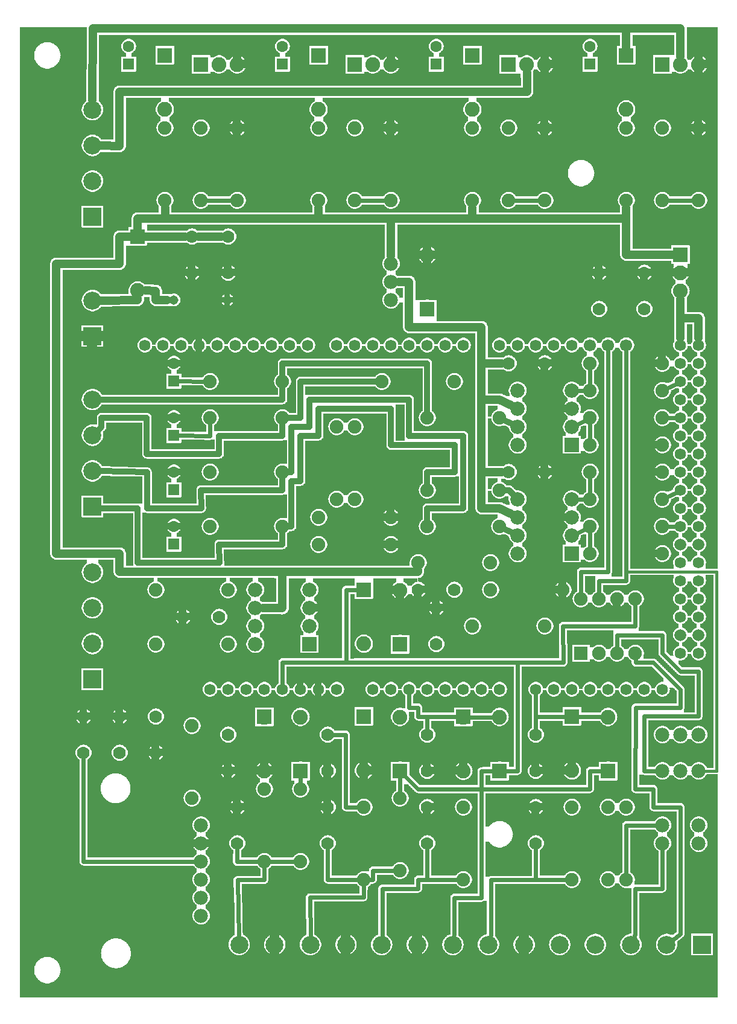
<source format=gtl>
G04 MADE WITH FRITZING*
G04 WWW.FRITZING.ORG*
G04 DOUBLE SIDED*
G04 HOLES PLATED*
G04 CONTOUR ON CENTER OF CONTOUR VECTOR*
%ASAXBY*%
%FSLAX23Y23*%
%MOIN*%
%OFA0B0*%
%SFA1.0B1.0*%
%ADD10C,0.075000*%
%ADD11C,0.078000*%
%ADD12C,0.082000*%
%ADD13C,0.070000*%
%ADD14C,0.051496*%
%ADD15C,0.079370*%
%ADD16C,0.062992*%
%ADD17C,0.062500*%
%ADD18C,0.065555*%
%ADD19C,0.066694*%
%ADD20C,0.099055*%
%ADD21R,0.075000X0.075000*%
%ADD22R,0.082000X0.082000*%
%ADD23R,0.079370X0.079370*%
%ADD24R,0.062992X0.062992*%
%ADD25R,0.099055X0.099055*%
%ADD26C,0.024000*%
%ADD27C,0.032000*%
%ADD28C,0.048000*%
%ADD29C,0.016000*%
%LNCOPPER1*%
G90*
G70*
G54D10*
X1122Y2767D03*
X3519Y2297D03*
X1314Y4254D03*
X3477Y895D03*
X281Y5329D03*
X992Y1141D03*
X992Y1541D03*
G54D11*
X1042Y991D03*
X1042Y891D03*
X1042Y791D03*
X1042Y691D03*
X1042Y591D03*
X1042Y491D03*
G54D10*
X3142Y1941D03*
X3142Y2241D03*
X3242Y1941D03*
X3242Y2241D03*
X3342Y1941D03*
X3342Y2241D03*
X3442Y1941D03*
X3442Y2241D03*
G54D11*
X3592Y1291D03*
X3692Y1291D03*
X3792Y1291D03*
X3792Y1491D03*
X3692Y1491D03*
X3592Y1491D03*
X2092Y3891D03*
X2092Y3991D03*
X2092Y4091D03*
G54D10*
X3292Y1091D03*
X3292Y691D03*
X3392Y1091D03*
X3392Y691D03*
G54D11*
X3592Y991D03*
X3592Y891D03*
X3792Y991D03*
X3792Y891D03*
G54D10*
X3592Y2491D03*
X3192Y2491D03*
X2092Y2691D03*
X1692Y2691D03*
X3592Y3091D03*
X3192Y3091D03*
X3592Y2941D03*
X3192Y2941D03*
X2092Y2541D03*
X1692Y2541D03*
X3592Y3541D03*
X3192Y3541D03*
G54D12*
X3692Y4141D03*
X3692Y4041D03*
X3692Y3941D03*
G54D13*
X1192Y4041D03*
X1192Y4241D03*
X3492Y4041D03*
X3492Y3841D03*
X992Y4041D03*
X992Y4241D03*
X3242Y4041D03*
X3242Y3841D03*
G54D12*
X692Y4241D03*
X692Y3943D03*
G54D14*
X892Y3891D03*
X1187Y3891D03*
X892Y3891D03*
X1187Y3891D03*
G54D15*
X3092Y2491D03*
X2792Y2491D03*
X3092Y2591D03*
X2792Y2591D03*
X3092Y2691D03*
X2792Y2691D03*
X3092Y2791D03*
X2792Y2791D03*
X1642Y1991D03*
X1342Y1991D03*
X1642Y2091D03*
X1342Y2091D03*
X1642Y2191D03*
X1342Y2191D03*
X1642Y2291D03*
X1342Y2291D03*
X3092Y3091D03*
X2792Y3091D03*
X3092Y3191D03*
X2792Y3191D03*
X3092Y3291D03*
X2792Y3291D03*
X3092Y3391D03*
X2792Y3391D03*
G54D10*
X3592Y2641D03*
X3192Y2641D03*
X1892Y3191D03*
X1892Y2791D03*
X3592Y3241D03*
X3192Y3241D03*
X3592Y2791D03*
X3192Y2791D03*
X1792Y3191D03*
X1792Y2791D03*
X3592Y3391D03*
X3192Y3391D03*
G54D13*
X2942Y2941D03*
X2742Y2941D03*
X942Y2141D03*
X1142Y2141D03*
X2942Y3541D03*
X2742Y3541D03*
G54D10*
X2292Y2641D03*
X2692Y2641D03*
X792Y1991D03*
X1192Y1991D03*
X2292Y3241D03*
X2692Y3241D03*
X2692Y2841D03*
X2292Y2841D03*
X1192Y2291D03*
X792Y2291D03*
X2442Y3441D03*
X2042Y3441D03*
X1092Y2941D03*
X1492Y2941D03*
X1092Y3441D03*
X1492Y3441D03*
X1092Y2641D03*
X1492Y2641D03*
X1092Y3241D03*
X1492Y3241D03*
G54D16*
X892Y2843D03*
X892Y2941D03*
X892Y3443D03*
X892Y3541D03*
X892Y2543D03*
X892Y2641D03*
X892Y3143D03*
X892Y3241D03*
G54D17*
X2992Y1741D03*
X1392Y1741D03*
X3092Y1741D03*
X3192Y1741D03*
X3292Y1741D03*
X3392Y1741D03*
X3692Y3141D03*
X3492Y1741D03*
X3592Y1741D03*
X1432Y3641D03*
X1992Y1741D03*
X2092Y1741D03*
X2192Y1741D03*
X2292Y1741D03*
X3692Y2341D03*
X2392Y1741D03*
X2492Y1741D03*
X2592Y1741D03*
X2692Y1741D03*
X2192Y3641D03*
X3692Y3541D03*
X3692Y2741D03*
X3692Y1941D03*
X1032Y3641D03*
X1792Y1741D03*
X1792Y3641D03*
X3692Y3341D03*
X3692Y2941D03*
G54D18*
X3692Y2541D03*
G54D19*
X3392Y3641D03*
G54D17*
X3692Y2141D03*
G54D19*
X3292Y3641D03*
X3192Y3641D03*
G54D17*
X3092Y3641D03*
X2992Y3641D03*
X2892Y3641D03*
X2792Y3641D03*
X2692Y3641D03*
X832Y3641D03*
X1232Y3641D03*
X1632Y3641D03*
X1192Y1741D03*
X1592Y1741D03*
X2392Y3641D03*
X1992Y3641D03*
X3692Y3641D03*
X3692Y3441D03*
X3692Y3241D03*
X3692Y3041D03*
X3692Y2841D03*
X3692Y2641D03*
X3692Y2441D03*
X3692Y2241D03*
G54D18*
X3692Y2041D03*
G54D17*
X732Y3641D03*
X932Y3641D03*
X1132Y3641D03*
X1332Y3641D03*
X1532Y3641D03*
X1092Y1741D03*
X1292Y1741D03*
X1492Y1741D03*
X1692Y1741D03*
X2492Y3641D03*
X2292Y3641D03*
X2092Y3641D03*
X1892Y3641D03*
X3792Y3641D03*
X3792Y3541D03*
X3792Y3441D03*
X3792Y3341D03*
X3792Y3241D03*
X3792Y3141D03*
X3792Y3041D03*
X3792Y2941D03*
X3792Y2841D03*
X3792Y2741D03*
X3792Y2641D03*
G54D18*
X3792Y2541D03*
G54D17*
X3792Y2441D03*
X3792Y2341D03*
X3792Y2241D03*
X3792Y2141D03*
G54D18*
X3792Y2041D03*
G54D17*
X3792Y1941D03*
X2892Y1741D03*
G54D10*
X2642Y2291D03*
X3042Y2291D03*
X2142Y1141D03*
X2142Y741D03*
X1592Y1191D03*
X1592Y791D03*
G54D13*
X1742Y1291D03*
X1742Y1491D03*
X1742Y1091D03*
X1742Y891D03*
X1192Y1291D03*
X1192Y1491D03*
X1242Y1091D03*
X1242Y891D03*
G54D10*
X1942Y691D03*
X1942Y1091D03*
X1392Y791D03*
X1392Y1191D03*
G54D12*
X2142Y1291D03*
X2142Y1589D03*
X1392Y1589D03*
X1392Y1291D03*
X1592Y1291D03*
X1592Y1589D03*
X2142Y1991D03*
X2142Y2289D03*
X1942Y1591D03*
X1942Y1293D03*
G54D20*
X442Y1798D03*
X442Y1995D03*
X442Y2191D03*
X442Y2388D03*
X3812Y332D03*
X3615Y332D03*
X3418Y332D03*
X3221Y332D03*
X3024Y332D03*
X2827Y332D03*
X2631Y332D03*
X2434Y332D03*
X2237Y332D03*
X2040Y332D03*
X1843Y332D03*
X1646Y332D03*
X1449Y332D03*
X1253Y332D03*
G54D13*
X2892Y1291D03*
X2892Y1491D03*
X792Y1591D03*
X792Y1391D03*
X2292Y1291D03*
X2292Y1491D03*
X392Y1591D03*
X392Y1391D03*
X592Y1591D03*
X592Y1391D03*
X2892Y1091D03*
X2892Y891D03*
X2292Y1091D03*
X2292Y891D03*
G54D10*
X3092Y691D03*
X3092Y1091D03*
X2492Y691D03*
X2492Y1091D03*
G54D12*
X3292Y1291D03*
X3292Y1589D03*
X2692Y1291D03*
X2692Y1589D03*
X3092Y1591D03*
X3092Y1293D03*
X2492Y1589D03*
X2492Y1291D03*
G54D10*
X2242Y2441D03*
X2642Y2441D03*
G54D13*
X2242Y2291D03*
X2442Y2291D03*
X2342Y2191D03*
X2342Y1991D03*
G54D10*
X2542Y2091D03*
X2942Y2091D03*
G54D12*
X1942Y2291D03*
X1942Y1993D03*
G54D10*
X842Y4441D03*
X842Y4841D03*
X2542Y4441D03*
X2542Y4841D03*
X1692Y4441D03*
X1692Y4841D03*
X3392Y4441D03*
X3392Y4841D03*
G54D16*
X642Y5193D03*
X642Y5291D03*
X2342Y5193D03*
X2342Y5291D03*
X1492Y5193D03*
X1492Y5291D03*
X3192Y5193D03*
X3192Y5291D03*
G54D12*
X842Y5241D03*
X842Y4943D03*
X2542Y5241D03*
X2542Y4943D03*
X1692Y5241D03*
X1692Y4943D03*
X3392Y5241D03*
X3392Y4943D03*
X1042Y5191D03*
X1142Y5191D03*
X1242Y5191D03*
X2742Y5191D03*
X2842Y5191D03*
X2942Y5191D03*
X1892Y5191D03*
X1992Y5191D03*
X2092Y5191D03*
X3592Y5191D03*
X3692Y5191D03*
X3792Y5191D03*
G54D10*
X1042Y4441D03*
X1042Y4841D03*
X2742Y4441D03*
X2742Y4841D03*
X1892Y4441D03*
X1892Y4841D03*
X3592Y4441D03*
X3592Y4841D03*
X1242Y4441D03*
X1242Y4841D03*
X2942Y4441D03*
X2942Y4841D03*
X2092Y4441D03*
X2092Y4841D03*
X3792Y4441D03*
X3792Y4841D03*
G54D20*
X442Y3691D03*
X442Y3888D03*
X442Y2751D03*
X442Y2948D03*
X442Y3145D03*
X442Y3341D03*
X442Y4351D03*
X442Y4548D03*
X442Y4745D03*
X442Y4941D03*
G54D12*
X2292Y3841D03*
X2292Y4139D03*
G54D21*
X3142Y1941D03*
G54D22*
X3692Y4141D03*
X692Y4242D03*
G54D23*
X3092Y2491D03*
X1642Y1991D03*
X3092Y3091D03*
G54D24*
X892Y2843D03*
X892Y3443D03*
X892Y2543D03*
X892Y3143D03*
G54D22*
X2142Y1290D03*
X1392Y1590D03*
X1592Y1290D03*
X2142Y1990D03*
X1942Y1592D03*
G54D25*
X442Y1798D03*
X3812Y332D03*
G54D22*
X3292Y1290D03*
X2692Y1290D03*
X3092Y1592D03*
X2492Y1590D03*
X1942Y2292D03*
G54D24*
X642Y5193D03*
X2342Y5193D03*
X1492Y5193D03*
X3192Y5193D03*
G54D22*
X842Y5242D03*
X2542Y5242D03*
X1692Y5242D03*
X3392Y5242D03*
X1042Y5191D03*
X2742Y5191D03*
X1892Y5191D03*
X3592Y5191D03*
G54D25*
X442Y3691D03*
X442Y2751D03*
X442Y4351D03*
G54D22*
X2292Y3840D03*
G54D26*
X2442Y591D02*
X2442Y391D01*
D02*
X2592Y591D02*
X2442Y591D01*
D02*
X2592Y1191D02*
X2592Y591D01*
G54D27*
D02*
X2744Y2841D02*
X2726Y2841D01*
D02*
X2767Y2818D02*
X2744Y2841D01*
G54D26*
D02*
X3192Y1191D02*
X2592Y1191D01*
D02*
X2592Y1191D02*
X2242Y1191D01*
D02*
X2660Y1291D02*
X2592Y1290D01*
D02*
X2592Y1290D02*
X2592Y1191D01*
D02*
X2442Y391D02*
X2439Y373D01*
G54D27*
D02*
X1142Y3041D02*
X1142Y3141D01*
D02*
X742Y3041D02*
X1142Y3041D01*
D02*
X1142Y3141D02*
X1492Y3141D01*
D02*
X488Y3341D02*
X1492Y3341D01*
D02*
X1492Y3341D02*
X1492Y3407D01*
G54D26*
D02*
X3192Y1291D02*
X3192Y1191D01*
D02*
X3260Y1291D02*
X3192Y1291D01*
D02*
X2192Y1241D02*
X2165Y1269D01*
D02*
X2242Y1191D02*
X2192Y1241D01*
D02*
X1592Y1191D02*
X1592Y1259D01*
G54D27*
D02*
X492Y3191D02*
X492Y3241D01*
D02*
X1492Y3141D02*
X1492Y3207D01*
D02*
X742Y3241D02*
X742Y3041D01*
D02*
X2723Y3226D02*
X2760Y3208D01*
D02*
X492Y3241D02*
X742Y3241D01*
D02*
X476Y3176D02*
X492Y3191D01*
G54D28*
D02*
X1492Y2190D02*
X1492Y2390D01*
D02*
X1384Y2191D02*
X1492Y2190D01*
G54D26*
D02*
X392Y791D02*
X392Y1365D01*
D02*
X1012Y791D02*
X392Y791D01*
G54D29*
D02*
X3892Y2391D02*
X3392Y2391D01*
D02*
X3892Y1291D02*
X3892Y2391D01*
D02*
X3817Y1291D02*
X3892Y1291D01*
G54D26*
D02*
X3492Y1291D02*
X3562Y1291D01*
D02*
X3492Y1593D02*
X3492Y1291D01*
D02*
X3792Y1593D02*
X3492Y1593D01*
D02*
X3342Y2041D02*
X3592Y2041D01*
D02*
X3592Y2041D02*
X3592Y1941D01*
D02*
X3692Y1841D02*
X3792Y1841D01*
D02*
X3592Y1941D02*
X3692Y1841D01*
D02*
X3342Y1970D02*
X3342Y2041D01*
D02*
X3792Y1841D02*
X3792Y1593D01*
D02*
X3442Y1191D02*
X3542Y1191D01*
D02*
X3542Y1191D02*
X3542Y1091D01*
D02*
X3542Y1091D02*
X3692Y1091D01*
D02*
X3692Y391D02*
X3647Y357D01*
D02*
X3540Y1890D02*
X3692Y1741D01*
D02*
X3444Y1890D02*
X3540Y1890D01*
D02*
X3692Y1741D02*
X3692Y1641D01*
D02*
X3444Y1641D02*
X3442Y1191D01*
D02*
X3692Y1641D02*
X3444Y1641D01*
D02*
X3443Y1913D02*
X3444Y1890D01*
D02*
X3692Y1091D02*
X3692Y391D01*
D02*
X3592Y641D02*
X3592Y861D01*
D02*
X3442Y641D02*
X3592Y641D01*
D02*
X3392Y991D02*
X3392Y720D01*
D02*
X3562Y991D02*
X3392Y991D01*
D02*
X3442Y391D02*
X3442Y641D01*
D02*
X3433Y370D02*
X3442Y391D01*
G54D28*
D02*
X2540Y4341D02*
X3392Y4341D01*
D02*
X2092Y4341D02*
X2540Y4341D01*
D02*
X3392Y4341D02*
X3392Y4402D01*
D02*
X844Y4341D02*
X843Y4402D01*
D02*
X2540Y4341D02*
X2541Y4402D01*
D02*
X844Y4341D02*
X1692Y4341D01*
D02*
X3392Y4141D02*
X3649Y4141D01*
D02*
X3392Y4341D02*
X3392Y4141D01*
D02*
X1692Y4341D02*
X1692Y4402D01*
D02*
X1692Y4341D02*
X2092Y4341D01*
D02*
X692Y4341D02*
X692Y4285D01*
D02*
X692Y4341D02*
X844Y4341D01*
G54D26*
D02*
X3242Y2341D02*
X3242Y2270D01*
D02*
X3392Y2341D02*
X3242Y2341D01*
D02*
X3392Y2391D02*
X3392Y2341D01*
D02*
X3392Y3611D02*
X3392Y2391D01*
D02*
X3292Y2391D02*
X3142Y2391D01*
D02*
X3142Y2391D02*
X3142Y2270D01*
D02*
X3292Y3611D02*
X3292Y2391D01*
D02*
X3442Y2091D02*
X3442Y2213D01*
D02*
X3042Y2091D02*
X3442Y2091D01*
D02*
X3044Y1890D02*
X3042Y2091D01*
D02*
X2792Y1891D02*
X3044Y1890D01*
G54D28*
D02*
X2192Y3741D02*
X2192Y3991D01*
D02*
X2192Y3991D02*
X2133Y3991D01*
D02*
X2592Y3741D02*
X2192Y3741D01*
D02*
X2592Y3541D02*
X2592Y3741D01*
G54D26*
D02*
X2892Y1591D02*
X2892Y1713D01*
G54D28*
D02*
X2092Y4341D02*
X2092Y4133D01*
G54D26*
D02*
X1940Y593D02*
X1644Y593D01*
D02*
X1644Y593D02*
X1646Y373D01*
D02*
X1942Y663D02*
X1940Y593D01*
D02*
X1392Y690D02*
X1392Y763D01*
D02*
X1244Y690D02*
X1392Y690D01*
D02*
X1252Y373D02*
X1244Y690D01*
G54D28*
D02*
X792Y3891D02*
X792Y3941D01*
D02*
X792Y3941D02*
X735Y3943D01*
D02*
X854Y3891D02*
X792Y3891D01*
G54D26*
D02*
X2044Y390D02*
X2043Y373D01*
D02*
X2044Y641D02*
X2044Y390D01*
D02*
X3192Y2941D02*
X3192Y2820D01*
D02*
X3192Y3541D02*
X3192Y3420D01*
D02*
X2644Y390D02*
X2640Y372D01*
D02*
X2644Y690D02*
X2644Y390D01*
D02*
X2892Y690D02*
X2644Y690D01*
D02*
X3192Y2613D02*
X3192Y2520D01*
D02*
X3192Y3213D02*
X3192Y3120D01*
G54D27*
D02*
X2760Y2608D02*
X2723Y2626D01*
D02*
X492Y2741D02*
X488Y2742D01*
D02*
X1492Y2541D02*
X1141Y2541D01*
D02*
X1143Y2441D02*
X692Y2441D01*
D02*
X743Y2941D02*
X743Y2741D01*
D02*
X692Y2741D02*
X492Y2741D01*
D02*
X1141Y2541D02*
X1143Y2441D01*
D02*
X692Y2441D02*
X692Y2741D01*
D02*
X1492Y2607D02*
X1492Y2541D01*
D02*
X1041Y2841D02*
X1492Y2841D01*
D02*
X743Y2741D02*
X1043Y2741D01*
D02*
X1043Y2741D02*
X1041Y2841D01*
D02*
X1492Y2841D02*
X1492Y2907D01*
D02*
X488Y2947D02*
X743Y2941D01*
G54D28*
D02*
X2692Y2741D02*
X2755Y2710D01*
D02*
X2592Y2741D02*
X2692Y2741D01*
D02*
X2592Y2941D02*
X2705Y2941D01*
D02*
X2592Y2941D02*
X2592Y2741D01*
D02*
X2592Y3341D02*
X2592Y2941D01*
D02*
X592Y4241D02*
X649Y4241D01*
D02*
X592Y4091D02*
X592Y4241D01*
D02*
X242Y4091D02*
X592Y4091D01*
G54D26*
D02*
X1843Y2290D02*
X1910Y2291D01*
D02*
X1844Y1890D02*
X1843Y2290D01*
G54D28*
D02*
X2240Y2390D02*
X1492Y2390D01*
D02*
X1492Y2390D02*
X592Y2391D01*
D02*
X592Y2391D02*
X592Y2491D01*
D02*
X592Y2491D02*
X242Y2491D01*
D02*
X242Y2491D02*
X242Y4091D01*
D02*
X2241Y2402D02*
X2240Y2390D01*
G54D26*
D02*
X3667Y2829D02*
X3618Y2804D01*
D02*
X3664Y2641D02*
X3621Y2641D01*
D02*
X3120Y2605D02*
X3167Y2629D01*
D02*
X3123Y2791D02*
X3164Y2791D01*
G54D27*
D02*
X1592Y2891D02*
X1592Y3141D01*
D02*
X1592Y3141D02*
X1692Y3141D01*
D02*
X1692Y3141D02*
X1692Y3291D01*
D02*
X1692Y3291D02*
X2092Y3291D01*
D02*
X2092Y3090D02*
X2444Y3090D01*
D02*
X2444Y3090D02*
X2444Y2941D01*
D02*
X2444Y2941D02*
X2292Y2941D01*
D02*
X2292Y2941D02*
X2292Y2876D01*
D02*
X2092Y3291D02*
X2092Y3090D01*
D02*
X1542Y2941D02*
X1542Y3191D01*
D02*
X1542Y3191D02*
X1642Y3191D01*
D02*
X1642Y3191D02*
X1642Y3341D01*
D02*
X1642Y3341D02*
X2192Y3341D01*
D02*
X2192Y3341D02*
X2192Y3141D01*
D02*
X2192Y3141D02*
X2492Y3141D01*
D02*
X1542Y2641D02*
X1542Y2891D01*
D02*
X1542Y2891D02*
X1592Y2891D01*
D02*
X1526Y2641D02*
X1542Y2641D01*
D02*
X2292Y2741D02*
X2292Y2676D01*
D02*
X2492Y2741D02*
X2292Y2741D01*
D02*
X2492Y3141D02*
X2492Y2741D01*
D02*
X1526Y2941D02*
X1542Y2941D01*
G54D28*
D02*
X1155Y4241D02*
X1029Y4241D01*
D02*
X3792Y3791D02*
X3792Y3681D01*
D02*
X3692Y3791D02*
X3792Y3791D01*
D02*
X3692Y3791D02*
X3692Y3898D01*
D02*
X3692Y3681D02*
X3692Y3791D01*
D02*
X955Y4241D02*
X735Y4241D01*
G54D26*
D02*
X3120Y3205D02*
X3167Y3229D01*
D02*
X3621Y3241D02*
X3664Y3241D01*
D02*
X3123Y3391D02*
X3164Y3391D01*
D02*
X3618Y3404D02*
X3667Y3429D01*
G54D27*
D02*
X1592Y3241D02*
X1592Y3441D01*
D02*
X1592Y3441D02*
X2008Y3441D01*
D02*
X1526Y3241D02*
X1592Y3241D01*
D02*
X1492Y3541D02*
X2292Y3541D01*
D02*
X2292Y3541D02*
X2292Y3276D01*
D02*
X1492Y3476D02*
X1492Y3541D01*
G54D26*
D02*
X1092Y3141D02*
X1092Y3213D01*
D02*
X919Y3143D02*
X1092Y3141D01*
D02*
X919Y3443D02*
X1064Y3442D01*
G54D28*
D02*
X2592Y3541D02*
X2705Y3541D01*
D02*
X2592Y3341D02*
X2592Y3541D01*
D02*
X2692Y3341D02*
X2592Y3341D01*
D02*
X2755Y3310D02*
X2692Y3341D01*
D02*
X692Y3891D02*
X692Y3900D01*
D02*
X494Y3889D02*
X692Y3891D01*
G54D26*
D02*
X1214Y4441D02*
X1071Y4441D01*
D02*
X2064Y4441D02*
X1921Y4441D01*
D02*
X2914Y4441D02*
X2771Y4441D01*
D02*
X2892Y1591D02*
X2892Y1518D01*
D02*
X3124Y1591D02*
X3260Y1590D01*
D02*
X3064Y691D02*
X2892Y690D01*
D02*
X2892Y690D02*
X2892Y865D01*
D02*
X3060Y1591D02*
X2892Y1591D01*
G54D28*
D02*
X2844Y5041D02*
X2843Y5148D01*
D02*
X592Y4741D02*
X592Y5041D01*
D02*
X592Y5041D02*
X2844Y5041D01*
D02*
X494Y4744D02*
X592Y4741D01*
D02*
X3392Y5390D02*
X3392Y5285D01*
D02*
X3392Y5390D02*
X3692Y5390D01*
D02*
X444Y5390D02*
X3392Y5390D01*
D02*
X3692Y5390D02*
X3692Y5235D01*
D02*
X442Y4993D02*
X444Y5390D01*
G54D26*
D02*
X1842Y1491D02*
X1842Y1091D01*
D02*
X1842Y1091D02*
X1914Y1091D01*
D02*
X1768Y1491D02*
X1842Y1491D01*
D02*
X3621Y4441D02*
X3764Y4441D01*
D02*
X1742Y691D02*
X1914Y691D01*
D02*
X1742Y865D02*
X1742Y691D01*
D02*
X1971Y691D02*
X1992Y691D01*
D02*
X2142Y1259D02*
X2142Y1170D01*
D02*
X2292Y691D02*
X2464Y691D01*
D02*
X2292Y865D02*
X2292Y691D01*
D02*
X2292Y1591D02*
X2292Y1518D01*
D02*
X2242Y1591D02*
X2292Y1591D01*
D02*
X2192Y1641D02*
X2242Y1641D01*
D02*
X2242Y1641D02*
X2242Y1591D01*
D02*
X2192Y1713D02*
X2192Y1641D01*
D02*
X2292Y1591D02*
X2460Y1590D01*
D02*
X2660Y1589D02*
X2524Y1589D01*
D02*
X1240Y790D02*
X1364Y791D01*
D02*
X1242Y865D02*
X1240Y790D01*
D02*
X1421Y791D02*
X1564Y791D01*
D02*
X1844Y1890D02*
X2792Y1891D01*
D02*
X1492Y1891D02*
X1844Y1890D01*
D02*
X2792Y1291D02*
X2724Y1291D01*
D02*
X2792Y1641D02*
X2792Y1291D01*
D02*
X2792Y1741D02*
X2792Y1641D01*
D02*
X2792Y1891D02*
X2792Y1741D01*
D02*
X1492Y1770D02*
X1492Y1891D01*
D02*
X2242Y641D02*
X2044Y641D01*
D02*
X2242Y691D02*
X2242Y641D01*
D02*
X2292Y691D02*
X2242Y691D01*
D02*
X1992Y741D02*
X2114Y741D01*
D02*
X1992Y691D02*
X1992Y741D01*
G36*
X2124Y3957D02*
X2124Y3955D01*
X2120Y3955D01*
X2120Y3953D01*
X2118Y3953D01*
X2118Y3931D01*
X2120Y3931D01*
X2120Y3929D01*
X2122Y3929D01*
X2122Y3927D01*
X2124Y3927D01*
X2124Y3925D01*
X2126Y3925D01*
X2126Y3923D01*
X2128Y3923D01*
X2128Y3921D01*
X2130Y3921D01*
X2130Y3919D01*
X2132Y3919D01*
X2132Y3917D01*
X2134Y3917D01*
X2134Y3913D01*
X2136Y3913D01*
X2136Y3909D01*
X2138Y3909D01*
X2138Y3903D01*
X2158Y3903D01*
X2158Y3957D01*
X2124Y3957D01*
G37*
D02*
G36*
X3726Y3757D02*
X3726Y3661D01*
X3728Y3661D01*
X3728Y3659D01*
X3730Y3659D01*
X3730Y3653D01*
X3732Y3653D01*
X3732Y3647D01*
X3752Y3647D01*
X3752Y3653D01*
X3754Y3653D01*
X3754Y3657D01*
X3756Y3657D01*
X3756Y3661D01*
X3758Y3661D01*
X3758Y3757D01*
X3726Y3757D01*
G37*
D02*
G36*
X3732Y3637D02*
X3732Y3631D01*
X3730Y3631D01*
X3730Y3625D01*
X3728Y3625D01*
X3728Y3621D01*
X3726Y3621D01*
X3726Y3619D01*
X3724Y3619D01*
X3724Y3617D01*
X3722Y3617D01*
X3722Y3615D01*
X3720Y3615D01*
X3720Y3613D01*
X3718Y3613D01*
X3718Y3611D01*
X3716Y3611D01*
X3716Y3609D01*
X3714Y3609D01*
X3714Y3607D01*
X3710Y3607D01*
X3710Y3605D01*
X3706Y3605D01*
X3706Y3603D01*
X3702Y3603D01*
X3702Y3601D01*
X3700Y3601D01*
X3700Y3581D01*
X3706Y3581D01*
X3706Y3579D01*
X3710Y3579D01*
X3710Y3577D01*
X3714Y3577D01*
X3714Y3575D01*
X3716Y3575D01*
X3716Y3573D01*
X3718Y3573D01*
X3718Y3571D01*
X3720Y3571D01*
X3720Y3569D01*
X3722Y3569D01*
X3722Y3567D01*
X3724Y3567D01*
X3724Y3565D01*
X3726Y3565D01*
X3726Y3561D01*
X3728Y3561D01*
X3728Y3559D01*
X3730Y3559D01*
X3730Y3553D01*
X3732Y3553D01*
X3732Y3547D01*
X3752Y3547D01*
X3752Y3553D01*
X3754Y3553D01*
X3754Y3557D01*
X3756Y3557D01*
X3756Y3561D01*
X3758Y3561D01*
X3758Y3565D01*
X3760Y3565D01*
X3760Y3567D01*
X3762Y3567D01*
X3762Y3569D01*
X3764Y3569D01*
X3764Y3571D01*
X3766Y3571D01*
X3766Y3573D01*
X3768Y3573D01*
X3768Y3575D01*
X3772Y3575D01*
X3772Y3577D01*
X3774Y3577D01*
X3774Y3579D01*
X3778Y3579D01*
X3778Y3581D01*
X3784Y3581D01*
X3784Y3601D01*
X3782Y3601D01*
X3782Y3603D01*
X3778Y3603D01*
X3778Y3605D01*
X3774Y3605D01*
X3774Y3607D01*
X3770Y3607D01*
X3770Y3609D01*
X3768Y3609D01*
X3768Y3611D01*
X3766Y3611D01*
X3766Y3613D01*
X3764Y3613D01*
X3764Y3615D01*
X3762Y3615D01*
X3762Y3617D01*
X3760Y3617D01*
X3760Y3619D01*
X3758Y3619D01*
X3758Y3623D01*
X3756Y3623D01*
X3756Y3625D01*
X3754Y3625D01*
X3754Y3631D01*
X3752Y3631D01*
X3752Y3637D01*
X3732Y3637D01*
G37*
D02*
G36*
X3332Y3629D02*
X3332Y3625D01*
X3330Y3625D01*
X3330Y3621D01*
X3328Y3621D01*
X3328Y3619D01*
X3326Y3619D01*
X3326Y3615D01*
X3324Y3615D01*
X3324Y3613D01*
X3322Y3613D01*
X3322Y3611D01*
X3320Y3611D01*
X3320Y3609D01*
X3318Y3609D01*
X3318Y3607D01*
X3314Y3607D01*
X3314Y2385D01*
X3312Y2385D01*
X3312Y2363D01*
X3370Y2363D01*
X3370Y3607D01*
X3368Y3607D01*
X3368Y3609D01*
X3364Y3609D01*
X3364Y3611D01*
X3362Y3611D01*
X3362Y3613D01*
X3360Y3613D01*
X3360Y3615D01*
X3358Y3615D01*
X3358Y3619D01*
X3356Y3619D01*
X3356Y3621D01*
X3354Y3621D01*
X3354Y3625D01*
X3352Y3625D01*
X3352Y3629D01*
X3332Y3629D01*
G37*
D02*
G36*
X3732Y3537D02*
X3732Y3531D01*
X3730Y3531D01*
X3730Y3525D01*
X3728Y3525D01*
X3728Y3521D01*
X3726Y3521D01*
X3726Y3519D01*
X3724Y3519D01*
X3724Y3517D01*
X3722Y3517D01*
X3722Y3515D01*
X3720Y3515D01*
X3720Y3513D01*
X3718Y3513D01*
X3718Y3511D01*
X3716Y3511D01*
X3716Y3509D01*
X3714Y3509D01*
X3714Y3507D01*
X3710Y3507D01*
X3710Y3505D01*
X3706Y3505D01*
X3706Y3503D01*
X3702Y3503D01*
X3702Y3501D01*
X3700Y3501D01*
X3700Y3481D01*
X3706Y3481D01*
X3706Y3479D01*
X3710Y3479D01*
X3710Y3477D01*
X3714Y3477D01*
X3714Y3475D01*
X3716Y3475D01*
X3716Y3473D01*
X3718Y3473D01*
X3718Y3471D01*
X3720Y3471D01*
X3720Y3469D01*
X3722Y3469D01*
X3722Y3467D01*
X3724Y3467D01*
X3724Y3465D01*
X3726Y3465D01*
X3726Y3461D01*
X3728Y3461D01*
X3728Y3459D01*
X3730Y3459D01*
X3730Y3453D01*
X3732Y3453D01*
X3732Y3447D01*
X3752Y3447D01*
X3752Y3453D01*
X3754Y3453D01*
X3754Y3457D01*
X3756Y3457D01*
X3756Y3461D01*
X3758Y3461D01*
X3758Y3465D01*
X3760Y3465D01*
X3760Y3467D01*
X3762Y3467D01*
X3762Y3469D01*
X3764Y3469D01*
X3764Y3471D01*
X3766Y3471D01*
X3766Y3473D01*
X3768Y3473D01*
X3768Y3475D01*
X3772Y3475D01*
X3772Y3477D01*
X3774Y3477D01*
X3774Y3479D01*
X3778Y3479D01*
X3778Y3481D01*
X3784Y3481D01*
X3784Y3501D01*
X3782Y3501D01*
X3782Y3503D01*
X3778Y3503D01*
X3778Y3505D01*
X3774Y3505D01*
X3774Y3507D01*
X3770Y3507D01*
X3770Y3509D01*
X3768Y3509D01*
X3768Y3511D01*
X3766Y3511D01*
X3766Y3513D01*
X3764Y3513D01*
X3764Y3515D01*
X3762Y3515D01*
X3762Y3517D01*
X3760Y3517D01*
X3760Y3519D01*
X3758Y3519D01*
X3758Y3523D01*
X3756Y3523D01*
X3756Y3525D01*
X3754Y3525D01*
X3754Y3531D01*
X3752Y3531D01*
X3752Y3537D01*
X3732Y3537D01*
G37*
D02*
G36*
X3732Y3437D02*
X3732Y3431D01*
X3730Y3431D01*
X3730Y3425D01*
X3728Y3425D01*
X3728Y3421D01*
X3726Y3421D01*
X3726Y3419D01*
X3724Y3419D01*
X3724Y3417D01*
X3722Y3417D01*
X3722Y3415D01*
X3720Y3415D01*
X3720Y3413D01*
X3718Y3413D01*
X3718Y3411D01*
X3716Y3411D01*
X3716Y3409D01*
X3714Y3409D01*
X3714Y3407D01*
X3710Y3407D01*
X3710Y3405D01*
X3706Y3405D01*
X3706Y3403D01*
X3702Y3403D01*
X3702Y3401D01*
X3700Y3401D01*
X3700Y3381D01*
X3706Y3381D01*
X3706Y3379D01*
X3710Y3379D01*
X3710Y3377D01*
X3714Y3377D01*
X3714Y3375D01*
X3716Y3375D01*
X3716Y3373D01*
X3718Y3373D01*
X3718Y3371D01*
X3720Y3371D01*
X3720Y3369D01*
X3722Y3369D01*
X3722Y3367D01*
X3724Y3367D01*
X3724Y3365D01*
X3726Y3365D01*
X3726Y3361D01*
X3728Y3361D01*
X3728Y3359D01*
X3730Y3359D01*
X3730Y3353D01*
X3732Y3353D01*
X3732Y3347D01*
X3752Y3347D01*
X3752Y3353D01*
X3754Y3353D01*
X3754Y3357D01*
X3756Y3357D01*
X3756Y3361D01*
X3758Y3361D01*
X3758Y3365D01*
X3760Y3365D01*
X3760Y3367D01*
X3762Y3367D01*
X3762Y3369D01*
X3764Y3369D01*
X3764Y3371D01*
X3766Y3371D01*
X3766Y3373D01*
X3768Y3373D01*
X3768Y3375D01*
X3772Y3375D01*
X3772Y3377D01*
X3774Y3377D01*
X3774Y3379D01*
X3778Y3379D01*
X3778Y3381D01*
X3784Y3381D01*
X3784Y3401D01*
X3782Y3401D01*
X3782Y3403D01*
X3778Y3403D01*
X3778Y3405D01*
X3774Y3405D01*
X3774Y3407D01*
X3770Y3407D01*
X3770Y3409D01*
X3768Y3409D01*
X3768Y3411D01*
X3766Y3411D01*
X3766Y3413D01*
X3764Y3413D01*
X3764Y3415D01*
X3762Y3415D01*
X3762Y3417D01*
X3760Y3417D01*
X3760Y3419D01*
X3758Y3419D01*
X3758Y3423D01*
X3756Y3423D01*
X3756Y3425D01*
X3754Y3425D01*
X3754Y3431D01*
X3752Y3431D01*
X3752Y3437D01*
X3732Y3437D01*
G37*
D02*
G36*
X3732Y3337D02*
X3732Y3331D01*
X3730Y3331D01*
X3730Y3325D01*
X3728Y3325D01*
X3728Y3321D01*
X3726Y3321D01*
X3726Y3319D01*
X3724Y3319D01*
X3724Y3317D01*
X3722Y3317D01*
X3722Y3315D01*
X3720Y3315D01*
X3720Y3313D01*
X3718Y3313D01*
X3718Y3311D01*
X3716Y3311D01*
X3716Y3309D01*
X3714Y3309D01*
X3714Y3307D01*
X3710Y3307D01*
X3710Y3305D01*
X3706Y3305D01*
X3706Y3303D01*
X3702Y3303D01*
X3702Y3301D01*
X3700Y3301D01*
X3700Y3281D01*
X3706Y3281D01*
X3706Y3279D01*
X3710Y3279D01*
X3710Y3277D01*
X3714Y3277D01*
X3714Y3275D01*
X3716Y3275D01*
X3716Y3273D01*
X3718Y3273D01*
X3718Y3271D01*
X3720Y3271D01*
X3720Y3269D01*
X3722Y3269D01*
X3722Y3267D01*
X3724Y3267D01*
X3724Y3265D01*
X3726Y3265D01*
X3726Y3261D01*
X3728Y3261D01*
X3728Y3259D01*
X3730Y3259D01*
X3730Y3253D01*
X3732Y3253D01*
X3732Y3247D01*
X3752Y3247D01*
X3752Y3253D01*
X3754Y3253D01*
X3754Y3257D01*
X3756Y3257D01*
X3756Y3261D01*
X3758Y3261D01*
X3758Y3265D01*
X3760Y3265D01*
X3760Y3267D01*
X3762Y3267D01*
X3762Y3269D01*
X3764Y3269D01*
X3764Y3271D01*
X3766Y3271D01*
X3766Y3273D01*
X3768Y3273D01*
X3768Y3275D01*
X3772Y3275D01*
X3772Y3277D01*
X3774Y3277D01*
X3774Y3279D01*
X3778Y3279D01*
X3778Y3281D01*
X3784Y3281D01*
X3784Y3301D01*
X3782Y3301D01*
X3782Y3303D01*
X3778Y3303D01*
X3778Y3305D01*
X3774Y3305D01*
X3774Y3307D01*
X3770Y3307D01*
X3770Y3309D01*
X3768Y3309D01*
X3768Y3311D01*
X3766Y3311D01*
X3766Y3313D01*
X3764Y3313D01*
X3764Y3315D01*
X3762Y3315D01*
X3762Y3317D01*
X3760Y3317D01*
X3760Y3319D01*
X3758Y3319D01*
X3758Y3323D01*
X3756Y3323D01*
X3756Y3325D01*
X3754Y3325D01*
X3754Y3331D01*
X3752Y3331D01*
X3752Y3337D01*
X3732Y3337D01*
G37*
D02*
G36*
X2118Y3315D02*
X2118Y3115D01*
X2168Y3115D01*
X2168Y3135D01*
X2166Y3135D01*
X2166Y3315D01*
X2118Y3315D01*
G37*
D02*
G36*
X2626Y3307D02*
X2626Y3247D01*
X2646Y3247D01*
X2646Y3255D01*
X2648Y3255D01*
X2648Y3259D01*
X2650Y3259D01*
X2650Y3263D01*
X2652Y3263D01*
X2652Y3267D01*
X2654Y3267D01*
X2654Y3269D01*
X2656Y3269D01*
X2656Y3271D01*
X2658Y3271D01*
X2658Y3273D01*
X2660Y3273D01*
X2660Y3275D01*
X2662Y3275D01*
X2662Y3277D01*
X2664Y3277D01*
X2664Y3279D01*
X2666Y3279D01*
X2666Y3281D01*
X2670Y3281D01*
X2670Y3283D01*
X2672Y3283D01*
X2672Y3285D01*
X2678Y3285D01*
X2678Y3287D01*
X2682Y3287D01*
X2682Y3307D01*
X2626Y3307D01*
G37*
D02*
G36*
X3732Y3237D02*
X3732Y3231D01*
X3730Y3231D01*
X3730Y3225D01*
X3728Y3225D01*
X3728Y3221D01*
X3726Y3221D01*
X3726Y3219D01*
X3724Y3219D01*
X3724Y3217D01*
X3722Y3217D01*
X3722Y3215D01*
X3720Y3215D01*
X3720Y3213D01*
X3718Y3213D01*
X3718Y3211D01*
X3716Y3211D01*
X3716Y3209D01*
X3714Y3209D01*
X3714Y3207D01*
X3710Y3207D01*
X3710Y3205D01*
X3706Y3205D01*
X3706Y3203D01*
X3702Y3203D01*
X3702Y3201D01*
X3700Y3201D01*
X3700Y3181D01*
X3706Y3181D01*
X3706Y3179D01*
X3710Y3179D01*
X3710Y3177D01*
X3714Y3177D01*
X3714Y3175D01*
X3716Y3175D01*
X3716Y3173D01*
X3718Y3173D01*
X3718Y3171D01*
X3720Y3171D01*
X3720Y3169D01*
X3722Y3169D01*
X3722Y3167D01*
X3724Y3167D01*
X3724Y3165D01*
X3726Y3165D01*
X3726Y3161D01*
X3728Y3161D01*
X3728Y3159D01*
X3730Y3159D01*
X3730Y3153D01*
X3732Y3153D01*
X3732Y3147D01*
X3752Y3147D01*
X3752Y3153D01*
X3754Y3153D01*
X3754Y3157D01*
X3756Y3157D01*
X3756Y3161D01*
X3758Y3161D01*
X3758Y3165D01*
X3760Y3165D01*
X3760Y3167D01*
X3762Y3167D01*
X3762Y3169D01*
X3764Y3169D01*
X3764Y3171D01*
X3766Y3171D01*
X3766Y3173D01*
X3768Y3173D01*
X3768Y3175D01*
X3772Y3175D01*
X3772Y3177D01*
X3774Y3177D01*
X3774Y3179D01*
X3778Y3179D01*
X3778Y3181D01*
X3784Y3181D01*
X3784Y3201D01*
X3782Y3201D01*
X3782Y3203D01*
X3778Y3203D01*
X3778Y3205D01*
X3774Y3205D01*
X3774Y3207D01*
X3770Y3207D01*
X3770Y3209D01*
X3768Y3209D01*
X3768Y3211D01*
X3766Y3211D01*
X3766Y3213D01*
X3764Y3213D01*
X3764Y3215D01*
X3762Y3215D01*
X3762Y3217D01*
X3760Y3217D01*
X3760Y3219D01*
X3758Y3219D01*
X3758Y3223D01*
X3756Y3223D01*
X3756Y3225D01*
X3754Y3225D01*
X3754Y3231D01*
X3752Y3231D01*
X3752Y3237D01*
X3732Y3237D01*
G37*
D02*
G36*
X3150Y3197D02*
X3150Y3195D01*
X3146Y3195D01*
X3146Y3193D01*
X3142Y3193D01*
X3142Y3185D01*
X3140Y3185D01*
X3140Y3177D01*
X3138Y3177D01*
X3138Y3173D01*
X3136Y3173D01*
X3136Y3169D01*
X3134Y3169D01*
X3134Y3165D01*
X3132Y3165D01*
X3132Y3163D01*
X3130Y3163D01*
X3130Y3161D01*
X3128Y3161D01*
X3128Y3141D01*
X3142Y3141D01*
X3142Y3125D01*
X3162Y3125D01*
X3162Y3127D01*
X3164Y3127D01*
X3164Y3129D01*
X3166Y3129D01*
X3166Y3131D01*
X3170Y3131D01*
X3170Y3197D01*
X3150Y3197D01*
G37*
D02*
G36*
X3732Y3137D02*
X3732Y3131D01*
X3730Y3131D01*
X3730Y3125D01*
X3728Y3125D01*
X3728Y3121D01*
X3726Y3121D01*
X3726Y3119D01*
X3724Y3119D01*
X3724Y3117D01*
X3722Y3117D01*
X3722Y3115D01*
X3720Y3115D01*
X3720Y3113D01*
X3718Y3113D01*
X3718Y3111D01*
X3716Y3111D01*
X3716Y3109D01*
X3714Y3109D01*
X3714Y3107D01*
X3710Y3107D01*
X3710Y3105D01*
X3706Y3105D01*
X3706Y3103D01*
X3702Y3103D01*
X3702Y3101D01*
X3700Y3101D01*
X3700Y3081D01*
X3706Y3081D01*
X3706Y3079D01*
X3710Y3079D01*
X3710Y3077D01*
X3714Y3077D01*
X3714Y3075D01*
X3716Y3075D01*
X3716Y3073D01*
X3718Y3073D01*
X3718Y3071D01*
X3720Y3071D01*
X3720Y3069D01*
X3722Y3069D01*
X3722Y3067D01*
X3724Y3067D01*
X3724Y3065D01*
X3726Y3065D01*
X3726Y3061D01*
X3728Y3061D01*
X3728Y3059D01*
X3730Y3059D01*
X3730Y3053D01*
X3732Y3053D01*
X3732Y3047D01*
X3752Y3047D01*
X3752Y3053D01*
X3754Y3053D01*
X3754Y3057D01*
X3756Y3057D01*
X3756Y3061D01*
X3758Y3061D01*
X3758Y3065D01*
X3760Y3065D01*
X3760Y3067D01*
X3762Y3067D01*
X3762Y3069D01*
X3764Y3069D01*
X3764Y3071D01*
X3766Y3071D01*
X3766Y3073D01*
X3768Y3073D01*
X3768Y3075D01*
X3772Y3075D01*
X3772Y3077D01*
X3774Y3077D01*
X3774Y3079D01*
X3778Y3079D01*
X3778Y3081D01*
X3784Y3081D01*
X3784Y3101D01*
X3782Y3101D01*
X3782Y3103D01*
X3778Y3103D01*
X3778Y3105D01*
X3774Y3105D01*
X3774Y3107D01*
X3770Y3107D01*
X3770Y3109D01*
X3768Y3109D01*
X3768Y3111D01*
X3766Y3111D01*
X3766Y3113D01*
X3764Y3113D01*
X3764Y3115D01*
X3762Y3115D01*
X3762Y3117D01*
X3760Y3117D01*
X3760Y3119D01*
X3758Y3119D01*
X3758Y3123D01*
X3756Y3123D01*
X3756Y3125D01*
X3754Y3125D01*
X3754Y3131D01*
X3752Y3131D01*
X3752Y3137D01*
X3732Y3137D01*
G37*
D02*
G36*
X3732Y3037D02*
X3732Y3031D01*
X3730Y3031D01*
X3730Y3025D01*
X3728Y3025D01*
X3728Y3021D01*
X3726Y3021D01*
X3726Y3019D01*
X3724Y3019D01*
X3724Y3017D01*
X3722Y3017D01*
X3722Y3015D01*
X3720Y3015D01*
X3720Y3013D01*
X3718Y3013D01*
X3718Y3011D01*
X3716Y3011D01*
X3716Y3009D01*
X3714Y3009D01*
X3714Y3007D01*
X3710Y3007D01*
X3710Y3005D01*
X3706Y3005D01*
X3706Y3003D01*
X3702Y3003D01*
X3702Y3001D01*
X3700Y3001D01*
X3700Y2981D01*
X3706Y2981D01*
X3706Y2979D01*
X3710Y2979D01*
X3710Y2977D01*
X3714Y2977D01*
X3714Y2975D01*
X3716Y2975D01*
X3716Y2973D01*
X3718Y2973D01*
X3718Y2971D01*
X3720Y2971D01*
X3720Y2969D01*
X3722Y2969D01*
X3722Y2967D01*
X3724Y2967D01*
X3724Y2965D01*
X3726Y2965D01*
X3726Y2961D01*
X3728Y2961D01*
X3728Y2959D01*
X3730Y2959D01*
X3730Y2953D01*
X3732Y2953D01*
X3732Y2947D01*
X3752Y2947D01*
X3752Y2953D01*
X3754Y2953D01*
X3754Y2957D01*
X3756Y2957D01*
X3756Y2961D01*
X3758Y2961D01*
X3758Y2965D01*
X3760Y2965D01*
X3760Y2967D01*
X3762Y2967D01*
X3762Y2969D01*
X3764Y2969D01*
X3764Y2971D01*
X3766Y2971D01*
X3766Y2973D01*
X3768Y2973D01*
X3768Y2975D01*
X3772Y2975D01*
X3772Y2977D01*
X3774Y2977D01*
X3774Y2979D01*
X3778Y2979D01*
X3778Y2981D01*
X3784Y2981D01*
X3784Y3001D01*
X3782Y3001D01*
X3782Y3003D01*
X3778Y3003D01*
X3778Y3005D01*
X3774Y3005D01*
X3774Y3007D01*
X3770Y3007D01*
X3770Y3009D01*
X3768Y3009D01*
X3768Y3011D01*
X3766Y3011D01*
X3766Y3013D01*
X3764Y3013D01*
X3764Y3015D01*
X3762Y3015D01*
X3762Y3017D01*
X3760Y3017D01*
X3760Y3019D01*
X3758Y3019D01*
X3758Y3023D01*
X3756Y3023D01*
X3756Y3025D01*
X3754Y3025D01*
X3754Y3031D01*
X3752Y3031D01*
X3752Y3037D01*
X3732Y3037D01*
G37*
D02*
G36*
X3732Y2937D02*
X3732Y2931D01*
X3730Y2931D01*
X3730Y2925D01*
X3728Y2925D01*
X3728Y2921D01*
X3726Y2921D01*
X3726Y2919D01*
X3724Y2919D01*
X3724Y2917D01*
X3722Y2917D01*
X3722Y2915D01*
X3720Y2915D01*
X3720Y2913D01*
X3718Y2913D01*
X3718Y2911D01*
X3716Y2911D01*
X3716Y2909D01*
X3714Y2909D01*
X3714Y2907D01*
X3710Y2907D01*
X3710Y2905D01*
X3706Y2905D01*
X3706Y2903D01*
X3702Y2903D01*
X3702Y2901D01*
X3700Y2901D01*
X3700Y2881D01*
X3706Y2881D01*
X3706Y2879D01*
X3710Y2879D01*
X3710Y2877D01*
X3714Y2877D01*
X3714Y2875D01*
X3716Y2875D01*
X3716Y2873D01*
X3718Y2873D01*
X3718Y2871D01*
X3720Y2871D01*
X3720Y2869D01*
X3722Y2869D01*
X3722Y2867D01*
X3724Y2867D01*
X3724Y2865D01*
X3726Y2865D01*
X3726Y2861D01*
X3728Y2861D01*
X3728Y2859D01*
X3730Y2859D01*
X3730Y2853D01*
X3732Y2853D01*
X3732Y2847D01*
X3752Y2847D01*
X3752Y2853D01*
X3754Y2853D01*
X3754Y2857D01*
X3756Y2857D01*
X3756Y2861D01*
X3758Y2861D01*
X3758Y2865D01*
X3760Y2865D01*
X3760Y2867D01*
X3762Y2867D01*
X3762Y2869D01*
X3764Y2869D01*
X3764Y2871D01*
X3766Y2871D01*
X3766Y2873D01*
X3768Y2873D01*
X3768Y2875D01*
X3772Y2875D01*
X3772Y2877D01*
X3774Y2877D01*
X3774Y2879D01*
X3778Y2879D01*
X3778Y2881D01*
X3784Y2881D01*
X3784Y2901D01*
X3782Y2901D01*
X3782Y2903D01*
X3778Y2903D01*
X3778Y2905D01*
X3774Y2905D01*
X3774Y2907D01*
X3770Y2907D01*
X3770Y2909D01*
X3768Y2909D01*
X3768Y2911D01*
X3766Y2911D01*
X3766Y2913D01*
X3764Y2913D01*
X3764Y2915D01*
X3762Y2915D01*
X3762Y2917D01*
X3760Y2917D01*
X3760Y2919D01*
X3758Y2919D01*
X3758Y2923D01*
X3756Y2923D01*
X3756Y2925D01*
X3754Y2925D01*
X3754Y2931D01*
X3752Y2931D01*
X3752Y2937D01*
X3732Y2937D01*
G37*
D02*
G36*
X2626Y2907D02*
X2626Y2847D01*
X2646Y2847D01*
X2646Y2855D01*
X2648Y2855D01*
X2648Y2859D01*
X2650Y2859D01*
X2650Y2863D01*
X2652Y2863D01*
X2652Y2867D01*
X2654Y2867D01*
X2654Y2869D01*
X2656Y2869D01*
X2656Y2871D01*
X2658Y2871D01*
X2658Y2873D01*
X2660Y2873D01*
X2660Y2875D01*
X2662Y2875D01*
X2662Y2877D01*
X2664Y2877D01*
X2664Y2879D01*
X2666Y2879D01*
X2666Y2881D01*
X2670Y2881D01*
X2670Y2883D01*
X2672Y2883D01*
X2672Y2885D01*
X2678Y2885D01*
X2678Y2887D01*
X2682Y2887D01*
X2682Y2907D01*
X2626Y2907D01*
G37*
D02*
G36*
X2626Y2837D02*
X2626Y2795D01*
X2682Y2795D01*
X2682Y2797D01*
X2676Y2797D01*
X2676Y2799D01*
X2672Y2799D01*
X2672Y2801D01*
X2668Y2801D01*
X2668Y2803D01*
X2666Y2803D01*
X2666Y2805D01*
X2664Y2805D01*
X2664Y2807D01*
X2660Y2807D01*
X2660Y2809D01*
X2658Y2809D01*
X2658Y2813D01*
X2656Y2813D01*
X2656Y2815D01*
X2654Y2815D01*
X2654Y2817D01*
X2652Y2817D01*
X2652Y2821D01*
X2650Y2821D01*
X2650Y2823D01*
X2648Y2823D01*
X2648Y2829D01*
X2646Y2829D01*
X2646Y2837D01*
X2626Y2837D01*
G37*
D02*
G36*
X2720Y2807D02*
X2720Y2805D01*
X2718Y2805D01*
X2718Y2803D01*
X2716Y2803D01*
X2716Y2801D01*
X2712Y2801D01*
X2712Y2799D01*
X2708Y2799D01*
X2708Y2797D01*
X2702Y2797D01*
X2702Y2795D01*
X2742Y2795D01*
X2742Y2807D01*
X2720Y2807D01*
G37*
D02*
G36*
X2626Y2795D02*
X2626Y2793D01*
X2742Y2793D01*
X2742Y2795D01*
X2626Y2795D01*
G37*
D02*
G36*
X2626Y2795D02*
X2626Y2793D01*
X2742Y2793D01*
X2742Y2795D01*
X2626Y2795D01*
G37*
D02*
G36*
X2626Y2793D02*
X2626Y2775D01*
X2702Y2775D01*
X2702Y2773D01*
X2708Y2773D01*
X2708Y2771D01*
X2712Y2771D01*
X2712Y2769D01*
X2716Y2769D01*
X2716Y2767D01*
X2720Y2767D01*
X2720Y2765D01*
X2724Y2765D01*
X2724Y2763D01*
X2728Y2763D01*
X2728Y2761D01*
X2748Y2761D01*
X2748Y2773D01*
X2746Y2773D01*
X2746Y2777D01*
X2744Y2777D01*
X2744Y2785D01*
X2742Y2785D01*
X2742Y2793D01*
X2626Y2793D01*
G37*
D02*
G36*
X3732Y2837D02*
X3732Y2831D01*
X3730Y2831D01*
X3730Y2825D01*
X3728Y2825D01*
X3728Y2821D01*
X3726Y2821D01*
X3726Y2819D01*
X3724Y2819D01*
X3724Y2817D01*
X3722Y2817D01*
X3722Y2815D01*
X3720Y2815D01*
X3720Y2813D01*
X3718Y2813D01*
X3718Y2811D01*
X3716Y2811D01*
X3716Y2809D01*
X3714Y2809D01*
X3714Y2807D01*
X3710Y2807D01*
X3710Y2805D01*
X3706Y2805D01*
X3706Y2803D01*
X3702Y2803D01*
X3702Y2801D01*
X3700Y2801D01*
X3700Y2781D01*
X3706Y2781D01*
X3706Y2779D01*
X3710Y2779D01*
X3710Y2777D01*
X3714Y2777D01*
X3714Y2775D01*
X3716Y2775D01*
X3716Y2773D01*
X3718Y2773D01*
X3718Y2771D01*
X3720Y2771D01*
X3720Y2769D01*
X3722Y2769D01*
X3722Y2767D01*
X3724Y2767D01*
X3724Y2765D01*
X3726Y2765D01*
X3726Y2761D01*
X3728Y2761D01*
X3728Y2759D01*
X3730Y2759D01*
X3730Y2753D01*
X3732Y2753D01*
X3732Y2747D01*
X3752Y2747D01*
X3752Y2753D01*
X3754Y2753D01*
X3754Y2757D01*
X3756Y2757D01*
X3756Y2761D01*
X3758Y2761D01*
X3758Y2765D01*
X3760Y2765D01*
X3760Y2767D01*
X3762Y2767D01*
X3762Y2769D01*
X3764Y2769D01*
X3764Y2771D01*
X3766Y2771D01*
X3766Y2773D01*
X3768Y2773D01*
X3768Y2775D01*
X3772Y2775D01*
X3772Y2777D01*
X3774Y2777D01*
X3774Y2779D01*
X3778Y2779D01*
X3778Y2781D01*
X3784Y2781D01*
X3784Y2801D01*
X3782Y2801D01*
X3782Y2803D01*
X3778Y2803D01*
X3778Y2805D01*
X3774Y2805D01*
X3774Y2807D01*
X3770Y2807D01*
X3770Y2809D01*
X3768Y2809D01*
X3768Y2811D01*
X3766Y2811D01*
X3766Y2813D01*
X3764Y2813D01*
X3764Y2815D01*
X3762Y2815D01*
X3762Y2817D01*
X3760Y2817D01*
X3760Y2819D01*
X3758Y2819D01*
X3758Y2823D01*
X3756Y2823D01*
X3756Y2825D01*
X3754Y2825D01*
X3754Y2831D01*
X3752Y2831D01*
X3752Y2837D01*
X3732Y2837D01*
G37*
D02*
G36*
X3732Y2737D02*
X3732Y2731D01*
X3730Y2731D01*
X3730Y2725D01*
X3728Y2725D01*
X3728Y2721D01*
X3726Y2721D01*
X3726Y2719D01*
X3724Y2719D01*
X3724Y2717D01*
X3722Y2717D01*
X3722Y2715D01*
X3720Y2715D01*
X3720Y2713D01*
X3718Y2713D01*
X3718Y2711D01*
X3716Y2711D01*
X3716Y2709D01*
X3714Y2709D01*
X3714Y2707D01*
X3710Y2707D01*
X3710Y2705D01*
X3706Y2705D01*
X3706Y2703D01*
X3702Y2703D01*
X3702Y2701D01*
X3700Y2701D01*
X3700Y2681D01*
X3706Y2681D01*
X3706Y2679D01*
X3710Y2679D01*
X3710Y2677D01*
X3714Y2677D01*
X3714Y2675D01*
X3716Y2675D01*
X3716Y2673D01*
X3718Y2673D01*
X3718Y2671D01*
X3720Y2671D01*
X3720Y2669D01*
X3722Y2669D01*
X3722Y2667D01*
X3724Y2667D01*
X3724Y2665D01*
X3726Y2665D01*
X3726Y2661D01*
X3728Y2661D01*
X3728Y2659D01*
X3730Y2659D01*
X3730Y2653D01*
X3732Y2653D01*
X3732Y2647D01*
X3752Y2647D01*
X3752Y2653D01*
X3754Y2653D01*
X3754Y2657D01*
X3756Y2657D01*
X3756Y2661D01*
X3758Y2661D01*
X3758Y2665D01*
X3760Y2665D01*
X3760Y2667D01*
X3762Y2667D01*
X3762Y2669D01*
X3764Y2669D01*
X3764Y2671D01*
X3766Y2671D01*
X3766Y2673D01*
X3768Y2673D01*
X3768Y2675D01*
X3772Y2675D01*
X3772Y2677D01*
X3774Y2677D01*
X3774Y2679D01*
X3778Y2679D01*
X3778Y2681D01*
X3784Y2681D01*
X3784Y2701D01*
X3782Y2701D01*
X3782Y2703D01*
X3778Y2703D01*
X3778Y2705D01*
X3774Y2705D01*
X3774Y2707D01*
X3770Y2707D01*
X3770Y2709D01*
X3768Y2709D01*
X3768Y2711D01*
X3766Y2711D01*
X3766Y2713D01*
X3764Y2713D01*
X3764Y2715D01*
X3762Y2715D01*
X3762Y2717D01*
X3760Y2717D01*
X3760Y2719D01*
X3758Y2719D01*
X3758Y2723D01*
X3756Y2723D01*
X3756Y2725D01*
X3754Y2725D01*
X3754Y2731D01*
X3752Y2731D01*
X3752Y2737D01*
X3732Y2737D01*
G37*
D02*
G36*
X1494Y2817D02*
X1494Y2815D01*
X1068Y2815D01*
X1068Y2751D01*
X1070Y2751D01*
X1070Y2739D01*
X1068Y2739D01*
X1068Y2731D01*
X1066Y2731D01*
X1066Y2727D01*
X1064Y2727D01*
X1064Y2725D01*
X1062Y2725D01*
X1062Y2723D01*
X1060Y2723D01*
X1060Y2721D01*
X1058Y2721D01*
X1058Y2719D01*
X1054Y2719D01*
X1054Y2717D01*
X1046Y2717D01*
X1046Y2715D01*
X1516Y2715D01*
X1516Y2817D01*
X1494Y2817D01*
G37*
D02*
G36*
X718Y2717D02*
X718Y2715D01*
X740Y2715D01*
X740Y2717D01*
X718Y2717D01*
G37*
D02*
G36*
X718Y2715D02*
X718Y2713D01*
X1516Y2713D01*
X1516Y2715D01*
X718Y2715D01*
G37*
D02*
G36*
X718Y2715D02*
X718Y2713D01*
X1516Y2713D01*
X1516Y2715D01*
X718Y2715D01*
G37*
D02*
G36*
X718Y2713D02*
X718Y2689D01*
X1102Y2689D01*
X1102Y2687D01*
X1106Y2687D01*
X1106Y2685D01*
X1112Y2685D01*
X1112Y2683D01*
X1114Y2683D01*
X1114Y2681D01*
X1118Y2681D01*
X1118Y2679D01*
X1120Y2679D01*
X1120Y2677D01*
X1122Y2677D01*
X1122Y2675D01*
X1124Y2675D01*
X1124Y2673D01*
X1126Y2673D01*
X1126Y2671D01*
X1128Y2671D01*
X1128Y2669D01*
X1130Y2669D01*
X1130Y2667D01*
X1132Y2667D01*
X1132Y2663D01*
X1134Y2663D01*
X1134Y2659D01*
X1136Y2659D01*
X1136Y2655D01*
X1138Y2655D01*
X1138Y2647D01*
X1140Y2647D01*
X1140Y2635D01*
X1138Y2635D01*
X1138Y2629D01*
X1136Y2629D01*
X1136Y2623D01*
X1134Y2623D01*
X1134Y2621D01*
X1132Y2621D01*
X1132Y2617D01*
X1130Y2617D01*
X1130Y2615D01*
X1128Y2615D01*
X1128Y2611D01*
X1126Y2611D01*
X1126Y2609D01*
X1124Y2609D01*
X1124Y2607D01*
X1120Y2607D01*
X1120Y2605D01*
X1118Y2605D01*
X1118Y2603D01*
X1116Y2603D01*
X1116Y2601D01*
X1112Y2601D01*
X1112Y2599D01*
X1108Y2599D01*
X1108Y2597D01*
X1102Y2597D01*
X1102Y2595D01*
X1466Y2595D01*
X1466Y2605D01*
X1464Y2605D01*
X1464Y2607D01*
X1460Y2607D01*
X1460Y2609D01*
X1458Y2609D01*
X1458Y2613D01*
X1456Y2613D01*
X1456Y2615D01*
X1454Y2615D01*
X1454Y2617D01*
X1452Y2617D01*
X1452Y2621D01*
X1450Y2621D01*
X1450Y2623D01*
X1448Y2623D01*
X1448Y2629D01*
X1446Y2629D01*
X1446Y2637D01*
X1444Y2637D01*
X1444Y2647D01*
X1446Y2647D01*
X1446Y2655D01*
X1448Y2655D01*
X1448Y2659D01*
X1450Y2659D01*
X1450Y2663D01*
X1452Y2663D01*
X1452Y2667D01*
X1454Y2667D01*
X1454Y2669D01*
X1456Y2669D01*
X1456Y2671D01*
X1458Y2671D01*
X1458Y2673D01*
X1460Y2673D01*
X1460Y2675D01*
X1462Y2675D01*
X1462Y2677D01*
X1464Y2677D01*
X1464Y2679D01*
X1466Y2679D01*
X1466Y2681D01*
X1470Y2681D01*
X1470Y2683D01*
X1472Y2683D01*
X1472Y2685D01*
X1478Y2685D01*
X1478Y2687D01*
X1482Y2687D01*
X1482Y2689D01*
X1516Y2689D01*
X1516Y2713D01*
X718Y2713D01*
G37*
D02*
G36*
X718Y2689D02*
X718Y2683D01*
X900Y2683D01*
X900Y2681D01*
X906Y2681D01*
X906Y2679D01*
X910Y2679D01*
X910Y2677D01*
X914Y2677D01*
X914Y2675D01*
X916Y2675D01*
X916Y2673D01*
X918Y2673D01*
X918Y2671D01*
X920Y2671D01*
X920Y2669D01*
X922Y2669D01*
X922Y2667D01*
X924Y2667D01*
X924Y2665D01*
X926Y2665D01*
X926Y2661D01*
X928Y2661D01*
X928Y2659D01*
X930Y2659D01*
X930Y2655D01*
X932Y2655D01*
X932Y2647D01*
X934Y2647D01*
X934Y2637D01*
X932Y2637D01*
X932Y2629D01*
X930Y2629D01*
X930Y2625D01*
X928Y2625D01*
X928Y2621D01*
X926Y2621D01*
X926Y2619D01*
X924Y2619D01*
X924Y2617D01*
X922Y2617D01*
X922Y2613D01*
X918Y2613D01*
X918Y2611D01*
X916Y2611D01*
X916Y2609D01*
X914Y2609D01*
X914Y2607D01*
X910Y2607D01*
X910Y2605D01*
X908Y2605D01*
X908Y2595D01*
X1082Y2595D01*
X1082Y2597D01*
X1076Y2597D01*
X1076Y2599D01*
X1072Y2599D01*
X1072Y2601D01*
X1068Y2601D01*
X1068Y2603D01*
X1066Y2603D01*
X1066Y2605D01*
X1064Y2605D01*
X1064Y2607D01*
X1060Y2607D01*
X1060Y2609D01*
X1058Y2609D01*
X1058Y2613D01*
X1056Y2613D01*
X1056Y2615D01*
X1054Y2615D01*
X1054Y2617D01*
X1052Y2617D01*
X1052Y2621D01*
X1050Y2621D01*
X1050Y2623D01*
X1048Y2623D01*
X1048Y2629D01*
X1046Y2629D01*
X1046Y2637D01*
X1044Y2637D01*
X1044Y2647D01*
X1046Y2647D01*
X1046Y2655D01*
X1048Y2655D01*
X1048Y2659D01*
X1050Y2659D01*
X1050Y2663D01*
X1052Y2663D01*
X1052Y2667D01*
X1054Y2667D01*
X1054Y2669D01*
X1056Y2669D01*
X1056Y2671D01*
X1058Y2671D01*
X1058Y2673D01*
X1060Y2673D01*
X1060Y2675D01*
X1062Y2675D01*
X1062Y2677D01*
X1064Y2677D01*
X1064Y2679D01*
X1066Y2679D01*
X1066Y2681D01*
X1070Y2681D01*
X1070Y2683D01*
X1072Y2683D01*
X1072Y2685D01*
X1078Y2685D01*
X1078Y2687D01*
X1082Y2687D01*
X1082Y2689D01*
X718Y2689D01*
G37*
D02*
G36*
X718Y2683D02*
X718Y2501D01*
X852Y2501D01*
X852Y2503D01*
X850Y2503D01*
X850Y2585D01*
X876Y2585D01*
X876Y2605D01*
X874Y2605D01*
X874Y2607D01*
X870Y2607D01*
X870Y2609D01*
X868Y2609D01*
X868Y2611D01*
X866Y2611D01*
X866Y2613D01*
X864Y2613D01*
X864Y2615D01*
X862Y2615D01*
X862Y2617D01*
X860Y2617D01*
X860Y2619D01*
X858Y2619D01*
X858Y2621D01*
X856Y2621D01*
X856Y2625D01*
X854Y2625D01*
X854Y2629D01*
X852Y2629D01*
X852Y2637D01*
X850Y2637D01*
X850Y2647D01*
X852Y2647D01*
X852Y2653D01*
X854Y2653D01*
X854Y2659D01*
X856Y2659D01*
X856Y2661D01*
X858Y2661D01*
X858Y2665D01*
X860Y2665D01*
X860Y2667D01*
X862Y2667D01*
X862Y2669D01*
X864Y2669D01*
X864Y2671D01*
X866Y2671D01*
X866Y2673D01*
X868Y2673D01*
X868Y2675D01*
X870Y2675D01*
X870Y2677D01*
X874Y2677D01*
X874Y2679D01*
X878Y2679D01*
X878Y2681D01*
X884Y2681D01*
X884Y2683D01*
X718Y2683D01*
G37*
D02*
G36*
X908Y2595D02*
X908Y2593D01*
X1466Y2593D01*
X1466Y2595D01*
X908Y2595D01*
G37*
D02*
G36*
X908Y2595D02*
X908Y2593D01*
X1466Y2593D01*
X1466Y2595D01*
X908Y2595D01*
G37*
D02*
G36*
X908Y2593D02*
X908Y2585D01*
X934Y2585D01*
X934Y2503D01*
X932Y2503D01*
X932Y2501D01*
X1116Y2501D01*
X1116Y2551D01*
X1118Y2551D01*
X1118Y2555D01*
X1120Y2555D01*
X1120Y2559D01*
X1122Y2559D01*
X1122Y2561D01*
X1124Y2561D01*
X1124Y2563D01*
X1128Y2563D01*
X1128Y2565D01*
X1132Y2565D01*
X1132Y2567D01*
X1466Y2567D01*
X1466Y2593D01*
X908Y2593D01*
G37*
D02*
G36*
X718Y2501D02*
X718Y2499D01*
X1116Y2499D01*
X1116Y2501D01*
X718Y2501D01*
G37*
D02*
G36*
X718Y2501D02*
X718Y2499D01*
X1116Y2499D01*
X1116Y2501D01*
X718Y2501D01*
G37*
D02*
G36*
X718Y2499D02*
X718Y2467D01*
X1116Y2467D01*
X1116Y2499D01*
X718Y2499D01*
G37*
D02*
G36*
X3732Y2637D02*
X3732Y2631D01*
X3730Y2631D01*
X3730Y2625D01*
X3728Y2625D01*
X3728Y2621D01*
X3726Y2621D01*
X3726Y2619D01*
X3724Y2619D01*
X3724Y2617D01*
X3722Y2617D01*
X3722Y2615D01*
X3720Y2615D01*
X3720Y2613D01*
X3718Y2613D01*
X3718Y2611D01*
X3716Y2611D01*
X3716Y2609D01*
X3714Y2609D01*
X3714Y2607D01*
X3710Y2607D01*
X3710Y2605D01*
X3706Y2605D01*
X3706Y2603D01*
X3702Y2603D01*
X3702Y2583D01*
X3704Y2583D01*
X3704Y2581D01*
X3710Y2581D01*
X3710Y2579D01*
X3712Y2579D01*
X3712Y2577D01*
X3716Y2577D01*
X3716Y2575D01*
X3718Y2575D01*
X3718Y2573D01*
X3720Y2573D01*
X3720Y2571D01*
X3722Y2571D01*
X3722Y2569D01*
X3724Y2569D01*
X3724Y2567D01*
X3726Y2567D01*
X3726Y2565D01*
X3728Y2565D01*
X3728Y2561D01*
X3730Y2561D01*
X3730Y2557D01*
X3732Y2557D01*
X3732Y2553D01*
X3752Y2553D01*
X3752Y2557D01*
X3754Y2557D01*
X3754Y2561D01*
X3756Y2561D01*
X3756Y2565D01*
X3758Y2565D01*
X3758Y2567D01*
X3760Y2567D01*
X3760Y2569D01*
X3762Y2569D01*
X3762Y2571D01*
X3764Y2571D01*
X3764Y2573D01*
X3766Y2573D01*
X3766Y2575D01*
X3768Y2575D01*
X3768Y2577D01*
X3772Y2577D01*
X3772Y2579D01*
X3774Y2579D01*
X3774Y2581D01*
X3780Y2581D01*
X3780Y2583D01*
X3782Y2583D01*
X3782Y2603D01*
X3778Y2603D01*
X3778Y2605D01*
X3774Y2605D01*
X3774Y2607D01*
X3770Y2607D01*
X3770Y2609D01*
X3768Y2609D01*
X3768Y2611D01*
X3766Y2611D01*
X3766Y2613D01*
X3764Y2613D01*
X3764Y2615D01*
X3762Y2615D01*
X3762Y2617D01*
X3760Y2617D01*
X3760Y2619D01*
X3758Y2619D01*
X3758Y2623D01*
X3756Y2623D01*
X3756Y2625D01*
X3754Y2625D01*
X3754Y2631D01*
X3752Y2631D01*
X3752Y2637D01*
X3732Y2637D01*
G37*
D02*
G36*
X3150Y2597D02*
X3150Y2595D01*
X3146Y2595D01*
X3146Y2593D01*
X3142Y2593D01*
X3142Y2585D01*
X3140Y2585D01*
X3140Y2577D01*
X3138Y2577D01*
X3138Y2573D01*
X3136Y2573D01*
X3136Y2569D01*
X3134Y2569D01*
X3134Y2565D01*
X3132Y2565D01*
X3132Y2563D01*
X3130Y2563D01*
X3130Y2561D01*
X3128Y2561D01*
X3128Y2541D01*
X3142Y2541D01*
X3142Y2525D01*
X3162Y2525D01*
X3162Y2527D01*
X3164Y2527D01*
X3164Y2529D01*
X3166Y2529D01*
X3166Y2531D01*
X3170Y2531D01*
X3170Y2597D01*
X3150Y2597D01*
G37*
D02*
G36*
X3732Y2531D02*
X3732Y2525D01*
X3730Y2525D01*
X3730Y2523D01*
X3728Y2523D01*
X3728Y2519D01*
X3726Y2519D01*
X3726Y2517D01*
X3724Y2517D01*
X3724Y2515D01*
X3722Y2515D01*
X3722Y2513D01*
X3720Y2513D01*
X3720Y2511D01*
X3718Y2511D01*
X3718Y2509D01*
X3716Y2509D01*
X3716Y2507D01*
X3714Y2507D01*
X3714Y2505D01*
X3710Y2505D01*
X3710Y2503D01*
X3706Y2503D01*
X3706Y2501D01*
X3700Y2501D01*
X3700Y2481D01*
X3706Y2481D01*
X3706Y2479D01*
X3710Y2479D01*
X3710Y2477D01*
X3714Y2477D01*
X3714Y2475D01*
X3716Y2475D01*
X3716Y2473D01*
X3718Y2473D01*
X3718Y2471D01*
X3720Y2471D01*
X3720Y2469D01*
X3722Y2469D01*
X3722Y2467D01*
X3724Y2467D01*
X3724Y2465D01*
X3726Y2465D01*
X3726Y2461D01*
X3728Y2461D01*
X3728Y2459D01*
X3730Y2459D01*
X3730Y2453D01*
X3732Y2453D01*
X3732Y2447D01*
X3752Y2447D01*
X3752Y2453D01*
X3754Y2453D01*
X3754Y2457D01*
X3756Y2457D01*
X3756Y2461D01*
X3758Y2461D01*
X3758Y2465D01*
X3760Y2465D01*
X3760Y2467D01*
X3762Y2467D01*
X3762Y2469D01*
X3764Y2469D01*
X3764Y2471D01*
X3766Y2471D01*
X3766Y2473D01*
X3768Y2473D01*
X3768Y2475D01*
X3772Y2475D01*
X3772Y2477D01*
X3774Y2477D01*
X3774Y2479D01*
X3778Y2479D01*
X3778Y2481D01*
X3784Y2481D01*
X3784Y2501D01*
X3778Y2501D01*
X3778Y2503D01*
X3774Y2503D01*
X3774Y2505D01*
X3770Y2505D01*
X3770Y2507D01*
X3768Y2507D01*
X3768Y2509D01*
X3766Y2509D01*
X3766Y2511D01*
X3764Y2511D01*
X3764Y2513D01*
X3762Y2513D01*
X3762Y2515D01*
X3760Y2515D01*
X3760Y2517D01*
X3758Y2517D01*
X3758Y2519D01*
X3756Y2519D01*
X3756Y2523D01*
X3754Y2523D01*
X3754Y2527D01*
X3752Y2527D01*
X3752Y2531D01*
X3732Y2531D01*
G37*
D02*
G36*
X3414Y2373D02*
X3414Y2335D01*
X3412Y2335D01*
X3412Y2331D01*
X3410Y2331D01*
X3410Y2327D01*
X3408Y2327D01*
X3408Y2325D01*
X3406Y2325D01*
X3406Y2323D01*
X3402Y2323D01*
X3402Y2321D01*
X3394Y2321D01*
X3394Y2319D01*
X3264Y2319D01*
X3264Y2289D01*
X3452Y2289D01*
X3452Y2287D01*
X3456Y2287D01*
X3456Y2285D01*
X3462Y2285D01*
X3462Y2283D01*
X3464Y2283D01*
X3464Y2281D01*
X3468Y2281D01*
X3468Y2279D01*
X3470Y2279D01*
X3470Y2277D01*
X3472Y2277D01*
X3472Y2275D01*
X3474Y2275D01*
X3474Y2273D01*
X3476Y2273D01*
X3476Y2271D01*
X3478Y2271D01*
X3478Y2269D01*
X3480Y2269D01*
X3480Y2267D01*
X3482Y2267D01*
X3482Y2263D01*
X3484Y2263D01*
X3484Y2259D01*
X3486Y2259D01*
X3486Y2255D01*
X3488Y2255D01*
X3488Y2247D01*
X3490Y2247D01*
X3490Y2235D01*
X3488Y2235D01*
X3488Y2229D01*
X3486Y2229D01*
X3486Y2223D01*
X3484Y2223D01*
X3484Y2221D01*
X3482Y2221D01*
X3482Y2217D01*
X3480Y2217D01*
X3480Y2215D01*
X3478Y2215D01*
X3478Y2211D01*
X3476Y2211D01*
X3476Y2209D01*
X3474Y2209D01*
X3474Y2207D01*
X3470Y2207D01*
X3470Y2205D01*
X3468Y2205D01*
X3468Y2203D01*
X3466Y2203D01*
X3466Y2201D01*
X3464Y2201D01*
X3464Y2085D01*
X3462Y2085D01*
X3462Y2063D01*
X3600Y2063D01*
X3600Y2061D01*
X3604Y2061D01*
X3604Y2059D01*
X3606Y2059D01*
X3606Y2057D01*
X3608Y2057D01*
X3608Y2055D01*
X3610Y2055D01*
X3610Y2053D01*
X3612Y2053D01*
X3612Y2049D01*
X3614Y2049D01*
X3614Y1949D01*
X3616Y1949D01*
X3616Y1947D01*
X3618Y1947D01*
X3618Y1945D01*
X3620Y1945D01*
X3620Y1943D01*
X3622Y1943D01*
X3622Y1941D01*
X3624Y1941D01*
X3624Y1939D01*
X3626Y1939D01*
X3626Y1937D01*
X3628Y1937D01*
X3628Y1935D01*
X3630Y1935D01*
X3630Y1933D01*
X3632Y1933D01*
X3632Y1931D01*
X3634Y1931D01*
X3634Y1929D01*
X3654Y1929D01*
X3654Y1931D01*
X3652Y1931D01*
X3652Y1939D01*
X3650Y1939D01*
X3650Y1945D01*
X3652Y1945D01*
X3652Y1953D01*
X3654Y1953D01*
X3654Y1957D01*
X3656Y1957D01*
X3656Y1961D01*
X3658Y1961D01*
X3658Y1965D01*
X3660Y1965D01*
X3660Y1967D01*
X3662Y1967D01*
X3662Y1969D01*
X3664Y1969D01*
X3664Y1971D01*
X3666Y1971D01*
X3666Y1973D01*
X3668Y1973D01*
X3668Y1975D01*
X3672Y1975D01*
X3672Y1977D01*
X3674Y1977D01*
X3674Y1979D01*
X3678Y1979D01*
X3678Y1981D01*
X3684Y1981D01*
X3684Y2001D01*
X3678Y2001D01*
X3678Y2003D01*
X3674Y2003D01*
X3674Y2005D01*
X3670Y2005D01*
X3670Y2007D01*
X3668Y2007D01*
X3668Y2009D01*
X3666Y2009D01*
X3666Y2011D01*
X3664Y2011D01*
X3664Y2013D01*
X3662Y2013D01*
X3662Y2015D01*
X3660Y2015D01*
X3660Y2017D01*
X3658Y2017D01*
X3658Y2019D01*
X3656Y2019D01*
X3656Y2023D01*
X3654Y2023D01*
X3654Y2027D01*
X3652Y2027D01*
X3652Y2031D01*
X3650Y2031D01*
X3650Y2051D01*
X3652Y2051D01*
X3652Y2057D01*
X3654Y2057D01*
X3654Y2061D01*
X3656Y2061D01*
X3656Y2065D01*
X3658Y2065D01*
X3658Y2067D01*
X3660Y2067D01*
X3660Y2069D01*
X3662Y2069D01*
X3662Y2071D01*
X3664Y2071D01*
X3664Y2073D01*
X3666Y2073D01*
X3666Y2075D01*
X3668Y2075D01*
X3668Y2077D01*
X3672Y2077D01*
X3672Y2079D01*
X3674Y2079D01*
X3674Y2081D01*
X3680Y2081D01*
X3680Y2083D01*
X3682Y2083D01*
X3682Y2103D01*
X3678Y2103D01*
X3678Y2105D01*
X3674Y2105D01*
X3674Y2107D01*
X3670Y2107D01*
X3670Y2109D01*
X3668Y2109D01*
X3668Y2111D01*
X3666Y2111D01*
X3666Y2113D01*
X3664Y2113D01*
X3664Y2115D01*
X3662Y2115D01*
X3662Y2117D01*
X3660Y2117D01*
X3660Y2119D01*
X3658Y2119D01*
X3658Y2123D01*
X3656Y2123D01*
X3656Y2125D01*
X3654Y2125D01*
X3654Y2131D01*
X3652Y2131D01*
X3652Y2139D01*
X3650Y2139D01*
X3650Y2145D01*
X3652Y2145D01*
X3652Y2153D01*
X3654Y2153D01*
X3654Y2157D01*
X3656Y2157D01*
X3656Y2161D01*
X3658Y2161D01*
X3658Y2165D01*
X3660Y2165D01*
X3660Y2167D01*
X3662Y2167D01*
X3662Y2169D01*
X3664Y2169D01*
X3664Y2171D01*
X3666Y2171D01*
X3666Y2173D01*
X3668Y2173D01*
X3668Y2175D01*
X3672Y2175D01*
X3672Y2177D01*
X3674Y2177D01*
X3674Y2179D01*
X3678Y2179D01*
X3678Y2181D01*
X3684Y2181D01*
X3684Y2201D01*
X3682Y2201D01*
X3682Y2203D01*
X3678Y2203D01*
X3678Y2205D01*
X3674Y2205D01*
X3674Y2207D01*
X3670Y2207D01*
X3670Y2209D01*
X3668Y2209D01*
X3668Y2211D01*
X3666Y2211D01*
X3666Y2213D01*
X3664Y2213D01*
X3664Y2215D01*
X3662Y2215D01*
X3662Y2217D01*
X3660Y2217D01*
X3660Y2219D01*
X3658Y2219D01*
X3658Y2223D01*
X3656Y2223D01*
X3656Y2225D01*
X3654Y2225D01*
X3654Y2231D01*
X3652Y2231D01*
X3652Y2239D01*
X3650Y2239D01*
X3650Y2245D01*
X3652Y2245D01*
X3652Y2253D01*
X3654Y2253D01*
X3654Y2257D01*
X3656Y2257D01*
X3656Y2261D01*
X3658Y2261D01*
X3658Y2265D01*
X3660Y2265D01*
X3660Y2267D01*
X3662Y2267D01*
X3662Y2269D01*
X3664Y2269D01*
X3664Y2271D01*
X3666Y2271D01*
X3666Y2273D01*
X3668Y2273D01*
X3668Y2275D01*
X3672Y2275D01*
X3672Y2277D01*
X3674Y2277D01*
X3674Y2279D01*
X3678Y2279D01*
X3678Y2281D01*
X3684Y2281D01*
X3684Y2301D01*
X3682Y2301D01*
X3682Y2303D01*
X3678Y2303D01*
X3678Y2305D01*
X3674Y2305D01*
X3674Y2307D01*
X3670Y2307D01*
X3670Y2309D01*
X3668Y2309D01*
X3668Y2311D01*
X3666Y2311D01*
X3666Y2313D01*
X3664Y2313D01*
X3664Y2315D01*
X3662Y2315D01*
X3662Y2317D01*
X3660Y2317D01*
X3660Y2319D01*
X3658Y2319D01*
X3658Y2323D01*
X3656Y2323D01*
X3656Y2325D01*
X3654Y2325D01*
X3654Y2331D01*
X3652Y2331D01*
X3652Y2339D01*
X3650Y2339D01*
X3650Y2345D01*
X3652Y2345D01*
X3652Y2353D01*
X3654Y2353D01*
X3654Y2373D01*
X3414Y2373D01*
G37*
D02*
G36*
X3264Y2289D02*
X3264Y2281D01*
X3268Y2281D01*
X3268Y2279D01*
X3270Y2279D01*
X3270Y2277D01*
X3272Y2277D01*
X3272Y2275D01*
X3274Y2275D01*
X3274Y2273D01*
X3276Y2273D01*
X3276Y2271D01*
X3278Y2271D01*
X3278Y2269D01*
X3280Y2269D01*
X3280Y2267D01*
X3282Y2267D01*
X3282Y2263D01*
X3302Y2263D01*
X3302Y2267D01*
X3304Y2267D01*
X3304Y2269D01*
X3306Y2269D01*
X3306Y2271D01*
X3308Y2271D01*
X3308Y2273D01*
X3310Y2273D01*
X3310Y2275D01*
X3312Y2275D01*
X3312Y2277D01*
X3314Y2277D01*
X3314Y2279D01*
X3316Y2279D01*
X3316Y2281D01*
X3320Y2281D01*
X3320Y2283D01*
X3322Y2283D01*
X3322Y2285D01*
X3328Y2285D01*
X3328Y2287D01*
X3332Y2287D01*
X3332Y2289D01*
X3264Y2289D01*
G37*
D02*
G36*
X3352Y2289D02*
X3352Y2287D01*
X3356Y2287D01*
X3356Y2285D01*
X3362Y2285D01*
X3362Y2283D01*
X3364Y2283D01*
X3364Y2281D01*
X3368Y2281D01*
X3368Y2279D01*
X3370Y2279D01*
X3370Y2277D01*
X3372Y2277D01*
X3372Y2275D01*
X3374Y2275D01*
X3374Y2273D01*
X3376Y2273D01*
X3376Y2271D01*
X3378Y2271D01*
X3378Y2269D01*
X3380Y2269D01*
X3380Y2267D01*
X3382Y2267D01*
X3382Y2263D01*
X3402Y2263D01*
X3402Y2267D01*
X3404Y2267D01*
X3404Y2269D01*
X3406Y2269D01*
X3406Y2271D01*
X3408Y2271D01*
X3408Y2273D01*
X3410Y2273D01*
X3410Y2275D01*
X3412Y2275D01*
X3412Y2277D01*
X3414Y2277D01*
X3414Y2279D01*
X3416Y2279D01*
X3416Y2281D01*
X3420Y2281D01*
X3420Y2283D01*
X3422Y2283D01*
X3422Y2285D01*
X3428Y2285D01*
X3428Y2287D01*
X3432Y2287D01*
X3432Y2289D01*
X3352Y2289D01*
G37*
D02*
G36*
X3164Y2369D02*
X3164Y2281D01*
X3168Y2281D01*
X3168Y2279D01*
X3170Y2279D01*
X3170Y2277D01*
X3172Y2277D01*
X3172Y2275D01*
X3174Y2275D01*
X3174Y2273D01*
X3176Y2273D01*
X3176Y2271D01*
X3178Y2271D01*
X3178Y2269D01*
X3180Y2269D01*
X3180Y2267D01*
X3182Y2267D01*
X3182Y2263D01*
X3202Y2263D01*
X3202Y2267D01*
X3204Y2267D01*
X3204Y2269D01*
X3206Y2269D01*
X3206Y2271D01*
X3208Y2271D01*
X3208Y2273D01*
X3210Y2273D01*
X3210Y2275D01*
X3212Y2275D01*
X3212Y2277D01*
X3214Y2277D01*
X3214Y2279D01*
X3216Y2279D01*
X3216Y2281D01*
X3220Y2281D01*
X3220Y2347D01*
X3222Y2347D01*
X3222Y2369D01*
X3164Y2369D01*
G37*
D02*
G36*
X1358Y2357D02*
X1358Y2337D01*
X1362Y2337D01*
X1362Y2335D01*
X1366Y2335D01*
X1366Y2333D01*
X1368Y2333D01*
X1368Y2331D01*
X1372Y2331D01*
X1372Y2329D01*
X1374Y2329D01*
X1374Y2327D01*
X1376Y2327D01*
X1376Y2325D01*
X1378Y2325D01*
X1378Y2323D01*
X1380Y2323D01*
X1380Y2321D01*
X1382Y2321D01*
X1382Y2317D01*
X1384Y2317D01*
X1384Y2315D01*
X1386Y2315D01*
X1386Y2311D01*
X1388Y2311D01*
X1388Y2307D01*
X1390Y2307D01*
X1390Y2299D01*
X1392Y2299D01*
X1392Y2285D01*
X1390Y2285D01*
X1390Y2277D01*
X1388Y2277D01*
X1388Y2273D01*
X1386Y2273D01*
X1386Y2269D01*
X1384Y2269D01*
X1384Y2265D01*
X1382Y2265D01*
X1382Y2263D01*
X1380Y2263D01*
X1380Y2261D01*
X1378Y2261D01*
X1378Y2259D01*
X1376Y2259D01*
X1376Y2257D01*
X1374Y2257D01*
X1374Y2255D01*
X1372Y2255D01*
X1372Y2253D01*
X1370Y2253D01*
X1370Y2251D01*
X1368Y2251D01*
X1368Y2231D01*
X1372Y2231D01*
X1372Y2229D01*
X1374Y2229D01*
X1374Y2227D01*
X1376Y2227D01*
X1376Y2225D01*
X1458Y2225D01*
X1458Y2355D01*
X1446Y2355D01*
X1446Y2357D01*
X1358Y2357D01*
G37*
D02*
G36*
X2162Y2355D02*
X2162Y2335D01*
X2164Y2335D01*
X2164Y2333D01*
X2168Y2333D01*
X2168Y2331D01*
X2170Y2331D01*
X2170Y2329D01*
X2174Y2329D01*
X2174Y2327D01*
X2176Y2327D01*
X2176Y2325D01*
X2178Y2325D01*
X2178Y2323D01*
X2180Y2323D01*
X2180Y2321D01*
X2182Y2321D01*
X2182Y2317D01*
X2184Y2317D01*
X2184Y2315D01*
X2206Y2315D01*
X2206Y2317D01*
X2208Y2317D01*
X2208Y2319D01*
X2210Y2319D01*
X2210Y2323D01*
X2214Y2323D01*
X2214Y2325D01*
X2216Y2325D01*
X2216Y2327D01*
X2218Y2327D01*
X2218Y2329D01*
X2220Y2329D01*
X2220Y2331D01*
X2224Y2331D01*
X2224Y2333D01*
X2228Y2333D01*
X2228Y2335D01*
X2236Y2335D01*
X2236Y2355D01*
X2162Y2355D01*
G37*
D02*
G36*
X3732Y2337D02*
X3732Y2331D01*
X3730Y2331D01*
X3730Y2325D01*
X3728Y2325D01*
X3728Y2321D01*
X3726Y2321D01*
X3726Y2319D01*
X3724Y2319D01*
X3724Y2317D01*
X3722Y2317D01*
X3722Y2315D01*
X3720Y2315D01*
X3720Y2313D01*
X3718Y2313D01*
X3718Y2311D01*
X3716Y2311D01*
X3716Y2309D01*
X3714Y2309D01*
X3714Y2307D01*
X3710Y2307D01*
X3710Y2305D01*
X3706Y2305D01*
X3706Y2303D01*
X3702Y2303D01*
X3702Y2301D01*
X3700Y2301D01*
X3700Y2281D01*
X3706Y2281D01*
X3706Y2279D01*
X3710Y2279D01*
X3710Y2277D01*
X3714Y2277D01*
X3714Y2275D01*
X3716Y2275D01*
X3716Y2273D01*
X3718Y2273D01*
X3718Y2271D01*
X3720Y2271D01*
X3720Y2269D01*
X3722Y2269D01*
X3722Y2267D01*
X3724Y2267D01*
X3724Y2265D01*
X3726Y2265D01*
X3726Y2261D01*
X3728Y2261D01*
X3728Y2259D01*
X3730Y2259D01*
X3730Y2253D01*
X3732Y2253D01*
X3732Y2247D01*
X3752Y2247D01*
X3752Y2253D01*
X3754Y2253D01*
X3754Y2257D01*
X3756Y2257D01*
X3756Y2261D01*
X3758Y2261D01*
X3758Y2265D01*
X3760Y2265D01*
X3760Y2267D01*
X3762Y2267D01*
X3762Y2269D01*
X3764Y2269D01*
X3764Y2271D01*
X3766Y2271D01*
X3766Y2273D01*
X3768Y2273D01*
X3768Y2275D01*
X3772Y2275D01*
X3772Y2277D01*
X3774Y2277D01*
X3774Y2279D01*
X3778Y2279D01*
X3778Y2281D01*
X3784Y2281D01*
X3784Y2301D01*
X3782Y2301D01*
X3782Y2303D01*
X3778Y2303D01*
X3778Y2305D01*
X3774Y2305D01*
X3774Y2307D01*
X3770Y2307D01*
X3770Y2309D01*
X3768Y2309D01*
X3768Y2311D01*
X3766Y2311D01*
X3766Y2313D01*
X3764Y2313D01*
X3764Y2315D01*
X3762Y2315D01*
X3762Y2317D01*
X3760Y2317D01*
X3760Y2319D01*
X3758Y2319D01*
X3758Y2323D01*
X3756Y2323D01*
X3756Y2325D01*
X3754Y2325D01*
X3754Y2331D01*
X3752Y2331D01*
X3752Y2337D01*
X3732Y2337D01*
G37*
D02*
G36*
X744Y4307D02*
X744Y4287D01*
X1198Y4287D01*
X1198Y4285D01*
X1206Y4285D01*
X1206Y4283D01*
X1210Y4283D01*
X1210Y4281D01*
X1214Y4281D01*
X1214Y4279D01*
X1216Y4279D01*
X1216Y4277D01*
X1218Y4277D01*
X1218Y4275D01*
X1222Y4275D01*
X1222Y4273D01*
X1224Y4273D01*
X1224Y4271D01*
X1226Y4271D01*
X1226Y4267D01*
X1228Y4267D01*
X1228Y4265D01*
X1230Y4265D01*
X1230Y4261D01*
X1232Y4261D01*
X1232Y4259D01*
X1234Y4259D01*
X1234Y4253D01*
X1236Y4253D01*
X1236Y4243D01*
X1238Y4243D01*
X1238Y4241D01*
X1236Y4241D01*
X1236Y4231D01*
X1234Y4231D01*
X1234Y4225D01*
X1232Y4225D01*
X1232Y4221D01*
X1230Y4221D01*
X1230Y4219D01*
X1228Y4219D01*
X1228Y4215D01*
X1226Y4215D01*
X1226Y4213D01*
X1224Y4213D01*
X1224Y4211D01*
X1222Y4211D01*
X1222Y4209D01*
X1220Y4209D01*
X1220Y4207D01*
X1218Y4207D01*
X1218Y4205D01*
X1214Y4205D01*
X1214Y4203D01*
X1210Y4203D01*
X1210Y4201D01*
X1206Y4201D01*
X1206Y4199D01*
X1200Y4199D01*
X1200Y4197D01*
X2058Y4197D01*
X2058Y4307D01*
X744Y4307D01*
G37*
D02*
G36*
X2126Y4307D02*
X2126Y4191D01*
X2300Y4191D01*
X2300Y4189D01*
X2306Y4189D01*
X2306Y4187D01*
X2312Y4187D01*
X2312Y4185D01*
X2314Y4185D01*
X2314Y4183D01*
X2318Y4183D01*
X2318Y4181D01*
X2320Y4181D01*
X2320Y4179D01*
X2324Y4179D01*
X2324Y4177D01*
X2326Y4177D01*
X2326Y4175D01*
X2328Y4175D01*
X2328Y4173D01*
X2330Y4173D01*
X2330Y4171D01*
X2332Y4171D01*
X2332Y4167D01*
X2334Y4167D01*
X2334Y4165D01*
X2336Y4165D01*
X2336Y4161D01*
X2338Y4161D01*
X2338Y4157D01*
X2340Y4157D01*
X2340Y4153D01*
X2342Y4153D01*
X2342Y4141D01*
X2344Y4141D01*
X2344Y4139D01*
X2342Y4139D01*
X2342Y4127D01*
X2340Y4127D01*
X2340Y4121D01*
X2338Y4121D01*
X2338Y4119D01*
X2336Y4119D01*
X2336Y4115D01*
X2334Y4115D01*
X2334Y4111D01*
X2332Y4111D01*
X2332Y4109D01*
X2330Y4109D01*
X2330Y4107D01*
X2328Y4107D01*
X2328Y4105D01*
X2326Y4105D01*
X2326Y4103D01*
X2324Y4103D01*
X2324Y4101D01*
X2322Y4101D01*
X2322Y4099D01*
X2320Y4099D01*
X2320Y4097D01*
X2316Y4097D01*
X2316Y4095D01*
X2312Y4095D01*
X2312Y4093D01*
X2308Y4093D01*
X2308Y4091D01*
X2302Y4091D01*
X2302Y4089D01*
X3654Y4089D01*
X3654Y4091D01*
X3642Y4091D01*
X3642Y4107D01*
X3390Y4107D01*
X3390Y4109D01*
X3380Y4109D01*
X3380Y4111D01*
X3376Y4111D01*
X3376Y4113D01*
X3372Y4113D01*
X3372Y4115D01*
X3370Y4115D01*
X3370Y4117D01*
X3368Y4117D01*
X3368Y4119D01*
X3366Y4119D01*
X3366Y4121D01*
X3364Y4121D01*
X3364Y4125D01*
X3362Y4125D01*
X3362Y4129D01*
X3360Y4129D01*
X3360Y4135D01*
X3358Y4135D01*
X3358Y4307D01*
X2126Y4307D01*
G37*
D02*
G36*
X744Y4287D02*
X744Y4275D01*
X966Y4275D01*
X966Y4277D01*
X968Y4277D01*
X968Y4279D01*
X970Y4279D01*
X970Y4281D01*
X974Y4281D01*
X974Y4283D01*
X978Y4283D01*
X978Y4285D01*
X986Y4285D01*
X986Y4287D01*
X744Y4287D01*
G37*
D02*
G36*
X998Y4287D02*
X998Y4285D01*
X1006Y4285D01*
X1006Y4283D01*
X1010Y4283D01*
X1010Y4281D01*
X1014Y4281D01*
X1014Y4279D01*
X1016Y4279D01*
X1016Y4277D01*
X1018Y4277D01*
X1018Y4275D01*
X1166Y4275D01*
X1166Y4277D01*
X1168Y4277D01*
X1168Y4279D01*
X1170Y4279D01*
X1170Y4281D01*
X1174Y4281D01*
X1174Y4283D01*
X1178Y4283D01*
X1178Y4285D01*
X1186Y4285D01*
X1186Y4287D01*
X998Y4287D01*
G37*
D02*
G36*
X744Y4207D02*
X744Y4197D01*
X984Y4197D01*
X984Y4199D01*
X978Y4199D01*
X978Y4201D01*
X974Y4201D01*
X974Y4203D01*
X970Y4203D01*
X970Y4205D01*
X968Y4205D01*
X968Y4207D01*
X744Y4207D01*
G37*
D02*
G36*
X1018Y4207D02*
X1018Y4205D01*
X1014Y4205D01*
X1014Y4203D01*
X1010Y4203D01*
X1010Y4201D01*
X1006Y4201D01*
X1006Y4199D01*
X1000Y4199D01*
X1000Y4197D01*
X1184Y4197D01*
X1184Y4199D01*
X1178Y4199D01*
X1178Y4201D01*
X1174Y4201D01*
X1174Y4203D01*
X1170Y4203D01*
X1170Y4205D01*
X1168Y4205D01*
X1168Y4207D01*
X1018Y4207D01*
G37*
D02*
G36*
X744Y4197D02*
X744Y4195D01*
X2058Y4195D01*
X2058Y4197D01*
X744Y4197D01*
G37*
D02*
G36*
X744Y4197D02*
X744Y4195D01*
X2058Y4195D01*
X2058Y4197D01*
X744Y4197D01*
G37*
D02*
G36*
X744Y4197D02*
X744Y4195D01*
X2058Y4195D01*
X2058Y4197D01*
X744Y4197D01*
G37*
D02*
G36*
X744Y4195D02*
X744Y4193D01*
X742Y4193D01*
X742Y4191D01*
X626Y4191D01*
X626Y4087D01*
X1198Y4087D01*
X1198Y4085D01*
X1206Y4085D01*
X1206Y4083D01*
X1210Y4083D01*
X1210Y4081D01*
X1214Y4081D01*
X1214Y4079D01*
X1216Y4079D01*
X1216Y4077D01*
X1218Y4077D01*
X1218Y4075D01*
X1222Y4075D01*
X1222Y4073D01*
X1224Y4073D01*
X1224Y4071D01*
X1226Y4071D01*
X1226Y4067D01*
X1228Y4067D01*
X1228Y4065D01*
X1230Y4065D01*
X1230Y4061D01*
X1232Y4061D01*
X1232Y4059D01*
X1234Y4059D01*
X1234Y4053D01*
X1236Y4053D01*
X1236Y4043D01*
X1238Y4043D01*
X1238Y4041D01*
X1236Y4041D01*
X1236Y4031D01*
X1234Y4031D01*
X1234Y4025D01*
X1232Y4025D01*
X1232Y4021D01*
X1230Y4021D01*
X1230Y4019D01*
X1228Y4019D01*
X1228Y4015D01*
X1226Y4015D01*
X1226Y4013D01*
X1224Y4013D01*
X1224Y4011D01*
X1222Y4011D01*
X1222Y4009D01*
X1220Y4009D01*
X1220Y4007D01*
X1218Y4007D01*
X1218Y4005D01*
X1214Y4005D01*
X1214Y4003D01*
X1210Y4003D01*
X1210Y4001D01*
X1206Y4001D01*
X1206Y3999D01*
X1200Y3999D01*
X1200Y3997D01*
X2044Y3997D01*
X2044Y4003D01*
X2046Y4003D01*
X2046Y4009D01*
X2048Y4009D01*
X2048Y4013D01*
X2050Y4013D01*
X2050Y4015D01*
X2052Y4015D01*
X2052Y4019D01*
X2054Y4019D01*
X2054Y4021D01*
X2056Y4021D01*
X2056Y4023D01*
X2058Y4023D01*
X2058Y4025D01*
X2060Y4025D01*
X2060Y4027D01*
X2062Y4027D01*
X2062Y4029D01*
X2064Y4029D01*
X2064Y4031D01*
X2066Y4031D01*
X2066Y4053D01*
X2064Y4053D01*
X2064Y4055D01*
X2062Y4055D01*
X2062Y4057D01*
X2058Y4057D01*
X2058Y4059D01*
X2056Y4059D01*
X2056Y4063D01*
X2054Y4063D01*
X2054Y4065D01*
X2052Y4065D01*
X2052Y4067D01*
X2050Y4067D01*
X2050Y4071D01*
X2048Y4071D01*
X2048Y4075D01*
X2046Y4075D01*
X2046Y4081D01*
X2044Y4081D01*
X2044Y4103D01*
X2046Y4103D01*
X2046Y4109D01*
X2048Y4109D01*
X2048Y4113D01*
X2050Y4113D01*
X2050Y4115D01*
X2052Y4115D01*
X2052Y4119D01*
X2054Y4119D01*
X2054Y4121D01*
X2056Y4121D01*
X2056Y4123D01*
X2058Y4123D01*
X2058Y4195D01*
X744Y4195D01*
G37*
D02*
G36*
X2126Y4191D02*
X2126Y4123D01*
X2128Y4123D01*
X2128Y4121D01*
X2130Y4121D01*
X2130Y4119D01*
X2132Y4119D01*
X2132Y4117D01*
X2134Y4117D01*
X2134Y4113D01*
X2136Y4113D01*
X2136Y4109D01*
X2138Y4109D01*
X2138Y4103D01*
X2140Y4103D01*
X2140Y4093D01*
X2142Y4093D01*
X2142Y4091D01*
X2140Y4091D01*
X2140Y4089D01*
X2282Y4089D01*
X2282Y4091D01*
X2276Y4091D01*
X2276Y4093D01*
X2272Y4093D01*
X2272Y4095D01*
X2268Y4095D01*
X2268Y4097D01*
X2266Y4097D01*
X2266Y4099D01*
X2262Y4099D01*
X2262Y4101D01*
X2260Y4101D01*
X2260Y4103D01*
X2258Y4103D01*
X2258Y4105D01*
X2256Y4105D01*
X2256Y4107D01*
X2254Y4107D01*
X2254Y4109D01*
X2252Y4109D01*
X2252Y4111D01*
X2250Y4111D01*
X2250Y4115D01*
X2248Y4115D01*
X2248Y4119D01*
X2246Y4119D01*
X2246Y4123D01*
X2244Y4123D01*
X2244Y4127D01*
X2242Y4127D01*
X2242Y4151D01*
X2244Y4151D01*
X2244Y4157D01*
X2246Y4157D01*
X2246Y4161D01*
X2248Y4161D01*
X2248Y4165D01*
X2250Y4165D01*
X2250Y4167D01*
X2252Y4167D01*
X2252Y4169D01*
X2254Y4169D01*
X2254Y4173D01*
X2256Y4173D01*
X2256Y4175D01*
X2258Y4175D01*
X2258Y4177D01*
X2260Y4177D01*
X2260Y4179D01*
X2264Y4179D01*
X2264Y4181D01*
X2266Y4181D01*
X2266Y4183D01*
X2270Y4183D01*
X2270Y4185D01*
X2272Y4185D01*
X2272Y4187D01*
X2278Y4187D01*
X2278Y4189D01*
X2284Y4189D01*
X2284Y4191D01*
X2126Y4191D01*
G37*
D02*
G36*
X2140Y4089D02*
X2140Y4087D01*
X3654Y4087D01*
X3654Y4089D01*
X2140Y4089D01*
G37*
D02*
G36*
X2140Y4089D02*
X2140Y4087D01*
X3654Y4087D01*
X3654Y4089D01*
X2140Y4089D01*
G37*
D02*
G36*
X626Y4087D02*
X626Y4083D01*
X624Y4083D01*
X624Y4077D01*
X622Y4077D01*
X622Y4075D01*
X620Y4075D01*
X620Y4071D01*
X618Y4071D01*
X618Y4069D01*
X616Y4069D01*
X616Y4067D01*
X614Y4067D01*
X614Y4065D01*
X612Y4065D01*
X612Y4063D01*
X608Y4063D01*
X608Y4061D01*
X604Y4061D01*
X604Y4059D01*
X594Y4059D01*
X594Y4057D01*
X276Y4057D01*
X276Y3997D01*
X984Y3997D01*
X984Y3999D01*
X978Y3999D01*
X978Y4001D01*
X974Y4001D01*
X974Y4003D01*
X970Y4003D01*
X970Y4005D01*
X968Y4005D01*
X968Y4007D01*
X964Y4007D01*
X964Y4009D01*
X962Y4009D01*
X962Y4011D01*
X960Y4011D01*
X960Y4013D01*
X958Y4013D01*
X958Y4017D01*
X956Y4017D01*
X956Y4019D01*
X954Y4019D01*
X954Y4023D01*
X952Y4023D01*
X952Y4025D01*
X950Y4025D01*
X950Y4031D01*
X948Y4031D01*
X948Y4053D01*
X950Y4053D01*
X950Y4057D01*
X952Y4057D01*
X952Y4061D01*
X954Y4061D01*
X954Y4065D01*
X956Y4065D01*
X956Y4067D01*
X958Y4067D01*
X958Y4069D01*
X960Y4069D01*
X960Y4073D01*
X964Y4073D01*
X964Y4075D01*
X966Y4075D01*
X966Y4077D01*
X968Y4077D01*
X968Y4079D01*
X970Y4079D01*
X970Y4081D01*
X974Y4081D01*
X974Y4083D01*
X978Y4083D01*
X978Y4085D01*
X986Y4085D01*
X986Y4087D01*
X626Y4087D01*
G37*
D02*
G36*
X998Y4087D02*
X998Y4085D01*
X1006Y4085D01*
X1006Y4083D01*
X1010Y4083D01*
X1010Y4081D01*
X1014Y4081D01*
X1014Y4079D01*
X1016Y4079D01*
X1016Y4077D01*
X1018Y4077D01*
X1018Y4075D01*
X1022Y4075D01*
X1022Y4073D01*
X1024Y4073D01*
X1024Y4071D01*
X1026Y4071D01*
X1026Y4067D01*
X1028Y4067D01*
X1028Y4065D01*
X1030Y4065D01*
X1030Y4061D01*
X1032Y4061D01*
X1032Y4059D01*
X1034Y4059D01*
X1034Y4053D01*
X1036Y4053D01*
X1036Y4043D01*
X1038Y4043D01*
X1038Y4041D01*
X1036Y4041D01*
X1036Y4031D01*
X1034Y4031D01*
X1034Y4025D01*
X1032Y4025D01*
X1032Y4021D01*
X1030Y4021D01*
X1030Y4019D01*
X1028Y4019D01*
X1028Y4015D01*
X1026Y4015D01*
X1026Y4013D01*
X1024Y4013D01*
X1024Y4011D01*
X1022Y4011D01*
X1022Y4009D01*
X1020Y4009D01*
X1020Y4007D01*
X1018Y4007D01*
X1018Y4005D01*
X1014Y4005D01*
X1014Y4003D01*
X1010Y4003D01*
X1010Y4001D01*
X1006Y4001D01*
X1006Y3999D01*
X1000Y3999D01*
X1000Y3997D01*
X1184Y3997D01*
X1184Y3999D01*
X1178Y3999D01*
X1178Y4001D01*
X1174Y4001D01*
X1174Y4003D01*
X1170Y4003D01*
X1170Y4005D01*
X1168Y4005D01*
X1168Y4007D01*
X1164Y4007D01*
X1164Y4009D01*
X1162Y4009D01*
X1162Y4011D01*
X1160Y4011D01*
X1160Y4013D01*
X1158Y4013D01*
X1158Y4017D01*
X1156Y4017D01*
X1156Y4019D01*
X1154Y4019D01*
X1154Y4023D01*
X1152Y4023D01*
X1152Y4025D01*
X1150Y4025D01*
X1150Y4031D01*
X1148Y4031D01*
X1148Y4053D01*
X1150Y4053D01*
X1150Y4057D01*
X1152Y4057D01*
X1152Y4061D01*
X1154Y4061D01*
X1154Y4065D01*
X1156Y4065D01*
X1156Y4067D01*
X1158Y4067D01*
X1158Y4069D01*
X1160Y4069D01*
X1160Y4073D01*
X1164Y4073D01*
X1164Y4075D01*
X1166Y4075D01*
X1166Y4077D01*
X1168Y4077D01*
X1168Y4079D01*
X1170Y4079D01*
X1170Y4081D01*
X1174Y4081D01*
X1174Y4083D01*
X1178Y4083D01*
X1178Y4085D01*
X1186Y4085D01*
X1186Y4087D01*
X998Y4087D01*
G37*
D02*
G36*
X2140Y4087D02*
X2140Y4079D01*
X2138Y4079D01*
X2138Y4075D01*
X2136Y4075D01*
X2136Y4071D01*
X2134Y4071D01*
X2134Y4067D01*
X2132Y4067D01*
X2132Y4065D01*
X2130Y4065D01*
X2130Y4063D01*
X2128Y4063D01*
X2128Y4059D01*
X2126Y4059D01*
X2126Y4057D01*
X2124Y4057D01*
X2124Y4055D01*
X2120Y4055D01*
X2120Y4053D01*
X2118Y4053D01*
X2118Y4031D01*
X2120Y4031D01*
X2120Y4029D01*
X2122Y4029D01*
X2122Y4027D01*
X2124Y4027D01*
X2124Y4025D01*
X2202Y4025D01*
X2202Y4023D01*
X2208Y4023D01*
X2208Y4021D01*
X2210Y4021D01*
X2210Y4019D01*
X2214Y4019D01*
X2214Y4017D01*
X2216Y4017D01*
X2216Y4015D01*
X2218Y4015D01*
X2218Y4013D01*
X2220Y4013D01*
X2220Y4009D01*
X2222Y4009D01*
X2222Y4005D01*
X2224Y4005D01*
X2224Y3999D01*
X2226Y3999D01*
X2226Y3997D01*
X3234Y3997D01*
X3234Y3999D01*
X3228Y3999D01*
X3228Y4001D01*
X3224Y4001D01*
X3224Y4003D01*
X3220Y4003D01*
X3220Y4005D01*
X3218Y4005D01*
X3218Y4007D01*
X3214Y4007D01*
X3214Y4009D01*
X3212Y4009D01*
X3212Y4011D01*
X3210Y4011D01*
X3210Y4013D01*
X3208Y4013D01*
X3208Y4017D01*
X3206Y4017D01*
X3206Y4019D01*
X3204Y4019D01*
X3204Y4023D01*
X3202Y4023D01*
X3202Y4025D01*
X3200Y4025D01*
X3200Y4031D01*
X3198Y4031D01*
X3198Y4053D01*
X3200Y4053D01*
X3200Y4057D01*
X3202Y4057D01*
X3202Y4061D01*
X3204Y4061D01*
X3204Y4065D01*
X3206Y4065D01*
X3206Y4067D01*
X3208Y4067D01*
X3208Y4069D01*
X3210Y4069D01*
X3210Y4073D01*
X3214Y4073D01*
X3214Y4075D01*
X3216Y4075D01*
X3216Y4077D01*
X3218Y4077D01*
X3218Y4079D01*
X3220Y4079D01*
X3220Y4081D01*
X3224Y4081D01*
X3224Y4083D01*
X3228Y4083D01*
X3228Y4085D01*
X3236Y4085D01*
X3236Y4087D01*
X2140Y4087D01*
G37*
D02*
G36*
X3248Y4087D02*
X3248Y4085D01*
X3256Y4085D01*
X3256Y4083D01*
X3260Y4083D01*
X3260Y4081D01*
X3264Y4081D01*
X3264Y4079D01*
X3266Y4079D01*
X3266Y4077D01*
X3268Y4077D01*
X3268Y4075D01*
X3272Y4075D01*
X3272Y4073D01*
X3274Y4073D01*
X3274Y4071D01*
X3276Y4071D01*
X3276Y4067D01*
X3278Y4067D01*
X3278Y4065D01*
X3280Y4065D01*
X3280Y4061D01*
X3282Y4061D01*
X3282Y4059D01*
X3284Y4059D01*
X3284Y4053D01*
X3286Y4053D01*
X3286Y4043D01*
X3288Y4043D01*
X3288Y4041D01*
X3286Y4041D01*
X3286Y4031D01*
X3284Y4031D01*
X3284Y4025D01*
X3282Y4025D01*
X3282Y4021D01*
X3280Y4021D01*
X3280Y4019D01*
X3278Y4019D01*
X3278Y4015D01*
X3276Y4015D01*
X3276Y4013D01*
X3274Y4013D01*
X3274Y4011D01*
X3272Y4011D01*
X3272Y4009D01*
X3270Y4009D01*
X3270Y4007D01*
X3268Y4007D01*
X3268Y4005D01*
X3264Y4005D01*
X3264Y4003D01*
X3260Y4003D01*
X3260Y4001D01*
X3256Y4001D01*
X3256Y3999D01*
X3250Y3999D01*
X3250Y3997D01*
X3484Y3997D01*
X3484Y3999D01*
X3478Y3999D01*
X3478Y4001D01*
X3474Y4001D01*
X3474Y4003D01*
X3470Y4003D01*
X3470Y4005D01*
X3468Y4005D01*
X3468Y4007D01*
X3464Y4007D01*
X3464Y4009D01*
X3462Y4009D01*
X3462Y4011D01*
X3460Y4011D01*
X3460Y4013D01*
X3458Y4013D01*
X3458Y4017D01*
X3456Y4017D01*
X3456Y4019D01*
X3454Y4019D01*
X3454Y4023D01*
X3452Y4023D01*
X3452Y4025D01*
X3450Y4025D01*
X3450Y4031D01*
X3448Y4031D01*
X3448Y4053D01*
X3450Y4053D01*
X3450Y4057D01*
X3452Y4057D01*
X3452Y4061D01*
X3454Y4061D01*
X3454Y4065D01*
X3456Y4065D01*
X3456Y4067D01*
X3458Y4067D01*
X3458Y4069D01*
X3460Y4069D01*
X3460Y4073D01*
X3464Y4073D01*
X3464Y4075D01*
X3466Y4075D01*
X3466Y4077D01*
X3468Y4077D01*
X3468Y4079D01*
X3470Y4079D01*
X3470Y4081D01*
X3474Y4081D01*
X3474Y4083D01*
X3478Y4083D01*
X3478Y4085D01*
X3486Y4085D01*
X3486Y4087D01*
X3248Y4087D01*
G37*
D02*
G36*
X3498Y4087D02*
X3498Y4085D01*
X3506Y4085D01*
X3506Y4083D01*
X3510Y4083D01*
X3510Y4081D01*
X3514Y4081D01*
X3514Y4079D01*
X3516Y4079D01*
X3516Y4077D01*
X3518Y4077D01*
X3518Y4075D01*
X3522Y4075D01*
X3522Y4073D01*
X3524Y4073D01*
X3524Y4071D01*
X3526Y4071D01*
X3526Y4067D01*
X3528Y4067D01*
X3528Y4065D01*
X3530Y4065D01*
X3530Y4061D01*
X3532Y4061D01*
X3532Y4059D01*
X3534Y4059D01*
X3534Y4053D01*
X3536Y4053D01*
X3536Y4043D01*
X3538Y4043D01*
X3538Y4041D01*
X3536Y4041D01*
X3536Y4031D01*
X3534Y4031D01*
X3534Y4025D01*
X3532Y4025D01*
X3532Y4021D01*
X3530Y4021D01*
X3530Y4019D01*
X3528Y4019D01*
X3528Y4015D01*
X3526Y4015D01*
X3526Y4013D01*
X3524Y4013D01*
X3524Y4011D01*
X3522Y4011D01*
X3522Y4009D01*
X3520Y4009D01*
X3520Y4007D01*
X3518Y4007D01*
X3518Y4005D01*
X3514Y4005D01*
X3514Y4003D01*
X3510Y4003D01*
X3510Y4001D01*
X3506Y4001D01*
X3506Y3999D01*
X3500Y3999D01*
X3500Y3997D01*
X3664Y3997D01*
X3664Y4001D01*
X3662Y4001D01*
X3662Y4003D01*
X3660Y4003D01*
X3660Y4005D01*
X3658Y4005D01*
X3658Y4007D01*
X3656Y4007D01*
X3656Y4009D01*
X3654Y4009D01*
X3654Y4011D01*
X3652Y4011D01*
X3652Y4013D01*
X3650Y4013D01*
X3650Y4017D01*
X3648Y4017D01*
X3648Y4021D01*
X3646Y4021D01*
X3646Y4025D01*
X3644Y4025D01*
X3644Y4029D01*
X3642Y4029D01*
X3642Y4053D01*
X3644Y4053D01*
X3644Y4059D01*
X3646Y4059D01*
X3646Y4063D01*
X3648Y4063D01*
X3648Y4067D01*
X3650Y4067D01*
X3650Y4069D01*
X3652Y4069D01*
X3652Y4071D01*
X3654Y4071D01*
X3654Y4087D01*
X3498Y4087D01*
G37*
D02*
G36*
X276Y3997D02*
X276Y3995D01*
X2044Y3995D01*
X2044Y3997D01*
X276Y3997D01*
G37*
D02*
G36*
X276Y3997D02*
X276Y3995D01*
X2044Y3995D01*
X2044Y3997D01*
X276Y3997D01*
G37*
D02*
G36*
X276Y3997D02*
X276Y3995D01*
X2044Y3995D01*
X2044Y3997D01*
X276Y3997D01*
G37*
D02*
G36*
X2226Y3997D02*
X2226Y3995D01*
X3664Y3995D01*
X3664Y3997D01*
X2226Y3997D01*
G37*
D02*
G36*
X2226Y3997D02*
X2226Y3995D01*
X3664Y3995D01*
X3664Y3997D01*
X2226Y3997D01*
G37*
D02*
G36*
X2226Y3997D02*
X2226Y3995D01*
X3664Y3995D01*
X3664Y3997D01*
X2226Y3997D01*
G37*
D02*
G36*
X276Y3995D02*
X276Y3949D01*
X444Y3949D01*
X444Y3947D01*
X456Y3947D01*
X456Y3945D01*
X462Y3945D01*
X462Y3943D01*
X466Y3943D01*
X466Y3941D01*
X470Y3941D01*
X470Y3939D01*
X474Y3939D01*
X474Y3937D01*
X476Y3937D01*
X476Y3935D01*
X478Y3935D01*
X478Y3933D01*
X480Y3933D01*
X480Y3931D01*
X482Y3931D01*
X482Y3929D01*
X484Y3929D01*
X484Y3927D01*
X486Y3927D01*
X486Y3925D01*
X488Y3925D01*
X488Y3923D01*
X552Y3923D01*
X552Y3925D01*
X642Y3925D01*
X642Y3955D01*
X644Y3955D01*
X644Y3961D01*
X646Y3961D01*
X646Y3965D01*
X648Y3965D01*
X648Y3969D01*
X650Y3969D01*
X650Y3971D01*
X652Y3971D01*
X652Y3973D01*
X654Y3973D01*
X654Y3977D01*
X656Y3977D01*
X656Y3979D01*
X658Y3979D01*
X658Y3981D01*
X660Y3981D01*
X660Y3983D01*
X664Y3983D01*
X664Y3985D01*
X666Y3985D01*
X666Y3987D01*
X670Y3987D01*
X670Y3989D01*
X672Y3989D01*
X672Y3991D01*
X678Y3991D01*
X678Y3993D01*
X684Y3993D01*
X684Y3995D01*
X276Y3995D01*
G37*
D02*
G36*
X700Y3995D02*
X700Y3993D01*
X706Y3993D01*
X706Y3991D01*
X712Y3991D01*
X712Y3989D01*
X714Y3989D01*
X714Y3987D01*
X718Y3987D01*
X718Y3985D01*
X720Y3985D01*
X720Y3983D01*
X724Y3983D01*
X724Y3981D01*
X726Y3981D01*
X726Y3979D01*
X728Y3979D01*
X728Y3977D01*
X780Y3977D01*
X780Y3975D01*
X802Y3975D01*
X802Y3973D01*
X808Y3973D01*
X808Y3971D01*
X810Y3971D01*
X810Y3969D01*
X814Y3969D01*
X814Y3967D01*
X816Y3967D01*
X816Y3965D01*
X818Y3965D01*
X818Y3963D01*
X820Y3963D01*
X820Y3959D01*
X822Y3959D01*
X822Y3955D01*
X824Y3955D01*
X824Y3949D01*
X826Y3949D01*
X826Y3927D01*
X1196Y3927D01*
X1196Y3925D01*
X1202Y3925D01*
X1202Y3923D01*
X1204Y3923D01*
X1204Y3921D01*
X1208Y3921D01*
X1208Y3919D01*
X1210Y3919D01*
X1210Y3917D01*
X1212Y3917D01*
X1212Y3915D01*
X1214Y3915D01*
X1214Y3913D01*
X1216Y3913D01*
X1216Y3909D01*
X1218Y3909D01*
X1218Y3907D01*
X1220Y3907D01*
X1220Y3903D01*
X1222Y3903D01*
X1222Y3893D01*
X1224Y3893D01*
X1224Y3891D01*
X1222Y3891D01*
X1222Y3881D01*
X1220Y3881D01*
X1220Y3877D01*
X1218Y3877D01*
X1218Y3873D01*
X1216Y3873D01*
X1216Y3871D01*
X1214Y3871D01*
X1214Y3869D01*
X1212Y3869D01*
X1212Y3867D01*
X1210Y3867D01*
X1210Y3865D01*
X1208Y3865D01*
X1208Y3863D01*
X1206Y3863D01*
X1206Y3861D01*
X1202Y3861D01*
X1202Y3859D01*
X1198Y3859D01*
X1198Y3857D01*
X2058Y3857D01*
X2058Y3859D01*
X2056Y3859D01*
X2056Y3863D01*
X2054Y3863D01*
X2054Y3865D01*
X2052Y3865D01*
X2052Y3867D01*
X2050Y3867D01*
X2050Y3871D01*
X2048Y3871D01*
X2048Y3875D01*
X2046Y3875D01*
X2046Y3881D01*
X2044Y3881D01*
X2044Y3903D01*
X2046Y3903D01*
X2046Y3909D01*
X2048Y3909D01*
X2048Y3913D01*
X2050Y3913D01*
X2050Y3915D01*
X2052Y3915D01*
X2052Y3919D01*
X2054Y3919D01*
X2054Y3921D01*
X2056Y3921D01*
X2056Y3923D01*
X2058Y3923D01*
X2058Y3925D01*
X2060Y3925D01*
X2060Y3927D01*
X2062Y3927D01*
X2062Y3929D01*
X2064Y3929D01*
X2064Y3931D01*
X2066Y3931D01*
X2066Y3953D01*
X2064Y3953D01*
X2064Y3955D01*
X2062Y3955D01*
X2062Y3957D01*
X2058Y3957D01*
X2058Y3959D01*
X2056Y3959D01*
X2056Y3963D01*
X2054Y3963D01*
X2054Y3965D01*
X2052Y3965D01*
X2052Y3967D01*
X2050Y3967D01*
X2050Y3971D01*
X2048Y3971D01*
X2048Y3975D01*
X2046Y3975D01*
X2046Y3981D01*
X2044Y3981D01*
X2044Y3995D01*
X700Y3995D01*
G37*
D02*
G36*
X2226Y3995D02*
X2226Y3893D01*
X2300Y3893D01*
X2300Y3891D01*
X2344Y3891D01*
X2344Y3887D01*
X3498Y3887D01*
X3498Y3885D01*
X3506Y3885D01*
X3506Y3883D01*
X3510Y3883D01*
X3510Y3881D01*
X3514Y3881D01*
X3514Y3879D01*
X3516Y3879D01*
X3516Y3877D01*
X3518Y3877D01*
X3518Y3875D01*
X3522Y3875D01*
X3522Y3873D01*
X3524Y3873D01*
X3524Y3871D01*
X3526Y3871D01*
X3526Y3867D01*
X3528Y3867D01*
X3528Y3865D01*
X3530Y3865D01*
X3530Y3861D01*
X3532Y3861D01*
X3532Y3859D01*
X3534Y3859D01*
X3534Y3853D01*
X3536Y3853D01*
X3536Y3843D01*
X3538Y3843D01*
X3538Y3841D01*
X3536Y3841D01*
X3536Y3831D01*
X3534Y3831D01*
X3534Y3825D01*
X3532Y3825D01*
X3532Y3821D01*
X3530Y3821D01*
X3530Y3819D01*
X3528Y3819D01*
X3528Y3815D01*
X3526Y3815D01*
X3526Y3813D01*
X3524Y3813D01*
X3524Y3811D01*
X3522Y3811D01*
X3522Y3809D01*
X3520Y3809D01*
X3520Y3807D01*
X3518Y3807D01*
X3518Y3805D01*
X3514Y3805D01*
X3514Y3803D01*
X3510Y3803D01*
X3510Y3801D01*
X3506Y3801D01*
X3506Y3799D01*
X3500Y3799D01*
X3500Y3797D01*
X3658Y3797D01*
X3658Y3907D01*
X3656Y3907D01*
X3656Y3909D01*
X3654Y3909D01*
X3654Y3911D01*
X3652Y3911D01*
X3652Y3913D01*
X3650Y3913D01*
X3650Y3917D01*
X3648Y3917D01*
X3648Y3921D01*
X3646Y3921D01*
X3646Y3925D01*
X3644Y3925D01*
X3644Y3929D01*
X3642Y3929D01*
X3642Y3953D01*
X3644Y3953D01*
X3644Y3959D01*
X3646Y3959D01*
X3646Y3963D01*
X3648Y3963D01*
X3648Y3967D01*
X3650Y3967D01*
X3650Y3969D01*
X3652Y3969D01*
X3652Y3971D01*
X3654Y3971D01*
X3654Y3975D01*
X3656Y3975D01*
X3656Y3977D01*
X3658Y3977D01*
X3658Y3979D01*
X3660Y3979D01*
X3660Y3981D01*
X3664Y3981D01*
X3664Y3995D01*
X2226Y3995D01*
G37*
D02*
G36*
X276Y3949D02*
X276Y3829D01*
X434Y3829D01*
X434Y3831D01*
X426Y3831D01*
X426Y3833D01*
X420Y3833D01*
X420Y3835D01*
X416Y3835D01*
X416Y3837D01*
X414Y3837D01*
X414Y3839D01*
X410Y3839D01*
X410Y3841D01*
X408Y3841D01*
X408Y3843D01*
X406Y3843D01*
X406Y3845D01*
X402Y3845D01*
X402Y3847D01*
X400Y3847D01*
X400Y3849D01*
X398Y3849D01*
X398Y3853D01*
X396Y3853D01*
X396Y3855D01*
X394Y3855D01*
X394Y3857D01*
X392Y3857D01*
X392Y3861D01*
X390Y3861D01*
X390Y3863D01*
X388Y3863D01*
X388Y3869D01*
X386Y3869D01*
X386Y3873D01*
X384Y3873D01*
X384Y3883D01*
X382Y3883D01*
X382Y3895D01*
X384Y3895D01*
X384Y3903D01*
X386Y3903D01*
X386Y3909D01*
X388Y3909D01*
X388Y3913D01*
X390Y3913D01*
X390Y3917D01*
X392Y3917D01*
X392Y3919D01*
X394Y3919D01*
X394Y3923D01*
X396Y3923D01*
X396Y3925D01*
X398Y3925D01*
X398Y3927D01*
X400Y3927D01*
X400Y3929D01*
X402Y3929D01*
X402Y3931D01*
X404Y3931D01*
X404Y3933D01*
X406Y3933D01*
X406Y3935D01*
X408Y3935D01*
X408Y3937D01*
X412Y3937D01*
X412Y3939D01*
X414Y3939D01*
X414Y3941D01*
X418Y3941D01*
X418Y3943D01*
X422Y3943D01*
X422Y3945D01*
X428Y3945D01*
X428Y3947D01*
X440Y3947D01*
X440Y3949D01*
X276Y3949D01*
G37*
D02*
G36*
X826Y3927D02*
X826Y3925D01*
X884Y3925D01*
X884Y3927D01*
X826Y3927D01*
G37*
D02*
G36*
X900Y3927D02*
X900Y3925D01*
X906Y3925D01*
X906Y3923D01*
X910Y3923D01*
X910Y3921D01*
X912Y3921D01*
X912Y3919D01*
X914Y3919D01*
X914Y3917D01*
X916Y3917D01*
X916Y3915D01*
X918Y3915D01*
X918Y3913D01*
X920Y3913D01*
X920Y3911D01*
X922Y3911D01*
X922Y3907D01*
X924Y3907D01*
X924Y3905D01*
X926Y3905D01*
X926Y3899D01*
X928Y3899D01*
X928Y3885D01*
X926Y3885D01*
X926Y3879D01*
X924Y3879D01*
X924Y3875D01*
X922Y3875D01*
X922Y3873D01*
X920Y3873D01*
X920Y3871D01*
X918Y3871D01*
X918Y3867D01*
X916Y3867D01*
X916Y3865D01*
X912Y3865D01*
X912Y3863D01*
X910Y3863D01*
X910Y3861D01*
X906Y3861D01*
X906Y3859D01*
X902Y3859D01*
X902Y3857D01*
X1178Y3857D01*
X1178Y3859D01*
X1172Y3859D01*
X1172Y3861D01*
X1170Y3861D01*
X1170Y3863D01*
X1166Y3863D01*
X1166Y3865D01*
X1164Y3865D01*
X1164Y3867D01*
X1162Y3867D01*
X1162Y3869D01*
X1160Y3869D01*
X1160Y3871D01*
X1158Y3871D01*
X1158Y3875D01*
X1156Y3875D01*
X1156Y3879D01*
X1154Y3879D01*
X1154Y3883D01*
X1152Y3883D01*
X1152Y3899D01*
X1154Y3899D01*
X1154Y3905D01*
X1156Y3905D01*
X1156Y3909D01*
X1158Y3909D01*
X1158Y3911D01*
X1160Y3911D01*
X1160Y3915D01*
X1162Y3915D01*
X1162Y3917D01*
X1164Y3917D01*
X1164Y3919D01*
X1168Y3919D01*
X1168Y3921D01*
X1170Y3921D01*
X1170Y3923D01*
X1174Y3923D01*
X1174Y3925D01*
X1178Y3925D01*
X1178Y3927D01*
X900Y3927D01*
G37*
D02*
G36*
X726Y3909D02*
X726Y3883D01*
X724Y3883D01*
X724Y3877D01*
X722Y3877D01*
X722Y3875D01*
X720Y3875D01*
X720Y3871D01*
X718Y3871D01*
X718Y3869D01*
X716Y3869D01*
X716Y3867D01*
X714Y3867D01*
X714Y3865D01*
X712Y3865D01*
X712Y3863D01*
X708Y3863D01*
X708Y3861D01*
X704Y3861D01*
X704Y3859D01*
X694Y3859D01*
X694Y3857D01*
X790Y3857D01*
X790Y3859D01*
X780Y3859D01*
X780Y3861D01*
X776Y3861D01*
X776Y3863D01*
X772Y3863D01*
X772Y3865D01*
X770Y3865D01*
X770Y3867D01*
X768Y3867D01*
X768Y3869D01*
X766Y3869D01*
X766Y3871D01*
X764Y3871D01*
X764Y3875D01*
X762Y3875D01*
X762Y3879D01*
X760Y3879D01*
X760Y3885D01*
X758Y3885D01*
X758Y3909D01*
X726Y3909D01*
G37*
D02*
G36*
X2226Y3893D02*
X2226Y3891D01*
X2284Y3891D01*
X2284Y3893D01*
X2226Y3893D01*
G37*
D02*
G36*
X2344Y3887D02*
X2344Y3797D01*
X3234Y3797D01*
X3234Y3799D01*
X3228Y3799D01*
X3228Y3801D01*
X3224Y3801D01*
X3224Y3803D01*
X3220Y3803D01*
X3220Y3805D01*
X3218Y3805D01*
X3218Y3807D01*
X3214Y3807D01*
X3214Y3809D01*
X3212Y3809D01*
X3212Y3811D01*
X3210Y3811D01*
X3210Y3813D01*
X3208Y3813D01*
X3208Y3817D01*
X3206Y3817D01*
X3206Y3819D01*
X3204Y3819D01*
X3204Y3823D01*
X3202Y3823D01*
X3202Y3825D01*
X3200Y3825D01*
X3200Y3831D01*
X3198Y3831D01*
X3198Y3853D01*
X3200Y3853D01*
X3200Y3857D01*
X3202Y3857D01*
X3202Y3861D01*
X3204Y3861D01*
X3204Y3865D01*
X3206Y3865D01*
X3206Y3867D01*
X3208Y3867D01*
X3208Y3869D01*
X3210Y3869D01*
X3210Y3873D01*
X3214Y3873D01*
X3214Y3875D01*
X3216Y3875D01*
X3216Y3877D01*
X3218Y3877D01*
X3218Y3879D01*
X3220Y3879D01*
X3220Y3881D01*
X3224Y3881D01*
X3224Y3883D01*
X3228Y3883D01*
X3228Y3885D01*
X3236Y3885D01*
X3236Y3887D01*
X2344Y3887D01*
G37*
D02*
G36*
X3248Y3887D02*
X3248Y3885D01*
X3256Y3885D01*
X3256Y3883D01*
X3260Y3883D01*
X3260Y3881D01*
X3264Y3881D01*
X3264Y3879D01*
X3266Y3879D01*
X3266Y3877D01*
X3268Y3877D01*
X3268Y3875D01*
X3272Y3875D01*
X3272Y3873D01*
X3274Y3873D01*
X3274Y3871D01*
X3276Y3871D01*
X3276Y3867D01*
X3278Y3867D01*
X3278Y3865D01*
X3280Y3865D01*
X3280Y3861D01*
X3282Y3861D01*
X3282Y3859D01*
X3284Y3859D01*
X3284Y3853D01*
X3286Y3853D01*
X3286Y3843D01*
X3288Y3843D01*
X3288Y3841D01*
X3286Y3841D01*
X3286Y3831D01*
X3284Y3831D01*
X3284Y3825D01*
X3282Y3825D01*
X3282Y3821D01*
X3280Y3821D01*
X3280Y3819D01*
X3278Y3819D01*
X3278Y3815D01*
X3276Y3815D01*
X3276Y3813D01*
X3274Y3813D01*
X3274Y3811D01*
X3272Y3811D01*
X3272Y3809D01*
X3270Y3809D01*
X3270Y3807D01*
X3268Y3807D01*
X3268Y3805D01*
X3264Y3805D01*
X3264Y3803D01*
X3260Y3803D01*
X3260Y3801D01*
X3256Y3801D01*
X3256Y3799D01*
X3250Y3799D01*
X3250Y3797D01*
X3484Y3797D01*
X3484Y3799D01*
X3478Y3799D01*
X3478Y3801D01*
X3474Y3801D01*
X3474Y3803D01*
X3470Y3803D01*
X3470Y3805D01*
X3468Y3805D01*
X3468Y3807D01*
X3464Y3807D01*
X3464Y3809D01*
X3462Y3809D01*
X3462Y3811D01*
X3460Y3811D01*
X3460Y3813D01*
X3458Y3813D01*
X3458Y3817D01*
X3456Y3817D01*
X3456Y3819D01*
X3454Y3819D01*
X3454Y3823D01*
X3452Y3823D01*
X3452Y3825D01*
X3450Y3825D01*
X3450Y3831D01*
X3448Y3831D01*
X3448Y3853D01*
X3450Y3853D01*
X3450Y3857D01*
X3452Y3857D01*
X3452Y3861D01*
X3454Y3861D01*
X3454Y3865D01*
X3456Y3865D01*
X3456Y3867D01*
X3458Y3867D01*
X3458Y3869D01*
X3460Y3869D01*
X3460Y3873D01*
X3464Y3873D01*
X3464Y3875D01*
X3466Y3875D01*
X3466Y3877D01*
X3468Y3877D01*
X3468Y3879D01*
X3470Y3879D01*
X3470Y3881D01*
X3474Y3881D01*
X3474Y3883D01*
X3478Y3883D01*
X3478Y3885D01*
X3486Y3885D01*
X3486Y3887D01*
X3248Y3887D01*
G37*
D02*
G36*
X2138Y3879D02*
X2138Y3875D01*
X2136Y3875D01*
X2136Y3871D01*
X2134Y3871D01*
X2134Y3867D01*
X2132Y3867D01*
X2132Y3865D01*
X2130Y3865D01*
X2130Y3863D01*
X2128Y3863D01*
X2128Y3859D01*
X2126Y3859D01*
X2126Y3857D01*
X2124Y3857D01*
X2124Y3855D01*
X2120Y3855D01*
X2120Y3853D01*
X2118Y3853D01*
X2118Y3851D01*
X2116Y3851D01*
X2116Y3849D01*
X2112Y3849D01*
X2112Y3847D01*
X2108Y3847D01*
X2108Y3845D01*
X2102Y3845D01*
X2102Y3843D01*
X2158Y3843D01*
X2158Y3879D01*
X2138Y3879D01*
G37*
D02*
G36*
X856Y3859D02*
X856Y3857D01*
X882Y3857D01*
X882Y3859D01*
X856Y3859D01*
G37*
D02*
G36*
X552Y3857D02*
X552Y3855D01*
X2062Y3855D01*
X2062Y3857D01*
X552Y3857D01*
G37*
D02*
G36*
X552Y3857D02*
X552Y3855D01*
X2062Y3855D01*
X2062Y3857D01*
X552Y3857D01*
G37*
D02*
G36*
X552Y3857D02*
X552Y3855D01*
X2062Y3855D01*
X2062Y3857D01*
X552Y3857D01*
G37*
D02*
G36*
X552Y3857D02*
X552Y3855D01*
X2062Y3855D01*
X2062Y3857D01*
X552Y3857D01*
G37*
D02*
G36*
X488Y3855D02*
X488Y3853D01*
X486Y3853D01*
X486Y3849D01*
X484Y3849D01*
X484Y3847D01*
X482Y3847D01*
X482Y3845D01*
X478Y3845D01*
X478Y3843D01*
X2082Y3843D01*
X2082Y3845D01*
X2076Y3845D01*
X2076Y3847D01*
X2072Y3847D01*
X2072Y3849D01*
X2070Y3849D01*
X2070Y3851D01*
X2066Y3851D01*
X2066Y3853D01*
X2064Y3853D01*
X2064Y3855D01*
X488Y3855D01*
G37*
D02*
G36*
X476Y3843D02*
X476Y3841D01*
X2158Y3841D01*
X2158Y3843D01*
X476Y3843D01*
G37*
D02*
G36*
X476Y3843D02*
X476Y3841D01*
X2158Y3841D01*
X2158Y3843D01*
X476Y3843D01*
G37*
D02*
G36*
X474Y3841D02*
X474Y3839D01*
X472Y3839D01*
X472Y3837D01*
X468Y3837D01*
X468Y3835D01*
X464Y3835D01*
X464Y3833D01*
X458Y3833D01*
X458Y3831D01*
X452Y3831D01*
X452Y3829D01*
X2158Y3829D01*
X2158Y3841D01*
X474Y3841D01*
G37*
D02*
G36*
X276Y3829D02*
X276Y3827D01*
X2158Y3827D01*
X2158Y3829D01*
X276Y3829D01*
G37*
D02*
G36*
X276Y3829D02*
X276Y3827D01*
X2158Y3827D01*
X2158Y3829D01*
X276Y3829D01*
G37*
D02*
G36*
X276Y3827D02*
X276Y3751D01*
X502Y3751D01*
X502Y3683D01*
X2500Y3683D01*
X2500Y3681D01*
X2506Y3681D01*
X2506Y3679D01*
X2510Y3679D01*
X2510Y3677D01*
X2514Y3677D01*
X2514Y3675D01*
X2516Y3675D01*
X2516Y3673D01*
X2518Y3673D01*
X2518Y3671D01*
X2520Y3671D01*
X2520Y3669D01*
X2522Y3669D01*
X2522Y3667D01*
X2524Y3667D01*
X2524Y3665D01*
X2526Y3665D01*
X2526Y3661D01*
X2528Y3661D01*
X2528Y3659D01*
X2530Y3659D01*
X2530Y3653D01*
X2532Y3653D01*
X2532Y3647D01*
X2534Y3647D01*
X2534Y3637D01*
X2532Y3637D01*
X2532Y3631D01*
X2530Y3631D01*
X2530Y3625D01*
X2528Y3625D01*
X2528Y3621D01*
X2526Y3621D01*
X2526Y3619D01*
X2524Y3619D01*
X2524Y3617D01*
X2522Y3617D01*
X2522Y3615D01*
X2520Y3615D01*
X2520Y3613D01*
X2518Y3613D01*
X2518Y3611D01*
X2516Y3611D01*
X2516Y3609D01*
X2514Y3609D01*
X2514Y3607D01*
X2510Y3607D01*
X2510Y3605D01*
X2506Y3605D01*
X2506Y3603D01*
X2502Y3603D01*
X2502Y3601D01*
X2558Y3601D01*
X2558Y3707D01*
X2190Y3707D01*
X2190Y3709D01*
X2180Y3709D01*
X2180Y3711D01*
X2176Y3711D01*
X2176Y3713D01*
X2172Y3713D01*
X2172Y3715D01*
X2170Y3715D01*
X2170Y3717D01*
X2168Y3717D01*
X2168Y3719D01*
X2166Y3719D01*
X2166Y3721D01*
X2164Y3721D01*
X2164Y3725D01*
X2162Y3725D01*
X2162Y3729D01*
X2160Y3729D01*
X2160Y3735D01*
X2158Y3735D01*
X2158Y3827D01*
X276Y3827D01*
G37*
D02*
G36*
X2344Y3797D02*
X2344Y3795D01*
X3658Y3795D01*
X3658Y3797D01*
X2344Y3797D01*
G37*
D02*
G36*
X2344Y3797D02*
X2344Y3795D01*
X3658Y3795D01*
X3658Y3797D01*
X2344Y3797D01*
G37*
D02*
G36*
X2344Y3797D02*
X2344Y3795D01*
X3658Y3795D01*
X3658Y3797D01*
X2344Y3797D01*
G37*
D02*
G36*
X2344Y3795D02*
X2344Y3775D01*
X2602Y3775D01*
X2602Y3773D01*
X2608Y3773D01*
X2608Y3771D01*
X2610Y3771D01*
X2610Y3769D01*
X2614Y3769D01*
X2614Y3767D01*
X2616Y3767D01*
X2616Y3765D01*
X2618Y3765D01*
X2618Y3763D01*
X2620Y3763D01*
X2620Y3759D01*
X2622Y3759D01*
X2622Y3755D01*
X2624Y3755D01*
X2624Y3749D01*
X2626Y3749D01*
X2626Y3685D01*
X3400Y3685D01*
X3400Y3683D01*
X3406Y3683D01*
X3406Y3681D01*
X3410Y3681D01*
X3410Y3679D01*
X3414Y3679D01*
X3414Y3677D01*
X3416Y3677D01*
X3416Y3675D01*
X3418Y3675D01*
X3418Y3673D01*
X3422Y3673D01*
X3422Y3671D01*
X3424Y3671D01*
X3424Y3667D01*
X3426Y3667D01*
X3426Y3665D01*
X3428Y3665D01*
X3428Y3663D01*
X3430Y3663D01*
X3430Y3659D01*
X3432Y3659D01*
X3432Y3653D01*
X3434Y3653D01*
X3434Y3647D01*
X3436Y3647D01*
X3436Y3637D01*
X3434Y3637D01*
X3434Y3629D01*
X3432Y3629D01*
X3432Y3625D01*
X3430Y3625D01*
X3430Y3621D01*
X3428Y3621D01*
X3428Y3619D01*
X3426Y3619D01*
X3426Y3615D01*
X3424Y3615D01*
X3424Y3613D01*
X3422Y3613D01*
X3422Y3611D01*
X3420Y3611D01*
X3420Y3609D01*
X3418Y3609D01*
X3418Y3607D01*
X3414Y3607D01*
X3414Y3589D01*
X3602Y3589D01*
X3602Y3587D01*
X3606Y3587D01*
X3606Y3585D01*
X3612Y3585D01*
X3612Y3583D01*
X3614Y3583D01*
X3614Y3581D01*
X3618Y3581D01*
X3618Y3579D01*
X3620Y3579D01*
X3620Y3577D01*
X3622Y3577D01*
X3622Y3575D01*
X3624Y3575D01*
X3624Y3573D01*
X3626Y3573D01*
X3626Y3571D01*
X3628Y3571D01*
X3628Y3569D01*
X3630Y3569D01*
X3630Y3567D01*
X3632Y3567D01*
X3632Y3563D01*
X3634Y3563D01*
X3634Y3559D01*
X3636Y3559D01*
X3636Y3557D01*
X3656Y3557D01*
X3656Y3561D01*
X3658Y3561D01*
X3658Y3565D01*
X3660Y3565D01*
X3660Y3567D01*
X3662Y3567D01*
X3662Y3569D01*
X3664Y3569D01*
X3664Y3571D01*
X3666Y3571D01*
X3666Y3573D01*
X3668Y3573D01*
X3668Y3575D01*
X3672Y3575D01*
X3672Y3577D01*
X3674Y3577D01*
X3674Y3579D01*
X3678Y3579D01*
X3678Y3581D01*
X3684Y3581D01*
X3684Y3601D01*
X3682Y3601D01*
X3682Y3603D01*
X3678Y3603D01*
X3678Y3605D01*
X3674Y3605D01*
X3674Y3607D01*
X3670Y3607D01*
X3670Y3609D01*
X3668Y3609D01*
X3668Y3611D01*
X3666Y3611D01*
X3666Y3613D01*
X3664Y3613D01*
X3664Y3615D01*
X3662Y3615D01*
X3662Y3617D01*
X3660Y3617D01*
X3660Y3619D01*
X3658Y3619D01*
X3658Y3623D01*
X3656Y3623D01*
X3656Y3625D01*
X3654Y3625D01*
X3654Y3631D01*
X3652Y3631D01*
X3652Y3639D01*
X3650Y3639D01*
X3650Y3645D01*
X3652Y3645D01*
X3652Y3653D01*
X3654Y3653D01*
X3654Y3657D01*
X3656Y3657D01*
X3656Y3661D01*
X3658Y3661D01*
X3658Y3795D01*
X2344Y3795D01*
G37*
D02*
G36*
X276Y3751D02*
X276Y3633D01*
X382Y3633D01*
X382Y3751D01*
X276Y3751D01*
G37*
D02*
G36*
X2626Y3685D02*
X2626Y3683D01*
X3100Y3683D01*
X3100Y3681D01*
X3106Y3681D01*
X3106Y3679D01*
X3110Y3679D01*
X3110Y3677D01*
X3112Y3677D01*
X3112Y3675D01*
X3116Y3675D01*
X3116Y3673D01*
X3118Y3673D01*
X3118Y3671D01*
X3120Y3671D01*
X3120Y3669D01*
X3122Y3669D01*
X3122Y3667D01*
X3124Y3667D01*
X3124Y3665D01*
X3126Y3665D01*
X3126Y3661D01*
X3128Y3661D01*
X3128Y3659D01*
X3130Y3659D01*
X3130Y3653D01*
X3152Y3653D01*
X3152Y3659D01*
X3154Y3659D01*
X3154Y3661D01*
X3156Y3661D01*
X3156Y3665D01*
X3158Y3665D01*
X3158Y3667D01*
X3160Y3667D01*
X3160Y3669D01*
X3162Y3669D01*
X3162Y3673D01*
X3166Y3673D01*
X3166Y3675D01*
X3168Y3675D01*
X3168Y3677D01*
X3170Y3677D01*
X3170Y3679D01*
X3174Y3679D01*
X3174Y3681D01*
X3178Y3681D01*
X3178Y3683D01*
X3184Y3683D01*
X3184Y3685D01*
X2626Y3685D01*
G37*
D02*
G36*
X3200Y3685D02*
X3200Y3683D01*
X3206Y3683D01*
X3206Y3681D01*
X3210Y3681D01*
X3210Y3679D01*
X3214Y3679D01*
X3214Y3677D01*
X3216Y3677D01*
X3216Y3675D01*
X3218Y3675D01*
X3218Y3673D01*
X3222Y3673D01*
X3222Y3671D01*
X3224Y3671D01*
X3224Y3667D01*
X3226Y3667D01*
X3226Y3665D01*
X3228Y3665D01*
X3228Y3663D01*
X3230Y3663D01*
X3230Y3659D01*
X3232Y3659D01*
X3232Y3653D01*
X3252Y3653D01*
X3252Y3659D01*
X3254Y3659D01*
X3254Y3661D01*
X3256Y3661D01*
X3256Y3665D01*
X3258Y3665D01*
X3258Y3667D01*
X3260Y3667D01*
X3260Y3669D01*
X3262Y3669D01*
X3262Y3673D01*
X3266Y3673D01*
X3266Y3675D01*
X3268Y3675D01*
X3268Y3677D01*
X3270Y3677D01*
X3270Y3679D01*
X3274Y3679D01*
X3274Y3681D01*
X3278Y3681D01*
X3278Y3683D01*
X3284Y3683D01*
X3284Y3685D01*
X3200Y3685D01*
G37*
D02*
G36*
X3300Y3685D02*
X3300Y3683D01*
X3306Y3683D01*
X3306Y3681D01*
X3310Y3681D01*
X3310Y3679D01*
X3314Y3679D01*
X3314Y3677D01*
X3316Y3677D01*
X3316Y3675D01*
X3318Y3675D01*
X3318Y3673D01*
X3322Y3673D01*
X3322Y3671D01*
X3324Y3671D01*
X3324Y3667D01*
X3326Y3667D01*
X3326Y3665D01*
X3328Y3665D01*
X3328Y3663D01*
X3330Y3663D01*
X3330Y3659D01*
X3332Y3659D01*
X3332Y3653D01*
X3352Y3653D01*
X3352Y3659D01*
X3354Y3659D01*
X3354Y3661D01*
X3356Y3661D01*
X3356Y3665D01*
X3358Y3665D01*
X3358Y3667D01*
X3360Y3667D01*
X3360Y3669D01*
X3362Y3669D01*
X3362Y3673D01*
X3366Y3673D01*
X3366Y3675D01*
X3368Y3675D01*
X3368Y3677D01*
X3370Y3677D01*
X3370Y3679D01*
X3374Y3679D01*
X3374Y3681D01*
X3378Y3681D01*
X3378Y3683D01*
X3384Y3683D01*
X3384Y3685D01*
X3300Y3685D01*
G37*
D02*
G36*
X502Y3683D02*
X502Y3633D01*
X692Y3633D01*
X692Y3639D01*
X690Y3639D01*
X690Y3645D01*
X692Y3645D01*
X692Y3653D01*
X694Y3653D01*
X694Y3657D01*
X696Y3657D01*
X696Y3661D01*
X698Y3661D01*
X698Y3665D01*
X700Y3665D01*
X700Y3667D01*
X702Y3667D01*
X702Y3669D01*
X704Y3669D01*
X704Y3671D01*
X706Y3671D01*
X706Y3673D01*
X708Y3673D01*
X708Y3675D01*
X712Y3675D01*
X712Y3677D01*
X714Y3677D01*
X714Y3679D01*
X718Y3679D01*
X718Y3681D01*
X724Y3681D01*
X724Y3683D01*
X502Y3683D01*
G37*
D02*
G36*
X740Y3683D02*
X740Y3681D01*
X746Y3681D01*
X746Y3679D01*
X750Y3679D01*
X750Y3677D01*
X752Y3677D01*
X752Y3675D01*
X756Y3675D01*
X756Y3673D01*
X758Y3673D01*
X758Y3671D01*
X760Y3671D01*
X760Y3669D01*
X762Y3669D01*
X762Y3667D01*
X764Y3667D01*
X764Y3665D01*
X766Y3665D01*
X766Y3661D01*
X768Y3661D01*
X768Y3659D01*
X770Y3659D01*
X770Y3653D01*
X772Y3653D01*
X772Y3645D01*
X792Y3645D01*
X792Y3653D01*
X794Y3653D01*
X794Y3657D01*
X796Y3657D01*
X796Y3661D01*
X798Y3661D01*
X798Y3665D01*
X800Y3665D01*
X800Y3667D01*
X802Y3667D01*
X802Y3669D01*
X804Y3669D01*
X804Y3671D01*
X806Y3671D01*
X806Y3673D01*
X808Y3673D01*
X808Y3675D01*
X812Y3675D01*
X812Y3677D01*
X814Y3677D01*
X814Y3679D01*
X818Y3679D01*
X818Y3681D01*
X824Y3681D01*
X824Y3683D01*
X740Y3683D01*
G37*
D02*
G36*
X840Y3683D02*
X840Y3681D01*
X846Y3681D01*
X846Y3679D01*
X850Y3679D01*
X850Y3677D01*
X854Y3677D01*
X854Y3675D01*
X856Y3675D01*
X856Y3673D01*
X858Y3673D01*
X858Y3671D01*
X860Y3671D01*
X860Y3669D01*
X862Y3669D01*
X862Y3667D01*
X864Y3667D01*
X864Y3665D01*
X866Y3665D01*
X866Y3661D01*
X868Y3661D01*
X868Y3659D01*
X870Y3659D01*
X870Y3653D01*
X872Y3653D01*
X872Y3647D01*
X892Y3647D01*
X892Y3653D01*
X894Y3653D01*
X894Y3657D01*
X896Y3657D01*
X896Y3661D01*
X898Y3661D01*
X898Y3665D01*
X900Y3665D01*
X900Y3667D01*
X902Y3667D01*
X902Y3669D01*
X904Y3669D01*
X904Y3671D01*
X906Y3671D01*
X906Y3673D01*
X908Y3673D01*
X908Y3675D01*
X912Y3675D01*
X912Y3677D01*
X914Y3677D01*
X914Y3679D01*
X918Y3679D01*
X918Y3681D01*
X924Y3681D01*
X924Y3683D01*
X840Y3683D01*
G37*
D02*
G36*
X940Y3683D02*
X940Y3681D01*
X946Y3681D01*
X946Y3679D01*
X950Y3679D01*
X950Y3677D01*
X954Y3677D01*
X954Y3675D01*
X956Y3675D01*
X956Y3673D01*
X958Y3673D01*
X958Y3671D01*
X960Y3671D01*
X960Y3669D01*
X962Y3669D01*
X962Y3667D01*
X964Y3667D01*
X964Y3665D01*
X966Y3665D01*
X966Y3661D01*
X968Y3661D01*
X968Y3659D01*
X970Y3659D01*
X970Y3653D01*
X972Y3653D01*
X972Y3647D01*
X992Y3647D01*
X992Y3653D01*
X994Y3653D01*
X994Y3657D01*
X996Y3657D01*
X996Y3661D01*
X998Y3661D01*
X998Y3665D01*
X1000Y3665D01*
X1000Y3667D01*
X1002Y3667D01*
X1002Y3669D01*
X1004Y3669D01*
X1004Y3671D01*
X1006Y3671D01*
X1006Y3673D01*
X1008Y3673D01*
X1008Y3675D01*
X1012Y3675D01*
X1012Y3677D01*
X1014Y3677D01*
X1014Y3679D01*
X1018Y3679D01*
X1018Y3681D01*
X1024Y3681D01*
X1024Y3683D01*
X940Y3683D01*
G37*
D02*
G36*
X1040Y3683D02*
X1040Y3681D01*
X1046Y3681D01*
X1046Y3679D01*
X1050Y3679D01*
X1050Y3677D01*
X1054Y3677D01*
X1054Y3675D01*
X1056Y3675D01*
X1056Y3673D01*
X1058Y3673D01*
X1058Y3671D01*
X1060Y3671D01*
X1060Y3669D01*
X1062Y3669D01*
X1062Y3667D01*
X1064Y3667D01*
X1064Y3665D01*
X1066Y3665D01*
X1066Y3661D01*
X1068Y3661D01*
X1068Y3659D01*
X1070Y3659D01*
X1070Y3653D01*
X1072Y3653D01*
X1072Y3647D01*
X1092Y3647D01*
X1092Y3653D01*
X1094Y3653D01*
X1094Y3657D01*
X1096Y3657D01*
X1096Y3661D01*
X1098Y3661D01*
X1098Y3665D01*
X1100Y3665D01*
X1100Y3667D01*
X1102Y3667D01*
X1102Y3669D01*
X1104Y3669D01*
X1104Y3671D01*
X1106Y3671D01*
X1106Y3673D01*
X1108Y3673D01*
X1108Y3675D01*
X1112Y3675D01*
X1112Y3677D01*
X1114Y3677D01*
X1114Y3679D01*
X1118Y3679D01*
X1118Y3681D01*
X1124Y3681D01*
X1124Y3683D01*
X1040Y3683D01*
G37*
D02*
G36*
X1140Y3683D02*
X1140Y3681D01*
X1146Y3681D01*
X1146Y3679D01*
X1150Y3679D01*
X1150Y3677D01*
X1154Y3677D01*
X1154Y3675D01*
X1156Y3675D01*
X1156Y3673D01*
X1158Y3673D01*
X1158Y3671D01*
X1160Y3671D01*
X1160Y3669D01*
X1162Y3669D01*
X1162Y3667D01*
X1164Y3667D01*
X1164Y3665D01*
X1166Y3665D01*
X1166Y3661D01*
X1168Y3661D01*
X1168Y3659D01*
X1170Y3659D01*
X1170Y3653D01*
X1172Y3653D01*
X1172Y3647D01*
X1192Y3647D01*
X1192Y3653D01*
X1194Y3653D01*
X1194Y3657D01*
X1196Y3657D01*
X1196Y3661D01*
X1198Y3661D01*
X1198Y3665D01*
X1200Y3665D01*
X1200Y3667D01*
X1202Y3667D01*
X1202Y3669D01*
X1204Y3669D01*
X1204Y3671D01*
X1206Y3671D01*
X1206Y3673D01*
X1208Y3673D01*
X1208Y3675D01*
X1212Y3675D01*
X1212Y3677D01*
X1214Y3677D01*
X1214Y3679D01*
X1218Y3679D01*
X1218Y3681D01*
X1224Y3681D01*
X1224Y3683D01*
X1140Y3683D01*
G37*
D02*
G36*
X1240Y3683D02*
X1240Y3681D01*
X1246Y3681D01*
X1246Y3679D01*
X1250Y3679D01*
X1250Y3677D01*
X1254Y3677D01*
X1254Y3675D01*
X1256Y3675D01*
X1256Y3673D01*
X1258Y3673D01*
X1258Y3671D01*
X1260Y3671D01*
X1260Y3669D01*
X1262Y3669D01*
X1262Y3667D01*
X1264Y3667D01*
X1264Y3665D01*
X1266Y3665D01*
X1266Y3661D01*
X1268Y3661D01*
X1268Y3659D01*
X1270Y3659D01*
X1270Y3653D01*
X1272Y3653D01*
X1272Y3647D01*
X1292Y3647D01*
X1292Y3653D01*
X1294Y3653D01*
X1294Y3657D01*
X1296Y3657D01*
X1296Y3661D01*
X1298Y3661D01*
X1298Y3665D01*
X1300Y3665D01*
X1300Y3667D01*
X1302Y3667D01*
X1302Y3669D01*
X1304Y3669D01*
X1304Y3671D01*
X1306Y3671D01*
X1306Y3673D01*
X1308Y3673D01*
X1308Y3675D01*
X1312Y3675D01*
X1312Y3677D01*
X1314Y3677D01*
X1314Y3679D01*
X1318Y3679D01*
X1318Y3681D01*
X1324Y3681D01*
X1324Y3683D01*
X1240Y3683D01*
G37*
D02*
G36*
X1340Y3683D02*
X1340Y3681D01*
X1346Y3681D01*
X1346Y3679D01*
X1350Y3679D01*
X1350Y3677D01*
X1354Y3677D01*
X1354Y3675D01*
X1356Y3675D01*
X1356Y3673D01*
X1358Y3673D01*
X1358Y3671D01*
X1360Y3671D01*
X1360Y3669D01*
X1362Y3669D01*
X1362Y3667D01*
X1364Y3667D01*
X1364Y3665D01*
X1366Y3665D01*
X1366Y3661D01*
X1368Y3661D01*
X1368Y3659D01*
X1370Y3659D01*
X1370Y3653D01*
X1372Y3653D01*
X1372Y3647D01*
X1392Y3647D01*
X1392Y3653D01*
X1394Y3653D01*
X1394Y3657D01*
X1396Y3657D01*
X1396Y3661D01*
X1398Y3661D01*
X1398Y3665D01*
X1400Y3665D01*
X1400Y3667D01*
X1402Y3667D01*
X1402Y3669D01*
X1404Y3669D01*
X1404Y3671D01*
X1406Y3671D01*
X1406Y3673D01*
X1408Y3673D01*
X1408Y3675D01*
X1412Y3675D01*
X1412Y3677D01*
X1414Y3677D01*
X1414Y3679D01*
X1418Y3679D01*
X1418Y3681D01*
X1424Y3681D01*
X1424Y3683D01*
X1340Y3683D01*
G37*
D02*
G36*
X1440Y3683D02*
X1440Y3681D01*
X1446Y3681D01*
X1446Y3679D01*
X1450Y3679D01*
X1450Y3677D01*
X1454Y3677D01*
X1454Y3675D01*
X1456Y3675D01*
X1456Y3673D01*
X1458Y3673D01*
X1458Y3671D01*
X1460Y3671D01*
X1460Y3669D01*
X1462Y3669D01*
X1462Y3667D01*
X1464Y3667D01*
X1464Y3665D01*
X1466Y3665D01*
X1466Y3661D01*
X1468Y3661D01*
X1468Y3659D01*
X1470Y3659D01*
X1470Y3653D01*
X1472Y3653D01*
X1472Y3647D01*
X1492Y3647D01*
X1492Y3653D01*
X1494Y3653D01*
X1494Y3657D01*
X1496Y3657D01*
X1496Y3661D01*
X1498Y3661D01*
X1498Y3665D01*
X1500Y3665D01*
X1500Y3667D01*
X1502Y3667D01*
X1502Y3669D01*
X1504Y3669D01*
X1504Y3671D01*
X1506Y3671D01*
X1506Y3673D01*
X1508Y3673D01*
X1508Y3675D01*
X1512Y3675D01*
X1512Y3677D01*
X1514Y3677D01*
X1514Y3679D01*
X1518Y3679D01*
X1518Y3681D01*
X1524Y3681D01*
X1524Y3683D01*
X1440Y3683D01*
G37*
D02*
G36*
X1540Y3683D02*
X1540Y3681D01*
X1546Y3681D01*
X1546Y3679D01*
X1550Y3679D01*
X1550Y3677D01*
X1554Y3677D01*
X1554Y3675D01*
X1556Y3675D01*
X1556Y3673D01*
X1558Y3673D01*
X1558Y3671D01*
X1560Y3671D01*
X1560Y3669D01*
X1562Y3669D01*
X1562Y3667D01*
X1564Y3667D01*
X1564Y3665D01*
X1566Y3665D01*
X1566Y3661D01*
X1568Y3661D01*
X1568Y3659D01*
X1570Y3659D01*
X1570Y3653D01*
X1572Y3653D01*
X1572Y3647D01*
X1592Y3647D01*
X1592Y3653D01*
X1594Y3653D01*
X1594Y3657D01*
X1596Y3657D01*
X1596Y3661D01*
X1598Y3661D01*
X1598Y3665D01*
X1600Y3665D01*
X1600Y3667D01*
X1602Y3667D01*
X1602Y3669D01*
X1604Y3669D01*
X1604Y3671D01*
X1606Y3671D01*
X1606Y3673D01*
X1608Y3673D01*
X1608Y3675D01*
X1612Y3675D01*
X1612Y3677D01*
X1614Y3677D01*
X1614Y3679D01*
X1618Y3679D01*
X1618Y3681D01*
X1624Y3681D01*
X1624Y3683D01*
X1540Y3683D01*
G37*
D02*
G36*
X1640Y3683D02*
X1640Y3681D01*
X1646Y3681D01*
X1646Y3679D01*
X1650Y3679D01*
X1650Y3677D01*
X1654Y3677D01*
X1654Y3675D01*
X1656Y3675D01*
X1656Y3673D01*
X1658Y3673D01*
X1658Y3671D01*
X1660Y3671D01*
X1660Y3669D01*
X1662Y3669D01*
X1662Y3667D01*
X1664Y3667D01*
X1664Y3665D01*
X1666Y3665D01*
X1666Y3661D01*
X1668Y3661D01*
X1668Y3659D01*
X1670Y3659D01*
X1670Y3653D01*
X1672Y3653D01*
X1672Y3647D01*
X1674Y3647D01*
X1674Y3637D01*
X1672Y3637D01*
X1672Y3631D01*
X1670Y3631D01*
X1670Y3625D01*
X1668Y3625D01*
X1668Y3623D01*
X1666Y3623D01*
X1666Y3619D01*
X1664Y3619D01*
X1664Y3617D01*
X1662Y3617D01*
X1662Y3615D01*
X1660Y3615D01*
X1660Y3613D01*
X1658Y3613D01*
X1658Y3611D01*
X1656Y3611D01*
X1656Y3609D01*
X1654Y3609D01*
X1654Y3607D01*
X1650Y3607D01*
X1650Y3605D01*
X1646Y3605D01*
X1646Y3603D01*
X1642Y3603D01*
X1642Y3601D01*
X1782Y3601D01*
X1782Y3603D01*
X1778Y3603D01*
X1778Y3605D01*
X1774Y3605D01*
X1774Y3607D01*
X1770Y3607D01*
X1770Y3609D01*
X1768Y3609D01*
X1768Y3611D01*
X1766Y3611D01*
X1766Y3613D01*
X1764Y3613D01*
X1764Y3615D01*
X1762Y3615D01*
X1762Y3617D01*
X1760Y3617D01*
X1760Y3619D01*
X1758Y3619D01*
X1758Y3623D01*
X1756Y3623D01*
X1756Y3625D01*
X1754Y3625D01*
X1754Y3631D01*
X1752Y3631D01*
X1752Y3639D01*
X1750Y3639D01*
X1750Y3645D01*
X1752Y3645D01*
X1752Y3653D01*
X1754Y3653D01*
X1754Y3657D01*
X1756Y3657D01*
X1756Y3661D01*
X1758Y3661D01*
X1758Y3665D01*
X1760Y3665D01*
X1760Y3667D01*
X1762Y3667D01*
X1762Y3669D01*
X1764Y3669D01*
X1764Y3671D01*
X1766Y3671D01*
X1766Y3673D01*
X1768Y3673D01*
X1768Y3675D01*
X1772Y3675D01*
X1772Y3677D01*
X1774Y3677D01*
X1774Y3679D01*
X1778Y3679D01*
X1778Y3681D01*
X1784Y3681D01*
X1784Y3683D01*
X1640Y3683D01*
G37*
D02*
G36*
X1800Y3683D02*
X1800Y3681D01*
X1806Y3681D01*
X1806Y3679D01*
X1810Y3679D01*
X1810Y3677D01*
X1814Y3677D01*
X1814Y3675D01*
X1816Y3675D01*
X1816Y3673D01*
X1818Y3673D01*
X1818Y3671D01*
X1820Y3671D01*
X1820Y3669D01*
X1822Y3669D01*
X1822Y3667D01*
X1824Y3667D01*
X1824Y3665D01*
X1826Y3665D01*
X1826Y3661D01*
X1828Y3661D01*
X1828Y3659D01*
X1830Y3659D01*
X1830Y3653D01*
X1832Y3653D01*
X1832Y3647D01*
X1852Y3647D01*
X1852Y3653D01*
X1854Y3653D01*
X1854Y3657D01*
X1856Y3657D01*
X1856Y3661D01*
X1858Y3661D01*
X1858Y3665D01*
X1860Y3665D01*
X1860Y3667D01*
X1862Y3667D01*
X1862Y3669D01*
X1864Y3669D01*
X1864Y3671D01*
X1866Y3671D01*
X1866Y3673D01*
X1868Y3673D01*
X1868Y3675D01*
X1872Y3675D01*
X1872Y3677D01*
X1874Y3677D01*
X1874Y3679D01*
X1878Y3679D01*
X1878Y3681D01*
X1884Y3681D01*
X1884Y3683D01*
X1800Y3683D01*
G37*
D02*
G36*
X1900Y3683D02*
X1900Y3681D01*
X1906Y3681D01*
X1906Y3679D01*
X1910Y3679D01*
X1910Y3677D01*
X1914Y3677D01*
X1914Y3675D01*
X1916Y3675D01*
X1916Y3673D01*
X1918Y3673D01*
X1918Y3671D01*
X1920Y3671D01*
X1920Y3669D01*
X1922Y3669D01*
X1922Y3667D01*
X1924Y3667D01*
X1924Y3665D01*
X1926Y3665D01*
X1926Y3661D01*
X1928Y3661D01*
X1928Y3659D01*
X1930Y3659D01*
X1930Y3653D01*
X1932Y3653D01*
X1932Y3647D01*
X1952Y3647D01*
X1952Y3653D01*
X1954Y3653D01*
X1954Y3657D01*
X1956Y3657D01*
X1956Y3661D01*
X1958Y3661D01*
X1958Y3665D01*
X1960Y3665D01*
X1960Y3667D01*
X1962Y3667D01*
X1962Y3669D01*
X1964Y3669D01*
X1964Y3671D01*
X1966Y3671D01*
X1966Y3673D01*
X1968Y3673D01*
X1968Y3675D01*
X1972Y3675D01*
X1972Y3677D01*
X1974Y3677D01*
X1974Y3679D01*
X1978Y3679D01*
X1978Y3681D01*
X1984Y3681D01*
X1984Y3683D01*
X1900Y3683D01*
G37*
D02*
G36*
X2000Y3683D02*
X2000Y3681D01*
X2006Y3681D01*
X2006Y3679D01*
X2010Y3679D01*
X2010Y3677D01*
X2014Y3677D01*
X2014Y3675D01*
X2016Y3675D01*
X2016Y3673D01*
X2018Y3673D01*
X2018Y3671D01*
X2020Y3671D01*
X2020Y3669D01*
X2022Y3669D01*
X2022Y3667D01*
X2024Y3667D01*
X2024Y3665D01*
X2026Y3665D01*
X2026Y3661D01*
X2028Y3661D01*
X2028Y3659D01*
X2030Y3659D01*
X2030Y3653D01*
X2032Y3653D01*
X2032Y3647D01*
X2052Y3647D01*
X2052Y3653D01*
X2054Y3653D01*
X2054Y3657D01*
X2056Y3657D01*
X2056Y3661D01*
X2058Y3661D01*
X2058Y3665D01*
X2060Y3665D01*
X2060Y3667D01*
X2062Y3667D01*
X2062Y3669D01*
X2064Y3669D01*
X2064Y3671D01*
X2066Y3671D01*
X2066Y3673D01*
X2068Y3673D01*
X2068Y3675D01*
X2072Y3675D01*
X2072Y3677D01*
X2074Y3677D01*
X2074Y3679D01*
X2078Y3679D01*
X2078Y3681D01*
X2084Y3681D01*
X2084Y3683D01*
X2000Y3683D01*
G37*
D02*
G36*
X2100Y3683D02*
X2100Y3681D01*
X2106Y3681D01*
X2106Y3679D01*
X2110Y3679D01*
X2110Y3677D01*
X2112Y3677D01*
X2112Y3675D01*
X2116Y3675D01*
X2116Y3673D01*
X2118Y3673D01*
X2118Y3671D01*
X2120Y3671D01*
X2120Y3669D01*
X2122Y3669D01*
X2122Y3667D01*
X2124Y3667D01*
X2124Y3665D01*
X2126Y3665D01*
X2126Y3661D01*
X2128Y3661D01*
X2128Y3659D01*
X2130Y3659D01*
X2130Y3653D01*
X2132Y3653D01*
X2132Y3645D01*
X2152Y3645D01*
X2152Y3653D01*
X2154Y3653D01*
X2154Y3657D01*
X2156Y3657D01*
X2156Y3661D01*
X2158Y3661D01*
X2158Y3665D01*
X2160Y3665D01*
X2160Y3667D01*
X2162Y3667D01*
X2162Y3669D01*
X2164Y3669D01*
X2164Y3671D01*
X2166Y3671D01*
X2166Y3673D01*
X2168Y3673D01*
X2168Y3675D01*
X2172Y3675D01*
X2172Y3677D01*
X2174Y3677D01*
X2174Y3679D01*
X2178Y3679D01*
X2178Y3681D01*
X2184Y3681D01*
X2184Y3683D01*
X2100Y3683D01*
G37*
D02*
G36*
X2200Y3683D02*
X2200Y3681D01*
X2206Y3681D01*
X2206Y3679D01*
X2210Y3679D01*
X2210Y3677D01*
X2214Y3677D01*
X2214Y3675D01*
X2216Y3675D01*
X2216Y3673D01*
X2218Y3673D01*
X2218Y3671D01*
X2220Y3671D01*
X2220Y3669D01*
X2222Y3669D01*
X2222Y3667D01*
X2224Y3667D01*
X2224Y3665D01*
X2226Y3665D01*
X2226Y3661D01*
X2228Y3661D01*
X2228Y3659D01*
X2230Y3659D01*
X2230Y3653D01*
X2232Y3653D01*
X2232Y3647D01*
X2252Y3647D01*
X2252Y3653D01*
X2254Y3653D01*
X2254Y3657D01*
X2256Y3657D01*
X2256Y3661D01*
X2258Y3661D01*
X2258Y3665D01*
X2260Y3665D01*
X2260Y3667D01*
X2262Y3667D01*
X2262Y3669D01*
X2264Y3669D01*
X2264Y3671D01*
X2266Y3671D01*
X2266Y3673D01*
X2268Y3673D01*
X2268Y3675D01*
X2272Y3675D01*
X2272Y3677D01*
X2274Y3677D01*
X2274Y3679D01*
X2278Y3679D01*
X2278Y3681D01*
X2284Y3681D01*
X2284Y3683D01*
X2200Y3683D01*
G37*
D02*
G36*
X2300Y3683D02*
X2300Y3681D01*
X2306Y3681D01*
X2306Y3679D01*
X2310Y3679D01*
X2310Y3677D01*
X2314Y3677D01*
X2314Y3675D01*
X2316Y3675D01*
X2316Y3673D01*
X2318Y3673D01*
X2318Y3671D01*
X2320Y3671D01*
X2320Y3669D01*
X2322Y3669D01*
X2322Y3667D01*
X2324Y3667D01*
X2324Y3665D01*
X2326Y3665D01*
X2326Y3661D01*
X2328Y3661D01*
X2328Y3659D01*
X2330Y3659D01*
X2330Y3653D01*
X2332Y3653D01*
X2332Y3647D01*
X2352Y3647D01*
X2352Y3653D01*
X2354Y3653D01*
X2354Y3657D01*
X2356Y3657D01*
X2356Y3661D01*
X2358Y3661D01*
X2358Y3665D01*
X2360Y3665D01*
X2360Y3667D01*
X2362Y3667D01*
X2362Y3669D01*
X2364Y3669D01*
X2364Y3671D01*
X2366Y3671D01*
X2366Y3673D01*
X2368Y3673D01*
X2368Y3675D01*
X2372Y3675D01*
X2372Y3677D01*
X2374Y3677D01*
X2374Y3679D01*
X2378Y3679D01*
X2378Y3681D01*
X2384Y3681D01*
X2384Y3683D01*
X2300Y3683D01*
G37*
D02*
G36*
X2400Y3683D02*
X2400Y3681D01*
X2406Y3681D01*
X2406Y3679D01*
X2410Y3679D01*
X2410Y3677D01*
X2414Y3677D01*
X2414Y3675D01*
X2416Y3675D01*
X2416Y3673D01*
X2418Y3673D01*
X2418Y3671D01*
X2420Y3671D01*
X2420Y3669D01*
X2422Y3669D01*
X2422Y3667D01*
X2424Y3667D01*
X2424Y3665D01*
X2426Y3665D01*
X2426Y3661D01*
X2428Y3661D01*
X2428Y3659D01*
X2430Y3659D01*
X2430Y3653D01*
X2432Y3653D01*
X2432Y3647D01*
X2452Y3647D01*
X2452Y3653D01*
X2454Y3653D01*
X2454Y3657D01*
X2456Y3657D01*
X2456Y3661D01*
X2458Y3661D01*
X2458Y3665D01*
X2460Y3665D01*
X2460Y3667D01*
X2462Y3667D01*
X2462Y3669D01*
X2464Y3669D01*
X2464Y3671D01*
X2466Y3671D01*
X2466Y3673D01*
X2468Y3673D01*
X2468Y3675D01*
X2472Y3675D01*
X2472Y3677D01*
X2474Y3677D01*
X2474Y3679D01*
X2478Y3679D01*
X2478Y3681D01*
X2484Y3681D01*
X2484Y3683D01*
X2400Y3683D01*
G37*
D02*
G36*
X2626Y3683D02*
X2626Y3601D01*
X2682Y3601D01*
X2682Y3603D01*
X2678Y3603D01*
X2678Y3605D01*
X2674Y3605D01*
X2674Y3607D01*
X2670Y3607D01*
X2670Y3609D01*
X2668Y3609D01*
X2668Y3611D01*
X2666Y3611D01*
X2666Y3613D01*
X2664Y3613D01*
X2664Y3615D01*
X2662Y3615D01*
X2662Y3617D01*
X2660Y3617D01*
X2660Y3619D01*
X2658Y3619D01*
X2658Y3623D01*
X2656Y3623D01*
X2656Y3625D01*
X2654Y3625D01*
X2654Y3631D01*
X2652Y3631D01*
X2652Y3639D01*
X2650Y3639D01*
X2650Y3645D01*
X2652Y3645D01*
X2652Y3653D01*
X2654Y3653D01*
X2654Y3657D01*
X2656Y3657D01*
X2656Y3661D01*
X2658Y3661D01*
X2658Y3665D01*
X2660Y3665D01*
X2660Y3667D01*
X2662Y3667D01*
X2662Y3669D01*
X2664Y3669D01*
X2664Y3671D01*
X2666Y3671D01*
X2666Y3673D01*
X2668Y3673D01*
X2668Y3675D01*
X2672Y3675D01*
X2672Y3677D01*
X2674Y3677D01*
X2674Y3679D01*
X2678Y3679D01*
X2678Y3681D01*
X2684Y3681D01*
X2684Y3683D01*
X2626Y3683D01*
G37*
D02*
G36*
X2700Y3683D02*
X2700Y3681D01*
X2706Y3681D01*
X2706Y3679D01*
X2710Y3679D01*
X2710Y3677D01*
X2714Y3677D01*
X2714Y3675D01*
X2716Y3675D01*
X2716Y3673D01*
X2718Y3673D01*
X2718Y3671D01*
X2720Y3671D01*
X2720Y3669D01*
X2722Y3669D01*
X2722Y3667D01*
X2724Y3667D01*
X2724Y3665D01*
X2726Y3665D01*
X2726Y3661D01*
X2728Y3661D01*
X2728Y3659D01*
X2730Y3659D01*
X2730Y3653D01*
X2732Y3653D01*
X2732Y3647D01*
X2752Y3647D01*
X2752Y3653D01*
X2754Y3653D01*
X2754Y3657D01*
X2756Y3657D01*
X2756Y3661D01*
X2758Y3661D01*
X2758Y3665D01*
X2760Y3665D01*
X2760Y3667D01*
X2762Y3667D01*
X2762Y3669D01*
X2764Y3669D01*
X2764Y3671D01*
X2766Y3671D01*
X2766Y3673D01*
X2768Y3673D01*
X2768Y3675D01*
X2772Y3675D01*
X2772Y3677D01*
X2774Y3677D01*
X2774Y3679D01*
X2778Y3679D01*
X2778Y3681D01*
X2784Y3681D01*
X2784Y3683D01*
X2700Y3683D01*
G37*
D02*
G36*
X2800Y3683D02*
X2800Y3681D01*
X2806Y3681D01*
X2806Y3679D01*
X2810Y3679D01*
X2810Y3677D01*
X2814Y3677D01*
X2814Y3675D01*
X2816Y3675D01*
X2816Y3673D01*
X2818Y3673D01*
X2818Y3671D01*
X2820Y3671D01*
X2820Y3669D01*
X2822Y3669D01*
X2822Y3667D01*
X2824Y3667D01*
X2824Y3665D01*
X2826Y3665D01*
X2826Y3661D01*
X2828Y3661D01*
X2828Y3659D01*
X2830Y3659D01*
X2830Y3653D01*
X2832Y3653D01*
X2832Y3647D01*
X2852Y3647D01*
X2852Y3653D01*
X2854Y3653D01*
X2854Y3657D01*
X2856Y3657D01*
X2856Y3661D01*
X2858Y3661D01*
X2858Y3665D01*
X2860Y3665D01*
X2860Y3667D01*
X2862Y3667D01*
X2862Y3669D01*
X2864Y3669D01*
X2864Y3671D01*
X2866Y3671D01*
X2866Y3673D01*
X2868Y3673D01*
X2868Y3675D01*
X2872Y3675D01*
X2872Y3677D01*
X2874Y3677D01*
X2874Y3679D01*
X2878Y3679D01*
X2878Y3681D01*
X2884Y3681D01*
X2884Y3683D01*
X2800Y3683D01*
G37*
D02*
G36*
X2900Y3683D02*
X2900Y3681D01*
X2906Y3681D01*
X2906Y3679D01*
X2910Y3679D01*
X2910Y3677D01*
X2914Y3677D01*
X2914Y3675D01*
X2916Y3675D01*
X2916Y3673D01*
X2918Y3673D01*
X2918Y3671D01*
X2920Y3671D01*
X2920Y3669D01*
X2922Y3669D01*
X2922Y3667D01*
X2924Y3667D01*
X2924Y3665D01*
X2926Y3665D01*
X2926Y3661D01*
X2928Y3661D01*
X2928Y3659D01*
X2930Y3659D01*
X2930Y3653D01*
X2932Y3653D01*
X2932Y3647D01*
X2952Y3647D01*
X2952Y3653D01*
X2954Y3653D01*
X2954Y3657D01*
X2956Y3657D01*
X2956Y3661D01*
X2958Y3661D01*
X2958Y3665D01*
X2960Y3665D01*
X2960Y3667D01*
X2962Y3667D01*
X2962Y3669D01*
X2964Y3669D01*
X2964Y3671D01*
X2966Y3671D01*
X2966Y3673D01*
X2968Y3673D01*
X2968Y3675D01*
X2972Y3675D01*
X2972Y3677D01*
X2974Y3677D01*
X2974Y3679D01*
X2978Y3679D01*
X2978Y3681D01*
X2984Y3681D01*
X2984Y3683D01*
X2900Y3683D01*
G37*
D02*
G36*
X3000Y3683D02*
X3000Y3681D01*
X3006Y3681D01*
X3006Y3679D01*
X3010Y3679D01*
X3010Y3677D01*
X3014Y3677D01*
X3014Y3675D01*
X3016Y3675D01*
X3016Y3673D01*
X3018Y3673D01*
X3018Y3671D01*
X3020Y3671D01*
X3020Y3669D01*
X3022Y3669D01*
X3022Y3667D01*
X3024Y3667D01*
X3024Y3665D01*
X3026Y3665D01*
X3026Y3661D01*
X3028Y3661D01*
X3028Y3659D01*
X3030Y3659D01*
X3030Y3653D01*
X3032Y3653D01*
X3032Y3647D01*
X3052Y3647D01*
X3052Y3653D01*
X3054Y3653D01*
X3054Y3657D01*
X3056Y3657D01*
X3056Y3661D01*
X3058Y3661D01*
X3058Y3665D01*
X3060Y3665D01*
X3060Y3667D01*
X3062Y3667D01*
X3062Y3669D01*
X3064Y3669D01*
X3064Y3671D01*
X3066Y3671D01*
X3066Y3673D01*
X3068Y3673D01*
X3068Y3675D01*
X3072Y3675D01*
X3072Y3677D01*
X3074Y3677D01*
X3074Y3679D01*
X3078Y3679D01*
X3078Y3681D01*
X3084Y3681D01*
X3084Y3683D01*
X3000Y3683D01*
G37*
D02*
G36*
X772Y3637D02*
X772Y3631D01*
X770Y3631D01*
X770Y3625D01*
X768Y3625D01*
X768Y3623D01*
X766Y3623D01*
X766Y3619D01*
X764Y3619D01*
X764Y3617D01*
X762Y3617D01*
X762Y3615D01*
X760Y3615D01*
X760Y3613D01*
X758Y3613D01*
X758Y3611D01*
X756Y3611D01*
X756Y3609D01*
X754Y3609D01*
X754Y3607D01*
X750Y3607D01*
X750Y3605D01*
X746Y3605D01*
X746Y3603D01*
X742Y3603D01*
X742Y3601D01*
X822Y3601D01*
X822Y3603D01*
X818Y3603D01*
X818Y3605D01*
X814Y3605D01*
X814Y3607D01*
X810Y3607D01*
X810Y3609D01*
X808Y3609D01*
X808Y3611D01*
X806Y3611D01*
X806Y3613D01*
X804Y3613D01*
X804Y3615D01*
X802Y3615D01*
X802Y3617D01*
X800Y3617D01*
X800Y3619D01*
X798Y3619D01*
X798Y3623D01*
X796Y3623D01*
X796Y3625D01*
X794Y3625D01*
X794Y3631D01*
X792Y3631D01*
X792Y3637D01*
X772Y3637D01*
G37*
D02*
G36*
X872Y3637D02*
X872Y3631D01*
X870Y3631D01*
X870Y3625D01*
X868Y3625D01*
X868Y3623D01*
X866Y3623D01*
X866Y3619D01*
X864Y3619D01*
X864Y3617D01*
X862Y3617D01*
X862Y3615D01*
X860Y3615D01*
X860Y3613D01*
X858Y3613D01*
X858Y3611D01*
X856Y3611D01*
X856Y3609D01*
X854Y3609D01*
X854Y3607D01*
X850Y3607D01*
X850Y3605D01*
X846Y3605D01*
X846Y3603D01*
X842Y3603D01*
X842Y3601D01*
X922Y3601D01*
X922Y3603D01*
X918Y3603D01*
X918Y3605D01*
X914Y3605D01*
X914Y3607D01*
X910Y3607D01*
X910Y3609D01*
X908Y3609D01*
X908Y3611D01*
X906Y3611D01*
X906Y3613D01*
X904Y3613D01*
X904Y3615D01*
X902Y3615D01*
X902Y3617D01*
X900Y3617D01*
X900Y3619D01*
X898Y3619D01*
X898Y3623D01*
X896Y3623D01*
X896Y3625D01*
X894Y3625D01*
X894Y3631D01*
X892Y3631D01*
X892Y3637D01*
X872Y3637D01*
G37*
D02*
G36*
X972Y3637D02*
X972Y3631D01*
X970Y3631D01*
X970Y3625D01*
X968Y3625D01*
X968Y3623D01*
X966Y3623D01*
X966Y3619D01*
X964Y3619D01*
X964Y3617D01*
X962Y3617D01*
X962Y3615D01*
X960Y3615D01*
X960Y3613D01*
X958Y3613D01*
X958Y3611D01*
X956Y3611D01*
X956Y3609D01*
X954Y3609D01*
X954Y3607D01*
X950Y3607D01*
X950Y3605D01*
X946Y3605D01*
X946Y3603D01*
X942Y3603D01*
X942Y3601D01*
X1022Y3601D01*
X1022Y3603D01*
X1018Y3603D01*
X1018Y3605D01*
X1014Y3605D01*
X1014Y3607D01*
X1010Y3607D01*
X1010Y3609D01*
X1008Y3609D01*
X1008Y3611D01*
X1006Y3611D01*
X1006Y3613D01*
X1004Y3613D01*
X1004Y3615D01*
X1002Y3615D01*
X1002Y3617D01*
X1000Y3617D01*
X1000Y3619D01*
X998Y3619D01*
X998Y3623D01*
X996Y3623D01*
X996Y3625D01*
X994Y3625D01*
X994Y3631D01*
X992Y3631D01*
X992Y3637D01*
X972Y3637D01*
G37*
D02*
G36*
X1072Y3637D02*
X1072Y3631D01*
X1070Y3631D01*
X1070Y3625D01*
X1068Y3625D01*
X1068Y3621D01*
X1066Y3621D01*
X1066Y3619D01*
X1064Y3619D01*
X1064Y3617D01*
X1062Y3617D01*
X1062Y3615D01*
X1060Y3615D01*
X1060Y3613D01*
X1058Y3613D01*
X1058Y3611D01*
X1056Y3611D01*
X1056Y3609D01*
X1054Y3609D01*
X1054Y3607D01*
X1050Y3607D01*
X1050Y3605D01*
X1046Y3605D01*
X1046Y3603D01*
X1042Y3603D01*
X1042Y3601D01*
X1122Y3601D01*
X1122Y3603D01*
X1118Y3603D01*
X1118Y3605D01*
X1114Y3605D01*
X1114Y3607D01*
X1110Y3607D01*
X1110Y3609D01*
X1108Y3609D01*
X1108Y3611D01*
X1106Y3611D01*
X1106Y3613D01*
X1104Y3613D01*
X1104Y3615D01*
X1102Y3615D01*
X1102Y3617D01*
X1100Y3617D01*
X1100Y3619D01*
X1098Y3619D01*
X1098Y3623D01*
X1096Y3623D01*
X1096Y3625D01*
X1094Y3625D01*
X1094Y3631D01*
X1092Y3631D01*
X1092Y3637D01*
X1072Y3637D01*
G37*
D02*
G36*
X1172Y3637D02*
X1172Y3631D01*
X1170Y3631D01*
X1170Y3625D01*
X1168Y3625D01*
X1168Y3623D01*
X1166Y3623D01*
X1166Y3619D01*
X1164Y3619D01*
X1164Y3617D01*
X1162Y3617D01*
X1162Y3615D01*
X1160Y3615D01*
X1160Y3613D01*
X1158Y3613D01*
X1158Y3611D01*
X1156Y3611D01*
X1156Y3609D01*
X1154Y3609D01*
X1154Y3607D01*
X1150Y3607D01*
X1150Y3605D01*
X1146Y3605D01*
X1146Y3603D01*
X1142Y3603D01*
X1142Y3601D01*
X1222Y3601D01*
X1222Y3603D01*
X1218Y3603D01*
X1218Y3605D01*
X1214Y3605D01*
X1214Y3607D01*
X1210Y3607D01*
X1210Y3609D01*
X1208Y3609D01*
X1208Y3611D01*
X1206Y3611D01*
X1206Y3613D01*
X1204Y3613D01*
X1204Y3615D01*
X1202Y3615D01*
X1202Y3617D01*
X1200Y3617D01*
X1200Y3619D01*
X1198Y3619D01*
X1198Y3623D01*
X1196Y3623D01*
X1196Y3625D01*
X1194Y3625D01*
X1194Y3631D01*
X1192Y3631D01*
X1192Y3637D01*
X1172Y3637D01*
G37*
D02*
G36*
X1272Y3637D02*
X1272Y3631D01*
X1270Y3631D01*
X1270Y3625D01*
X1268Y3625D01*
X1268Y3623D01*
X1266Y3623D01*
X1266Y3619D01*
X1264Y3619D01*
X1264Y3617D01*
X1262Y3617D01*
X1262Y3615D01*
X1260Y3615D01*
X1260Y3613D01*
X1258Y3613D01*
X1258Y3611D01*
X1256Y3611D01*
X1256Y3609D01*
X1254Y3609D01*
X1254Y3607D01*
X1250Y3607D01*
X1250Y3605D01*
X1246Y3605D01*
X1246Y3603D01*
X1242Y3603D01*
X1242Y3601D01*
X1322Y3601D01*
X1322Y3603D01*
X1318Y3603D01*
X1318Y3605D01*
X1314Y3605D01*
X1314Y3607D01*
X1310Y3607D01*
X1310Y3609D01*
X1308Y3609D01*
X1308Y3611D01*
X1306Y3611D01*
X1306Y3613D01*
X1304Y3613D01*
X1304Y3615D01*
X1302Y3615D01*
X1302Y3617D01*
X1300Y3617D01*
X1300Y3619D01*
X1298Y3619D01*
X1298Y3623D01*
X1296Y3623D01*
X1296Y3625D01*
X1294Y3625D01*
X1294Y3631D01*
X1292Y3631D01*
X1292Y3637D01*
X1272Y3637D01*
G37*
D02*
G36*
X1372Y3637D02*
X1372Y3631D01*
X1370Y3631D01*
X1370Y3625D01*
X1368Y3625D01*
X1368Y3623D01*
X1366Y3623D01*
X1366Y3619D01*
X1364Y3619D01*
X1364Y3617D01*
X1362Y3617D01*
X1362Y3615D01*
X1360Y3615D01*
X1360Y3613D01*
X1358Y3613D01*
X1358Y3611D01*
X1356Y3611D01*
X1356Y3609D01*
X1354Y3609D01*
X1354Y3607D01*
X1350Y3607D01*
X1350Y3605D01*
X1346Y3605D01*
X1346Y3603D01*
X1342Y3603D01*
X1342Y3601D01*
X1422Y3601D01*
X1422Y3603D01*
X1418Y3603D01*
X1418Y3605D01*
X1414Y3605D01*
X1414Y3607D01*
X1410Y3607D01*
X1410Y3609D01*
X1408Y3609D01*
X1408Y3611D01*
X1406Y3611D01*
X1406Y3613D01*
X1404Y3613D01*
X1404Y3615D01*
X1402Y3615D01*
X1402Y3617D01*
X1400Y3617D01*
X1400Y3619D01*
X1398Y3619D01*
X1398Y3623D01*
X1396Y3623D01*
X1396Y3625D01*
X1394Y3625D01*
X1394Y3631D01*
X1392Y3631D01*
X1392Y3637D01*
X1372Y3637D01*
G37*
D02*
G36*
X1472Y3637D02*
X1472Y3631D01*
X1470Y3631D01*
X1470Y3625D01*
X1468Y3625D01*
X1468Y3623D01*
X1466Y3623D01*
X1466Y3619D01*
X1464Y3619D01*
X1464Y3617D01*
X1462Y3617D01*
X1462Y3615D01*
X1460Y3615D01*
X1460Y3613D01*
X1458Y3613D01*
X1458Y3611D01*
X1456Y3611D01*
X1456Y3609D01*
X1454Y3609D01*
X1454Y3607D01*
X1450Y3607D01*
X1450Y3605D01*
X1446Y3605D01*
X1446Y3603D01*
X1442Y3603D01*
X1442Y3601D01*
X1522Y3601D01*
X1522Y3603D01*
X1518Y3603D01*
X1518Y3605D01*
X1514Y3605D01*
X1514Y3607D01*
X1510Y3607D01*
X1510Y3609D01*
X1508Y3609D01*
X1508Y3611D01*
X1506Y3611D01*
X1506Y3613D01*
X1504Y3613D01*
X1504Y3615D01*
X1502Y3615D01*
X1502Y3617D01*
X1500Y3617D01*
X1500Y3619D01*
X1498Y3619D01*
X1498Y3623D01*
X1496Y3623D01*
X1496Y3625D01*
X1494Y3625D01*
X1494Y3631D01*
X1492Y3631D01*
X1492Y3637D01*
X1472Y3637D01*
G37*
D02*
G36*
X1572Y3637D02*
X1572Y3631D01*
X1570Y3631D01*
X1570Y3625D01*
X1568Y3625D01*
X1568Y3621D01*
X1566Y3621D01*
X1566Y3619D01*
X1564Y3619D01*
X1564Y3617D01*
X1562Y3617D01*
X1562Y3615D01*
X1560Y3615D01*
X1560Y3613D01*
X1558Y3613D01*
X1558Y3611D01*
X1556Y3611D01*
X1556Y3609D01*
X1554Y3609D01*
X1554Y3607D01*
X1550Y3607D01*
X1550Y3605D01*
X1546Y3605D01*
X1546Y3603D01*
X1542Y3603D01*
X1542Y3601D01*
X1622Y3601D01*
X1622Y3603D01*
X1618Y3603D01*
X1618Y3605D01*
X1614Y3605D01*
X1614Y3607D01*
X1610Y3607D01*
X1610Y3609D01*
X1608Y3609D01*
X1608Y3611D01*
X1606Y3611D01*
X1606Y3613D01*
X1604Y3613D01*
X1604Y3615D01*
X1602Y3615D01*
X1602Y3617D01*
X1600Y3617D01*
X1600Y3619D01*
X1598Y3619D01*
X1598Y3623D01*
X1596Y3623D01*
X1596Y3625D01*
X1594Y3625D01*
X1594Y3631D01*
X1592Y3631D01*
X1592Y3637D01*
X1572Y3637D01*
G37*
D02*
G36*
X1832Y3637D02*
X1832Y3631D01*
X1830Y3631D01*
X1830Y3625D01*
X1828Y3625D01*
X1828Y3623D01*
X1826Y3623D01*
X1826Y3619D01*
X1824Y3619D01*
X1824Y3617D01*
X1822Y3617D01*
X1822Y3615D01*
X1820Y3615D01*
X1820Y3613D01*
X1818Y3613D01*
X1818Y3611D01*
X1816Y3611D01*
X1816Y3609D01*
X1814Y3609D01*
X1814Y3607D01*
X1810Y3607D01*
X1810Y3605D01*
X1806Y3605D01*
X1806Y3603D01*
X1802Y3603D01*
X1802Y3601D01*
X1882Y3601D01*
X1882Y3603D01*
X1878Y3603D01*
X1878Y3605D01*
X1874Y3605D01*
X1874Y3607D01*
X1870Y3607D01*
X1870Y3609D01*
X1868Y3609D01*
X1868Y3611D01*
X1866Y3611D01*
X1866Y3613D01*
X1864Y3613D01*
X1864Y3615D01*
X1862Y3615D01*
X1862Y3617D01*
X1860Y3617D01*
X1860Y3619D01*
X1858Y3619D01*
X1858Y3623D01*
X1856Y3623D01*
X1856Y3625D01*
X1854Y3625D01*
X1854Y3631D01*
X1852Y3631D01*
X1852Y3637D01*
X1832Y3637D01*
G37*
D02*
G36*
X1932Y3637D02*
X1932Y3631D01*
X1930Y3631D01*
X1930Y3625D01*
X1928Y3625D01*
X1928Y3621D01*
X1926Y3621D01*
X1926Y3619D01*
X1924Y3619D01*
X1924Y3617D01*
X1922Y3617D01*
X1922Y3615D01*
X1920Y3615D01*
X1920Y3613D01*
X1918Y3613D01*
X1918Y3611D01*
X1916Y3611D01*
X1916Y3609D01*
X1914Y3609D01*
X1914Y3607D01*
X1910Y3607D01*
X1910Y3605D01*
X1906Y3605D01*
X1906Y3603D01*
X1902Y3603D01*
X1902Y3601D01*
X1982Y3601D01*
X1982Y3603D01*
X1978Y3603D01*
X1978Y3605D01*
X1974Y3605D01*
X1974Y3607D01*
X1970Y3607D01*
X1970Y3609D01*
X1968Y3609D01*
X1968Y3611D01*
X1966Y3611D01*
X1966Y3613D01*
X1964Y3613D01*
X1964Y3615D01*
X1962Y3615D01*
X1962Y3617D01*
X1960Y3617D01*
X1960Y3619D01*
X1958Y3619D01*
X1958Y3623D01*
X1956Y3623D01*
X1956Y3625D01*
X1954Y3625D01*
X1954Y3631D01*
X1952Y3631D01*
X1952Y3637D01*
X1932Y3637D01*
G37*
D02*
G36*
X2032Y3637D02*
X2032Y3631D01*
X2030Y3631D01*
X2030Y3625D01*
X2028Y3625D01*
X2028Y3621D01*
X2026Y3621D01*
X2026Y3619D01*
X2024Y3619D01*
X2024Y3617D01*
X2022Y3617D01*
X2022Y3615D01*
X2020Y3615D01*
X2020Y3613D01*
X2018Y3613D01*
X2018Y3611D01*
X2016Y3611D01*
X2016Y3609D01*
X2014Y3609D01*
X2014Y3607D01*
X2010Y3607D01*
X2010Y3605D01*
X2006Y3605D01*
X2006Y3603D01*
X2002Y3603D01*
X2002Y3601D01*
X2082Y3601D01*
X2082Y3603D01*
X2078Y3603D01*
X2078Y3605D01*
X2074Y3605D01*
X2074Y3607D01*
X2070Y3607D01*
X2070Y3609D01*
X2068Y3609D01*
X2068Y3611D01*
X2066Y3611D01*
X2066Y3613D01*
X2064Y3613D01*
X2064Y3615D01*
X2062Y3615D01*
X2062Y3617D01*
X2060Y3617D01*
X2060Y3619D01*
X2058Y3619D01*
X2058Y3623D01*
X2056Y3623D01*
X2056Y3625D01*
X2054Y3625D01*
X2054Y3631D01*
X2052Y3631D01*
X2052Y3637D01*
X2032Y3637D01*
G37*
D02*
G36*
X2132Y3637D02*
X2132Y3631D01*
X2130Y3631D01*
X2130Y3625D01*
X2128Y3625D01*
X2128Y3623D01*
X2126Y3623D01*
X2126Y3619D01*
X2124Y3619D01*
X2124Y3617D01*
X2122Y3617D01*
X2122Y3615D01*
X2120Y3615D01*
X2120Y3613D01*
X2118Y3613D01*
X2118Y3611D01*
X2116Y3611D01*
X2116Y3609D01*
X2114Y3609D01*
X2114Y3607D01*
X2110Y3607D01*
X2110Y3605D01*
X2106Y3605D01*
X2106Y3603D01*
X2102Y3603D01*
X2102Y3601D01*
X2182Y3601D01*
X2182Y3603D01*
X2178Y3603D01*
X2178Y3605D01*
X2174Y3605D01*
X2174Y3607D01*
X2170Y3607D01*
X2170Y3609D01*
X2168Y3609D01*
X2168Y3611D01*
X2166Y3611D01*
X2166Y3613D01*
X2164Y3613D01*
X2164Y3615D01*
X2162Y3615D01*
X2162Y3617D01*
X2160Y3617D01*
X2160Y3619D01*
X2158Y3619D01*
X2158Y3623D01*
X2156Y3623D01*
X2156Y3625D01*
X2154Y3625D01*
X2154Y3631D01*
X2152Y3631D01*
X2152Y3637D01*
X2132Y3637D01*
G37*
D02*
G36*
X2232Y3637D02*
X2232Y3631D01*
X2230Y3631D01*
X2230Y3625D01*
X2228Y3625D01*
X2228Y3621D01*
X2226Y3621D01*
X2226Y3619D01*
X2224Y3619D01*
X2224Y3617D01*
X2222Y3617D01*
X2222Y3615D01*
X2220Y3615D01*
X2220Y3613D01*
X2218Y3613D01*
X2218Y3611D01*
X2216Y3611D01*
X2216Y3609D01*
X2214Y3609D01*
X2214Y3607D01*
X2210Y3607D01*
X2210Y3605D01*
X2206Y3605D01*
X2206Y3603D01*
X2202Y3603D01*
X2202Y3601D01*
X2282Y3601D01*
X2282Y3603D01*
X2278Y3603D01*
X2278Y3605D01*
X2274Y3605D01*
X2274Y3607D01*
X2270Y3607D01*
X2270Y3609D01*
X2268Y3609D01*
X2268Y3611D01*
X2266Y3611D01*
X2266Y3613D01*
X2264Y3613D01*
X2264Y3615D01*
X2262Y3615D01*
X2262Y3617D01*
X2260Y3617D01*
X2260Y3619D01*
X2258Y3619D01*
X2258Y3623D01*
X2256Y3623D01*
X2256Y3625D01*
X2254Y3625D01*
X2254Y3631D01*
X2252Y3631D01*
X2252Y3637D01*
X2232Y3637D01*
G37*
D02*
G36*
X2332Y3637D02*
X2332Y3631D01*
X2330Y3631D01*
X2330Y3625D01*
X2328Y3625D01*
X2328Y3623D01*
X2326Y3623D01*
X2326Y3619D01*
X2324Y3619D01*
X2324Y3617D01*
X2322Y3617D01*
X2322Y3615D01*
X2320Y3615D01*
X2320Y3613D01*
X2318Y3613D01*
X2318Y3611D01*
X2316Y3611D01*
X2316Y3609D01*
X2314Y3609D01*
X2314Y3607D01*
X2310Y3607D01*
X2310Y3605D01*
X2306Y3605D01*
X2306Y3603D01*
X2302Y3603D01*
X2302Y3601D01*
X2382Y3601D01*
X2382Y3603D01*
X2378Y3603D01*
X2378Y3605D01*
X2374Y3605D01*
X2374Y3607D01*
X2370Y3607D01*
X2370Y3609D01*
X2368Y3609D01*
X2368Y3611D01*
X2366Y3611D01*
X2366Y3613D01*
X2364Y3613D01*
X2364Y3615D01*
X2362Y3615D01*
X2362Y3617D01*
X2360Y3617D01*
X2360Y3619D01*
X2358Y3619D01*
X2358Y3623D01*
X2356Y3623D01*
X2356Y3625D01*
X2354Y3625D01*
X2354Y3631D01*
X2352Y3631D01*
X2352Y3637D01*
X2332Y3637D01*
G37*
D02*
G36*
X2432Y3637D02*
X2432Y3631D01*
X2430Y3631D01*
X2430Y3625D01*
X2428Y3625D01*
X2428Y3621D01*
X2426Y3621D01*
X2426Y3619D01*
X2424Y3619D01*
X2424Y3617D01*
X2422Y3617D01*
X2422Y3615D01*
X2420Y3615D01*
X2420Y3613D01*
X2418Y3613D01*
X2418Y3611D01*
X2416Y3611D01*
X2416Y3609D01*
X2414Y3609D01*
X2414Y3607D01*
X2410Y3607D01*
X2410Y3605D01*
X2406Y3605D01*
X2406Y3603D01*
X2402Y3603D01*
X2402Y3601D01*
X2482Y3601D01*
X2482Y3603D01*
X2478Y3603D01*
X2478Y3605D01*
X2474Y3605D01*
X2474Y3607D01*
X2470Y3607D01*
X2470Y3609D01*
X2468Y3609D01*
X2468Y3611D01*
X2466Y3611D01*
X2466Y3613D01*
X2464Y3613D01*
X2464Y3615D01*
X2462Y3615D01*
X2462Y3617D01*
X2460Y3617D01*
X2460Y3619D01*
X2458Y3619D01*
X2458Y3623D01*
X2456Y3623D01*
X2456Y3625D01*
X2454Y3625D01*
X2454Y3631D01*
X2452Y3631D01*
X2452Y3637D01*
X2432Y3637D01*
G37*
D02*
G36*
X2732Y3637D02*
X2732Y3631D01*
X2730Y3631D01*
X2730Y3625D01*
X2728Y3625D01*
X2728Y3621D01*
X2726Y3621D01*
X2726Y3619D01*
X2724Y3619D01*
X2724Y3617D01*
X2722Y3617D01*
X2722Y3615D01*
X2720Y3615D01*
X2720Y3613D01*
X2718Y3613D01*
X2718Y3611D01*
X2716Y3611D01*
X2716Y3609D01*
X2714Y3609D01*
X2714Y3607D01*
X2710Y3607D01*
X2710Y3605D01*
X2706Y3605D01*
X2706Y3603D01*
X2702Y3603D01*
X2702Y3601D01*
X2782Y3601D01*
X2782Y3603D01*
X2778Y3603D01*
X2778Y3605D01*
X2774Y3605D01*
X2774Y3607D01*
X2770Y3607D01*
X2770Y3609D01*
X2768Y3609D01*
X2768Y3611D01*
X2766Y3611D01*
X2766Y3613D01*
X2764Y3613D01*
X2764Y3615D01*
X2762Y3615D01*
X2762Y3617D01*
X2760Y3617D01*
X2760Y3619D01*
X2758Y3619D01*
X2758Y3623D01*
X2756Y3623D01*
X2756Y3625D01*
X2754Y3625D01*
X2754Y3631D01*
X2752Y3631D01*
X2752Y3637D01*
X2732Y3637D01*
G37*
D02*
G36*
X2832Y3637D02*
X2832Y3631D01*
X2830Y3631D01*
X2830Y3625D01*
X2828Y3625D01*
X2828Y3623D01*
X2826Y3623D01*
X2826Y3619D01*
X2824Y3619D01*
X2824Y3617D01*
X2822Y3617D01*
X2822Y3615D01*
X2820Y3615D01*
X2820Y3613D01*
X2818Y3613D01*
X2818Y3611D01*
X2816Y3611D01*
X2816Y3609D01*
X2814Y3609D01*
X2814Y3607D01*
X2810Y3607D01*
X2810Y3605D01*
X2806Y3605D01*
X2806Y3603D01*
X2802Y3603D01*
X2802Y3601D01*
X2882Y3601D01*
X2882Y3603D01*
X2878Y3603D01*
X2878Y3605D01*
X2874Y3605D01*
X2874Y3607D01*
X2870Y3607D01*
X2870Y3609D01*
X2868Y3609D01*
X2868Y3611D01*
X2866Y3611D01*
X2866Y3613D01*
X2864Y3613D01*
X2864Y3615D01*
X2862Y3615D01*
X2862Y3617D01*
X2860Y3617D01*
X2860Y3619D01*
X2858Y3619D01*
X2858Y3623D01*
X2856Y3623D01*
X2856Y3625D01*
X2854Y3625D01*
X2854Y3631D01*
X2852Y3631D01*
X2852Y3637D01*
X2832Y3637D01*
G37*
D02*
G36*
X2932Y3637D02*
X2932Y3631D01*
X2930Y3631D01*
X2930Y3625D01*
X2928Y3625D01*
X2928Y3621D01*
X2926Y3621D01*
X2926Y3619D01*
X2924Y3619D01*
X2924Y3617D01*
X2922Y3617D01*
X2922Y3615D01*
X2920Y3615D01*
X2920Y3613D01*
X2918Y3613D01*
X2918Y3611D01*
X2916Y3611D01*
X2916Y3609D01*
X2914Y3609D01*
X2914Y3607D01*
X2910Y3607D01*
X2910Y3605D01*
X2906Y3605D01*
X2906Y3603D01*
X2902Y3603D01*
X2902Y3601D01*
X2982Y3601D01*
X2982Y3603D01*
X2978Y3603D01*
X2978Y3605D01*
X2974Y3605D01*
X2974Y3607D01*
X2970Y3607D01*
X2970Y3609D01*
X2968Y3609D01*
X2968Y3611D01*
X2966Y3611D01*
X2966Y3613D01*
X2964Y3613D01*
X2964Y3615D01*
X2962Y3615D01*
X2962Y3617D01*
X2960Y3617D01*
X2960Y3619D01*
X2958Y3619D01*
X2958Y3623D01*
X2956Y3623D01*
X2956Y3625D01*
X2954Y3625D01*
X2954Y3631D01*
X2952Y3631D01*
X2952Y3637D01*
X2932Y3637D01*
G37*
D02*
G36*
X3032Y3637D02*
X3032Y3631D01*
X3030Y3631D01*
X3030Y3625D01*
X3028Y3625D01*
X3028Y3621D01*
X3026Y3621D01*
X3026Y3619D01*
X3024Y3619D01*
X3024Y3617D01*
X3022Y3617D01*
X3022Y3615D01*
X3020Y3615D01*
X3020Y3613D01*
X3018Y3613D01*
X3018Y3611D01*
X3016Y3611D01*
X3016Y3609D01*
X3014Y3609D01*
X3014Y3607D01*
X3010Y3607D01*
X3010Y3605D01*
X3006Y3605D01*
X3006Y3603D01*
X3002Y3603D01*
X3002Y3601D01*
X3082Y3601D01*
X3082Y3603D01*
X3078Y3603D01*
X3078Y3605D01*
X3074Y3605D01*
X3074Y3607D01*
X3070Y3607D01*
X3070Y3609D01*
X3068Y3609D01*
X3068Y3611D01*
X3066Y3611D01*
X3066Y3613D01*
X3064Y3613D01*
X3064Y3615D01*
X3062Y3615D01*
X3062Y3617D01*
X3060Y3617D01*
X3060Y3619D01*
X3058Y3619D01*
X3058Y3623D01*
X3056Y3623D01*
X3056Y3625D01*
X3054Y3625D01*
X3054Y3631D01*
X3052Y3631D01*
X3052Y3637D01*
X3032Y3637D01*
G37*
D02*
G36*
X276Y3633D02*
X276Y3631D01*
X692Y3631D01*
X692Y3633D01*
X276Y3633D01*
G37*
D02*
G36*
X276Y3633D02*
X276Y3631D01*
X692Y3631D01*
X692Y3633D01*
X276Y3633D01*
G37*
D02*
G36*
X276Y3631D02*
X276Y3601D01*
X722Y3601D01*
X722Y3603D01*
X718Y3603D01*
X718Y3605D01*
X714Y3605D01*
X714Y3607D01*
X710Y3607D01*
X710Y3609D01*
X708Y3609D01*
X708Y3611D01*
X706Y3611D01*
X706Y3613D01*
X704Y3613D01*
X704Y3615D01*
X702Y3615D01*
X702Y3617D01*
X700Y3617D01*
X700Y3619D01*
X698Y3619D01*
X698Y3623D01*
X696Y3623D01*
X696Y3625D01*
X694Y3625D01*
X694Y3631D01*
X276Y3631D01*
G37*
D02*
G36*
X3130Y3631D02*
X3130Y3625D01*
X3128Y3625D01*
X3128Y3623D01*
X3126Y3623D01*
X3126Y3619D01*
X3124Y3619D01*
X3124Y3617D01*
X3122Y3617D01*
X3122Y3615D01*
X3120Y3615D01*
X3120Y3613D01*
X3118Y3613D01*
X3118Y3611D01*
X3116Y3611D01*
X3116Y3609D01*
X3114Y3609D01*
X3114Y3607D01*
X3110Y3607D01*
X3110Y3605D01*
X3106Y3605D01*
X3106Y3603D01*
X3102Y3603D01*
X3102Y3601D01*
X3174Y3601D01*
X3174Y3605D01*
X3170Y3605D01*
X3170Y3607D01*
X3168Y3607D01*
X3168Y3609D01*
X3164Y3609D01*
X3164Y3611D01*
X3162Y3611D01*
X3162Y3613D01*
X3160Y3613D01*
X3160Y3615D01*
X3158Y3615D01*
X3158Y3619D01*
X3156Y3619D01*
X3156Y3621D01*
X3154Y3621D01*
X3154Y3625D01*
X3152Y3625D01*
X3152Y3631D01*
X3130Y3631D01*
G37*
D02*
G36*
X3232Y3629D02*
X3232Y3625D01*
X3230Y3625D01*
X3230Y3621D01*
X3228Y3621D01*
X3228Y3619D01*
X3226Y3619D01*
X3226Y3615D01*
X3224Y3615D01*
X3224Y3613D01*
X3222Y3613D01*
X3222Y3611D01*
X3220Y3611D01*
X3220Y3609D01*
X3218Y3609D01*
X3218Y3607D01*
X3214Y3607D01*
X3214Y3605D01*
X3212Y3605D01*
X3212Y3583D01*
X3214Y3583D01*
X3214Y3581D01*
X3218Y3581D01*
X3218Y3579D01*
X3220Y3579D01*
X3220Y3577D01*
X3222Y3577D01*
X3222Y3575D01*
X3224Y3575D01*
X3224Y3573D01*
X3226Y3573D01*
X3226Y3571D01*
X3228Y3571D01*
X3228Y3569D01*
X3230Y3569D01*
X3230Y3567D01*
X3232Y3567D01*
X3232Y3563D01*
X3234Y3563D01*
X3234Y3559D01*
X3236Y3559D01*
X3236Y3555D01*
X3238Y3555D01*
X3238Y3547D01*
X3240Y3547D01*
X3240Y3535D01*
X3238Y3535D01*
X3238Y3529D01*
X3236Y3529D01*
X3236Y3523D01*
X3234Y3523D01*
X3234Y3521D01*
X3232Y3521D01*
X3232Y3517D01*
X3230Y3517D01*
X3230Y3515D01*
X3228Y3515D01*
X3228Y3511D01*
X3226Y3511D01*
X3226Y3509D01*
X3224Y3509D01*
X3224Y3507D01*
X3220Y3507D01*
X3220Y3505D01*
X3218Y3505D01*
X3218Y3503D01*
X3216Y3503D01*
X3216Y3501D01*
X3214Y3501D01*
X3214Y3431D01*
X3218Y3431D01*
X3218Y3429D01*
X3220Y3429D01*
X3220Y3427D01*
X3222Y3427D01*
X3222Y3425D01*
X3224Y3425D01*
X3224Y3423D01*
X3226Y3423D01*
X3226Y3421D01*
X3228Y3421D01*
X3228Y3419D01*
X3230Y3419D01*
X3230Y3417D01*
X3232Y3417D01*
X3232Y3413D01*
X3234Y3413D01*
X3234Y3409D01*
X3236Y3409D01*
X3236Y3405D01*
X3238Y3405D01*
X3238Y3397D01*
X3240Y3397D01*
X3240Y3385D01*
X3238Y3385D01*
X3238Y3379D01*
X3236Y3379D01*
X3236Y3373D01*
X3234Y3373D01*
X3234Y3371D01*
X3232Y3371D01*
X3232Y3367D01*
X3230Y3367D01*
X3230Y3365D01*
X3228Y3365D01*
X3228Y3361D01*
X3226Y3361D01*
X3226Y3359D01*
X3224Y3359D01*
X3224Y3357D01*
X3220Y3357D01*
X3220Y3355D01*
X3218Y3355D01*
X3218Y3353D01*
X3216Y3353D01*
X3216Y3351D01*
X3212Y3351D01*
X3212Y3349D01*
X3208Y3349D01*
X3208Y3347D01*
X3202Y3347D01*
X3202Y3345D01*
X3270Y3345D01*
X3270Y3607D01*
X3268Y3607D01*
X3268Y3609D01*
X3264Y3609D01*
X3264Y3611D01*
X3262Y3611D01*
X3262Y3613D01*
X3260Y3613D01*
X3260Y3615D01*
X3258Y3615D01*
X3258Y3619D01*
X3256Y3619D01*
X3256Y3621D01*
X3254Y3621D01*
X3254Y3625D01*
X3252Y3625D01*
X3252Y3629D01*
X3232Y3629D01*
G37*
D02*
G36*
X276Y3601D02*
X276Y3599D01*
X2558Y3599D01*
X2558Y3601D01*
X276Y3601D01*
G37*
D02*
G36*
X276Y3601D02*
X276Y3599D01*
X2558Y3599D01*
X2558Y3601D01*
X276Y3601D01*
G37*
D02*
G36*
X276Y3601D02*
X276Y3599D01*
X2558Y3599D01*
X2558Y3601D01*
X276Y3601D01*
G37*
D02*
G36*
X276Y3601D02*
X276Y3599D01*
X2558Y3599D01*
X2558Y3601D01*
X276Y3601D01*
G37*
D02*
G36*
X276Y3601D02*
X276Y3599D01*
X2558Y3599D01*
X2558Y3601D01*
X276Y3601D01*
G37*
D02*
G36*
X276Y3601D02*
X276Y3599D01*
X2558Y3599D01*
X2558Y3601D01*
X276Y3601D01*
G37*
D02*
G36*
X276Y3601D02*
X276Y3599D01*
X2558Y3599D01*
X2558Y3601D01*
X276Y3601D01*
G37*
D02*
G36*
X276Y3601D02*
X276Y3599D01*
X2558Y3599D01*
X2558Y3601D01*
X276Y3601D01*
G37*
D02*
G36*
X276Y3601D02*
X276Y3599D01*
X2558Y3599D01*
X2558Y3601D01*
X276Y3601D01*
G37*
D02*
G36*
X276Y3601D02*
X276Y3599D01*
X2558Y3599D01*
X2558Y3601D01*
X276Y3601D01*
G37*
D02*
G36*
X276Y3601D02*
X276Y3599D01*
X2558Y3599D01*
X2558Y3601D01*
X276Y3601D01*
G37*
D02*
G36*
X276Y3601D02*
X276Y3599D01*
X2558Y3599D01*
X2558Y3601D01*
X276Y3601D01*
G37*
D02*
G36*
X276Y3601D02*
X276Y3599D01*
X2558Y3599D01*
X2558Y3601D01*
X276Y3601D01*
G37*
D02*
G36*
X276Y3601D02*
X276Y3599D01*
X2558Y3599D01*
X2558Y3601D01*
X276Y3601D01*
G37*
D02*
G36*
X276Y3601D02*
X276Y3599D01*
X2558Y3599D01*
X2558Y3601D01*
X276Y3601D01*
G37*
D02*
G36*
X276Y3601D02*
X276Y3599D01*
X2558Y3599D01*
X2558Y3601D01*
X276Y3601D01*
G37*
D02*
G36*
X276Y3601D02*
X276Y3599D01*
X2558Y3599D01*
X2558Y3601D01*
X276Y3601D01*
G37*
D02*
G36*
X276Y3601D02*
X276Y3599D01*
X2558Y3599D01*
X2558Y3601D01*
X276Y3601D01*
G37*
D02*
G36*
X276Y3601D02*
X276Y3599D01*
X2558Y3599D01*
X2558Y3601D01*
X276Y3601D01*
G37*
D02*
G36*
X2626Y3601D02*
X2626Y3599D01*
X3174Y3599D01*
X3174Y3601D01*
X2626Y3601D01*
G37*
D02*
G36*
X2626Y3601D02*
X2626Y3599D01*
X3174Y3599D01*
X3174Y3601D01*
X2626Y3601D01*
G37*
D02*
G36*
X2626Y3601D02*
X2626Y3599D01*
X3174Y3599D01*
X3174Y3601D01*
X2626Y3601D01*
G37*
D02*
G36*
X2626Y3601D02*
X2626Y3599D01*
X3174Y3599D01*
X3174Y3601D01*
X2626Y3601D01*
G37*
D02*
G36*
X2626Y3601D02*
X2626Y3599D01*
X3174Y3599D01*
X3174Y3601D01*
X2626Y3601D01*
G37*
D02*
G36*
X2626Y3601D02*
X2626Y3599D01*
X3174Y3599D01*
X3174Y3601D01*
X2626Y3601D01*
G37*
D02*
G36*
X276Y3599D02*
X276Y3583D01*
X900Y3583D01*
X900Y3581D01*
X906Y3581D01*
X906Y3579D01*
X910Y3579D01*
X910Y3577D01*
X914Y3577D01*
X914Y3575D01*
X916Y3575D01*
X916Y3573D01*
X918Y3573D01*
X918Y3571D01*
X920Y3571D01*
X920Y3569D01*
X922Y3569D01*
X922Y3567D01*
X2302Y3567D01*
X2302Y3565D01*
X2306Y3565D01*
X2306Y3563D01*
X2308Y3563D01*
X2308Y3561D01*
X2310Y3561D01*
X2310Y3559D01*
X2312Y3559D01*
X2312Y3557D01*
X2314Y3557D01*
X2314Y3553D01*
X2316Y3553D01*
X2316Y3549D01*
X2318Y3549D01*
X2318Y3489D01*
X2452Y3489D01*
X2452Y3487D01*
X2456Y3487D01*
X2456Y3485D01*
X2462Y3485D01*
X2462Y3483D01*
X2464Y3483D01*
X2464Y3481D01*
X2468Y3481D01*
X2468Y3479D01*
X2470Y3479D01*
X2470Y3477D01*
X2472Y3477D01*
X2472Y3475D01*
X2474Y3475D01*
X2474Y3473D01*
X2476Y3473D01*
X2476Y3471D01*
X2478Y3471D01*
X2478Y3469D01*
X2480Y3469D01*
X2480Y3467D01*
X2482Y3467D01*
X2482Y3463D01*
X2484Y3463D01*
X2484Y3459D01*
X2486Y3459D01*
X2486Y3455D01*
X2488Y3455D01*
X2488Y3447D01*
X2490Y3447D01*
X2490Y3435D01*
X2488Y3435D01*
X2488Y3429D01*
X2486Y3429D01*
X2486Y3423D01*
X2484Y3423D01*
X2484Y3421D01*
X2482Y3421D01*
X2482Y3417D01*
X2480Y3417D01*
X2480Y3415D01*
X2478Y3415D01*
X2478Y3411D01*
X2476Y3411D01*
X2476Y3409D01*
X2474Y3409D01*
X2474Y3407D01*
X2470Y3407D01*
X2470Y3405D01*
X2468Y3405D01*
X2468Y3403D01*
X2466Y3403D01*
X2466Y3401D01*
X2462Y3401D01*
X2462Y3399D01*
X2458Y3399D01*
X2458Y3397D01*
X2452Y3397D01*
X2452Y3395D01*
X2558Y3395D01*
X2558Y3599D01*
X276Y3599D01*
G37*
D02*
G36*
X2626Y3599D02*
X2626Y3587D01*
X2948Y3587D01*
X2948Y3585D01*
X2956Y3585D01*
X2956Y3583D01*
X2960Y3583D01*
X2960Y3581D01*
X2964Y3581D01*
X2964Y3579D01*
X2966Y3579D01*
X2966Y3577D01*
X2968Y3577D01*
X2968Y3575D01*
X2972Y3575D01*
X2972Y3573D01*
X2974Y3573D01*
X2974Y3571D01*
X2976Y3571D01*
X2976Y3567D01*
X2978Y3567D01*
X2978Y3565D01*
X2980Y3565D01*
X2980Y3561D01*
X2982Y3561D01*
X2982Y3559D01*
X2984Y3559D01*
X2984Y3553D01*
X2986Y3553D01*
X2986Y3543D01*
X2988Y3543D01*
X2988Y3541D01*
X2986Y3541D01*
X2986Y3531D01*
X2984Y3531D01*
X2984Y3525D01*
X2982Y3525D01*
X2982Y3521D01*
X2980Y3521D01*
X2980Y3519D01*
X2978Y3519D01*
X2978Y3515D01*
X2976Y3515D01*
X2976Y3513D01*
X2974Y3513D01*
X2974Y3511D01*
X2972Y3511D01*
X2972Y3509D01*
X2970Y3509D01*
X2970Y3507D01*
X2968Y3507D01*
X2968Y3505D01*
X2964Y3505D01*
X2964Y3503D01*
X2960Y3503D01*
X2960Y3501D01*
X2956Y3501D01*
X2956Y3499D01*
X2950Y3499D01*
X2950Y3497D01*
X3170Y3497D01*
X3170Y3501D01*
X3168Y3501D01*
X3168Y3503D01*
X3166Y3503D01*
X3166Y3505D01*
X3164Y3505D01*
X3164Y3507D01*
X3160Y3507D01*
X3160Y3509D01*
X3158Y3509D01*
X3158Y3513D01*
X3156Y3513D01*
X3156Y3515D01*
X3154Y3515D01*
X3154Y3517D01*
X3152Y3517D01*
X3152Y3521D01*
X3150Y3521D01*
X3150Y3523D01*
X3148Y3523D01*
X3148Y3529D01*
X3146Y3529D01*
X3146Y3537D01*
X3144Y3537D01*
X3144Y3547D01*
X3146Y3547D01*
X3146Y3555D01*
X3148Y3555D01*
X3148Y3559D01*
X3150Y3559D01*
X3150Y3563D01*
X3152Y3563D01*
X3152Y3567D01*
X3154Y3567D01*
X3154Y3569D01*
X3156Y3569D01*
X3156Y3571D01*
X3158Y3571D01*
X3158Y3573D01*
X3160Y3573D01*
X3160Y3575D01*
X3162Y3575D01*
X3162Y3577D01*
X3164Y3577D01*
X3164Y3579D01*
X3166Y3579D01*
X3166Y3581D01*
X3170Y3581D01*
X3170Y3583D01*
X3172Y3583D01*
X3172Y3585D01*
X3174Y3585D01*
X3174Y3599D01*
X2626Y3599D01*
G37*
D02*
G36*
X3414Y3589D02*
X3414Y3495D01*
X3582Y3495D01*
X3582Y3497D01*
X3576Y3497D01*
X3576Y3499D01*
X3572Y3499D01*
X3572Y3501D01*
X3568Y3501D01*
X3568Y3503D01*
X3566Y3503D01*
X3566Y3505D01*
X3564Y3505D01*
X3564Y3507D01*
X3560Y3507D01*
X3560Y3509D01*
X3558Y3509D01*
X3558Y3513D01*
X3556Y3513D01*
X3556Y3515D01*
X3554Y3515D01*
X3554Y3517D01*
X3552Y3517D01*
X3552Y3521D01*
X3550Y3521D01*
X3550Y3523D01*
X3548Y3523D01*
X3548Y3529D01*
X3546Y3529D01*
X3546Y3537D01*
X3544Y3537D01*
X3544Y3547D01*
X3546Y3547D01*
X3546Y3555D01*
X3548Y3555D01*
X3548Y3559D01*
X3550Y3559D01*
X3550Y3563D01*
X3552Y3563D01*
X3552Y3567D01*
X3554Y3567D01*
X3554Y3569D01*
X3556Y3569D01*
X3556Y3571D01*
X3558Y3571D01*
X3558Y3573D01*
X3560Y3573D01*
X3560Y3575D01*
X3562Y3575D01*
X3562Y3577D01*
X3564Y3577D01*
X3564Y3579D01*
X3566Y3579D01*
X3566Y3581D01*
X3570Y3581D01*
X3570Y3583D01*
X3572Y3583D01*
X3572Y3585D01*
X3578Y3585D01*
X3578Y3587D01*
X3582Y3587D01*
X3582Y3589D01*
X3414Y3589D01*
G37*
D02*
G36*
X2626Y3587D02*
X2626Y3575D01*
X2716Y3575D01*
X2716Y3577D01*
X2718Y3577D01*
X2718Y3579D01*
X2720Y3579D01*
X2720Y3581D01*
X2724Y3581D01*
X2724Y3583D01*
X2728Y3583D01*
X2728Y3585D01*
X2736Y3585D01*
X2736Y3587D01*
X2626Y3587D01*
G37*
D02*
G36*
X2748Y3587D02*
X2748Y3585D01*
X2756Y3585D01*
X2756Y3583D01*
X2760Y3583D01*
X2760Y3581D01*
X2764Y3581D01*
X2764Y3579D01*
X2766Y3579D01*
X2766Y3577D01*
X2768Y3577D01*
X2768Y3575D01*
X2772Y3575D01*
X2772Y3573D01*
X2774Y3573D01*
X2774Y3571D01*
X2776Y3571D01*
X2776Y3567D01*
X2778Y3567D01*
X2778Y3565D01*
X2780Y3565D01*
X2780Y3561D01*
X2782Y3561D01*
X2782Y3559D01*
X2784Y3559D01*
X2784Y3553D01*
X2786Y3553D01*
X2786Y3543D01*
X2788Y3543D01*
X2788Y3541D01*
X2786Y3541D01*
X2786Y3531D01*
X2784Y3531D01*
X2784Y3525D01*
X2782Y3525D01*
X2782Y3521D01*
X2780Y3521D01*
X2780Y3519D01*
X2778Y3519D01*
X2778Y3515D01*
X2776Y3515D01*
X2776Y3513D01*
X2774Y3513D01*
X2774Y3511D01*
X2772Y3511D01*
X2772Y3509D01*
X2770Y3509D01*
X2770Y3507D01*
X2768Y3507D01*
X2768Y3505D01*
X2764Y3505D01*
X2764Y3503D01*
X2760Y3503D01*
X2760Y3501D01*
X2756Y3501D01*
X2756Y3499D01*
X2750Y3499D01*
X2750Y3497D01*
X2934Y3497D01*
X2934Y3499D01*
X2928Y3499D01*
X2928Y3501D01*
X2924Y3501D01*
X2924Y3503D01*
X2920Y3503D01*
X2920Y3505D01*
X2918Y3505D01*
X2918Y3507D01*
X2914Y3507D01*
X2914Y3509D01*
X2912Y3509D01*
X2912Y3511D01*
X2910Y3511D01*
X2910Y3513D01*
X2908Y3513D01*
X2908Y3517D01*
X2906Y3517D01*
X2906Y3519D01*
X2904Y3519D01*
X2904Y3523D01*
X2902Y3523D01*
X2902Y3525D01*
X2900Y3525D01*
X2900Y3531D01*
X2898Y3531D01*
X2898Y3553D01*
X2900Y3553D01*
X2900Y3557D01*
X2902Y3557D01*
X2902Y3561D01*
X2904Y3561D01*
X2904Y3565D01*
X2906Y3565D01*
X2906Y3567D01*
X2908Y3567D01*
X2908Y3569D01*
X2910Y3569D01*
X2910Y3573D01*
X2914Y3573D01*
X2914Y3575D01*
X2916Y3575D01*
X2916Y3577D01*
X2918Y3577D01*
X2918Y3579D01*
X2920Y3579D01*
X2920Y3581D01*
X2924Y3581D01*
X2924Y3583D01*
X2928Y3583D01*
X2928Y3585D01*
X2936Y3585D01*
X2936Y3587D01*
X2748Y3587D01*
G37*
D02*
G36*
X276Y3583D02*
X276Y3283D01*
X430Y3283D01*
X430Y3285D01*
X424Y3285D01*
X424Y3287D01*
X418Y3287D01*
X418Y3289D01*
X414Y3289D01*
X414Y3291D01*
X412Y3291D01*
X412Y3293D01*
X408Y3293D01*
X408Y3295D01*
X406Y3295D01*
X406Y3297D01*
X404Y3297D01*
X404Y3299D01*
X402Y3299D01*
X402Y3301D01*
X400Y3301D01*
X400Y3303D01*
X398Y3303D01*
X398Y3305D01*
X396Y3305D01*
X396Y3307D01*
X394Y3307D01*
X394Y3311D01*
X392Y3311D01*
X392Y3313D01*
X390Y3313D01*
X390Y3317D01*
X388Y3317D01*
X388Y3321D01*
X386Y3321D01*
X386Y3327D01*
X384Y3327D01*
X384Y3335D01*
X382Y3335D01*
X382Y3347D01*
X384Y3347D01*
X384Y3357D01*
X386Y3357D01*
X386Y3363D01*
X388Y3363D01*
X388Y3367D01*
X390Y3367D01*
X390Y3369D01*
X392Y3369D01*
X392Y3373D01*
X394Y3373D01*
X394Y3375D01*
X396Y3375D01*
X396Y3379D01*
X398Y3379D01*
X398Y3381D01*
X400Y3381D01*
X400Y3383D01*
X402Y3383D01*
X402Y3385D01*
X404Y3385D01*
X404Y3387D01*
X408Y3387D01*
X408Y3389D01*
X410Y3389D01*
X410Y3391D01*
X412Y3391D01*
X412Y3393D01*
X416Y3393D01*
X416Y3395D01*
X420Y3395D01*
X420Y3397D01*
X424Y3397D01*
X424Y3399D01*
X432Y3399D01*
X432Y3401D01*
X852Y3401D01*
X852Y3403D01*
X850Y3403D01*
X850Y3485D01*
X876Y3485D01*
X876Y3505D01*
X874Y3505D01*
X874Y3507D01*
X870Y3507D01*
X870Y3509D01*
X868Y3509D01*
X868Y3511D01*
X866Y3511D01*
X866Y3513D01*
X864Y3513D01*
X864Y3515D01*
X862Y3515D01*
X862Y3517D01*
X860Y3517D01*
X860Y3519D01*
X858Y3519D01*
X858Y3521D01*
X856Y3521D01*
X856Y3525D01*
X854Y3525D01*
X854Y3529D01*
X852Y3529D01*
X852Y3537D01*
X850Y3537D01*
X850Y3547D01*
X852Y3547D01*
X852Y3553D01*
X854Y3553D01*
X854Y3559D01*
X856Y3559D01*
X856Y3561D01*
X858Y3561D01*
X858Y3565D01*
X860Y3565D01*
X860Y3567D01*
X862Y3567D01*
X862Y3569D01*
X864Y3569D01*
X864Y3571D01*
X866Y3571D01*
X866Y3573D01*
X868Y3573D01*
X868Y3575D01*
X870Y3575D01*
X870Y3577D01*
X874Y3577D01*
X874Y3579D01*
X878Y3579D01*
X878Y3581D01*
X884Y3581D01*
X884Y3583D01*
X276Y3583D01*
G37*
D02*
G36*
X924Y3567D02*
X924Y3565D01*
X926Y3565D01*
X926Y3561D01*
X928Y3561D01*
X928Y3559D01*
X930Y3559D01*
X930Y3555D01*
X932Y3555D01*
X932Y3547D01*
X934Y3547D01*
X934Y3537D01*
X932Y3537D01*
X932Y3529D01*
X930Y3529D01*
X930Y3525D01*
X928Y3525D01*
X928Y3521D01*
X926Y3521D01*
X926Y3519D01*
X924Y3519D01*
X924Y3517D01*
X922Y3517D01*
X922Y3513D01*
X918Y3513D01*
X918Y3511D01*
X916Y3511D01*
X916Y3509D01*
X914Y3509D01*
X914Y3507D01*
X910Y3507D01*
X910Y3505D01*
X908Y3505D01*
X908Y3489D01*
X1102Y3489D01*
X1102Y3487D01*
X1106Y3487D01*
X1106Y3485D01*
X1112Y3485D01*
X1112Y3483D01*
X1114Y3483D01*
X1114Y3481D01*
X1118Y3481D01*
X1118Y3479D01*
X1120Y3479D01*
X1120Y3477D01*
X1122Y3477D01*
X1122Y3475D01*
X1124Y3475D01*
X1124Y3473D01*
X1126Y3473D01*
X1126Y3471D01*
X1128Y3471D01*
X1128Y3469D01*
X1130Y3469D01*
X1130Y3467D01*
X1132Y3467D01*
X1132Y3463D01*
X1134Y3463D01*
X1134Y3459D01*
X1136Y3459D01*
X1136Y3455D01*
X1138Y3455D01*
X1138Y3447D01*
X1140Y3447D01*
X1140Y3435D01*
X1138Y3435D01*
X1138Y3429D01*
X1136Y3429D01*
X1136Y3423D01*
X1134Y3423D01*
X1134Y3421D01*
X1132Y3421D01*
X1132Y3417D01*
X1130Y3417D01*
X1130Y3415D01*
X1128Y3415D01*
X1128Y3411D01*
X1126Y3411D01*
X1126Y3409D01*
X1124Y3409D01*
X1124Y3407D01*
X1120Y3407D01*
X1120Y3405D01*
X1118Y3405D01*
X1118Y3403D01*
X1116Y3403D01*
X1116Y3401D01*
X1112Y3401D01*
X1112Y3399D01*
X1108Y3399D01*
X1108Y3397D01*
X1102Y3397D01*
X1102Y3395D01*
X1466Y3395D01*
X1466Y3405D01*
X1464Y3405D01*
X1464Y3407D01*
X1460Y3407D01*
X1460Y3409D01*
X1458Y3409D01*
X1458Y3413D01*
X1456Y3413D01*
X1456Y3415D01*
X1454Y3415D01*
X1454Y3417D01*
X1452Y3417D01*
X1452Y3421D01*
X1450Y3421D01*
X1450Y3423D01*
X1448Y3423D01*
X1448Y3429D01*
X1446Y3429D01*
X1446Y3437D01*
X1444Y3437D01*
X1444Y3447D01*
X1446Y3447D01*
X1446Y3455D01*
X1448Y3455D01*
X1448Y3459D01*
X1450Y3459D01*
X1450Y3463D01*
X1452Y3463D01*
X1452Y3467D01*
X1454Y3467D01*
X1454Y3469D01*
X1456Y3469D01*
X1456Y3471D01*
X1458Y3471D01*
X1458Y3473D01*
X1460Y3473D01*
X1460Y3475D01*
X1462Y3475D01*
X1462Y3477D01*
X1464Y3477D01*
X1464Y3479D01*
X1466Y3479D01*
X1466Y3549D01*
X1468Y3549D01*
X1468Y3553D01*
X1470Y3553D01*
X1470Y3557D01*
X1472Y3557D01*
X1472Y3559D01*
X1474Y3559D01*
X1474Y3561D01*
X1476Y3561D01*
X1476Y3563D01*
X1478Y3563D01*
X1478Y3565D01*
X1482Y3565D01*
X1482Y3567D01*
X924Y3567D01*
G37*
D02*
G36*
X3636Y3525D02*
X3636Y3523D01*
X3634Y3523D01*
X3634Y3521D01*
X3632Y3521D01*
X3632Y3517D01*
X3630Y3517D01*
X3630Y3515D01*
X3628Y3515D01*
X3628Y3511D01*
X3626Y3511D01*
X3626Y3509D01*
X3624Y3509D01*
X3624Y3507D01*
X3620Y3507D01*
X3620Y3505D01*
X3618Y3505D01*
X3618Y3503D01*
X3616Y3503D01*
X3616Y3501D01*
X3612Y3501D01*
X3612Y3499D01*
X3608Y3499D01*
X3608Y3497D01*
X3602Y3497D01*
X3602Y3495D01*
X3684Y3495D01*
X3684Y3501D01*
X3682Y3501D01*
X3682Y3503D01*
X3678Y3503D01*
X3678Y3505D01*
X3674Y3505D01*
X3674Y3507D01*
X3670Y3507D01*
X3670Y3509D01*
X3668Y3509D01*
X3668Y3511D01*
X3666Y3511D01*
X3666Y3513D01*
X3664Y3513D01*
X3664Y3515D01*
X3662Y3515D01*
X3662Y3517D01*
X3660Y3517D01*
X3660Y3519D01*
X3658Y3519D01*
X3658Y3523D01*
X3656Y3523D01*
X3656Y3525D01*
X3636Y3525D01*
G37*
D02*
G36*
X1518Y3515D02*
X1518Y3489D01*
X2052Y3489D01*
X2052Y3487D01*
X2056Y3487D01*
X2056Y3485D01*
X2062Y3485D01*
X2062Y3483D01*
X2064Y3483D01*
X2064Y3481D01*
X2068Y3481D01*
X2068Y3479D01*
X2070Y3479D01*
X2070Y3477D01*
X2072Y3477D01*
X2072Y3475D01*
X2074Y3475D01*
X2074Y3473D01*
X2076Y3473D01*
X2076Y3471D01*
X2078Y3471D01*
X2078Y3469D01*
X2080Y3469D01*
X2080Y3467D01*
X2082Y3467D01*
X2082Y3463D01*
X2084Y3463D01*
X2084Y3459D01*
X2086Y3459D01*
X2086Y3455D01*
X2088Y3455D01*
X2088Y3447D01*
X2090Y3447D01*
X2090Y3435D01*
X2088Y3435D01*
X2088Y3429D01*
X2086Y3429D01*
X2086Y3423D01*
X2084Y3423D01*
X2084Y3421D01*
X2082Y3421D01*
X2082Y3417D01*
X2080Y3417D01*
X2080Y3415D01*
X2078Y3415D01*
X2078Y3411D01*
X2076Y3411D01*
X2076Y3409D01*
X2074Y3409D01*
X2074Y3407D01*
X2070Y3407D01*
X2070Y3405D01*
X2068Y3405D01*
X2068Y3403D01*
X2066Y3403D01*
X2066Y3401D01*
X2062Y3401D01*
X2062Y3399D01*
X2058Y3399D01*
X2058Y3397D01*
X2052Y3397D01*
X2052Y3395D01*
X2266Y3395D01*
X2266Y3515D01*
X1518Y3515D01*
G37*
D02*
G36*
X2626Y3507D02*
X2626Y3497D01*
X2734Y3497D01*
X2734Y3499D01*
X2728Y3499D01*
X2728Y3501D01*
X2724Y3501D01*
X2724Y3503D01*
X2720Y3503D01*
X2720Y3505D01*
X2718Y3505D01*
X2718Y3507D01*
X2626Y3507D01*
G37*
D02*
G36*
X2626Y3497D02*
X2626Y3495D01*
X3170Y3495D01*
X3170Y3497D01*
X2626Y3497D01*
G37*
D02*
G36*
X2626Y3497D02*
X2626Y3495D01*
X3170Y3495D01*
X3170Y3497D01*
X2626Y3497D01*
G37*
D02*
G36*
X2626Y3497D02*
X2626Y3495D01*
X3170Y3495D01*
X3170Y3497D01*
X2626Y3497D01*
G37*
D02*
G36*
X2626Y3495D02*
X2626Y3441D01*
X3102Y3441D01*
X3102Y3439D01*
X3108Y3439D01*
X3108Y3437D01*
X3112Y3437D01*
X3112Y3435D01*
X3116Y3435D01*
X3116Y3433D01*
X3118Y3433D01*
X3118Y3431D01*
X3122Y3431D01*
X3122Y3429D01*
X3124Y3429D01*
X3124Y3427D01*
X3126Y3427D01*
X3126Y3425D01*
X3128Y3425D01*
X3128Y3423D01*
X3130Y3423D01*
X3130Y3421D01*
X3132Y3421D01*
X3132Y3417D01*
X3154Y3417D01*
X3154Y3419D01*
X3156Y3419D01*
X3156Y3421D01*
X3158Y3421D01*
X3158Y3423D01*
X3160Y3423D01*
X3160Y3425D01*
X3162Y3425D01*
X3162Y3427D01*
X3164Y3427D01*
X3164Y3429D01*
X3166Y3429D01*
X3166Y3431D01*
X3170Y3431D01*
X3170Y3495D01*
X2626Y3495D01*
G37*
D02*
G36*
X3414Y3495D02*
X3414Y3493D01*
X3684Y3493D01*
X3684Y3495D01*
X3414Y3495D01*
G37*
D02*
G36*
X3414Y3495D02*
X3414Y3493D01*
X3684Y3493D01*
X3684Y3495D01*
X3414Y3495D01*
G37*
D02*
G36*
X3414Y3493D02*
X3414Y3439D01*
X3602Y3439D01*
X3602Y3437D01*
X3606Y3437D01*
X3606Y3435D01*
X3632Y3435D01*
X3632Y3437D01*
X3636Y3437D01*
X3636Y3439D01*
X3640Y3439D01*
X3640Y3441D01*
X3644Y3441D01*
X3644Y3443D01*
X3648Y3443D01*
X3648Y3445D01*
X3652Y3445D01*
X3652Y3453D01*
X3654Y3453D01*
X3654Y3457D01*
X3656Y3457D01*
X3656Y3461D01*
X3658Y3461D01*
X3658Y3465D01*
X3660Y3465D01*
X3660Y3467D01*
X3662Y3467D01*
X3662Y3469D01*
X3664Y3469D01*
X3664Y3471D01*
X3666Y3471D01*
X3666Y3473D01*
X3668Y3473D01*
X3668Y3475D01*
X3672Y3475D01*
X3672Y3477D01*
X3674Y3477D01*
X3674Y3479D01*
X3678Y3479D01*
X3678Y3481D01*
X3684Y3481D01*
X3684Y3493D01*
X3414Y3493D01*
G37*
D02*
G36*
X908Y3489D02*
X908Y3485D01*
X934Y3485D01*
X934Y3465D01*
X1052Y3465D01*
X1052Y3467D01*
X1054Y3467D01*
X1054Y3469D01*
X1056Y3469D01*
X1056Y3471D01*
X1058Y3471D01*
X1058Y3473D01*
X1060Y3473D01*
X1060Y3475D01*
X1062Y3475D01*
X1062Y3477D01*
X1064Y3477D01*
X1064Y3479D01*
X1066Y3479D01*
X1066Y3481D01*
X1070Y3481D01*
X1070Y3483D01*
X1072Y3483D01*
X1072Y3485D01*
X1078Y3485D01*
X1078Y3487D01*
X1082Y3487D01*
X1082Y3489D01*
X908Y3489D01*
G37*
D02*
G36*
X1518Y3489D02*
X1518Y3479D01*
X1520Y3479D01*
X1520Y3477D01*
X1522Y3477D01*
X1522Y3475D01*
X1524Y3475D01*
X1524Y3473D01*
X1526Y3473D01*
X1526Y3471D01*
X1528Y3471D01*
X1528Y3469D01*
X1530Y3469D01*
X1530Y3467D01*
X1532Y3467D01*
X1532Y3463D01*
X1534Y3463D01*
X1534Y3459D01*
X1536Y3459D01*
X1536Y3455D01*
X1538Y3455D01*
X1538Y3447D01*
X1540Y3447D01*
X1540Y3435D01*
X1538Y3435D01*
X1538Y3429D01*
X1536Y3429D01*
X1536Y3423D01*
X1534Y3423D01*
X1534Y3421D01*
X1532Y3421D01*
X1532Y3417D01*
X1530Y3417D01*
X1530Y3415D01*
X1528Y3415D01*
X1528Y3411D01*
X1526Y3411D01*
X1526Y3409D01*
X1524Y3409D01*
X1524Y3407D01*
X1520Y3407D01*
X1520Y3405D01*
X1518Y3405D01*
X1518Y3335D01*
X1516Y3335D01*
X1516Y3329D01*
X1514Y3329D01*
X1514Y3327D01*
X1512Y3327D01*
X1512Y3325D01*
X1510Y3325D01*
X1510Y3323D01*
X1508Y3323D01*
X1508Y3321D01*
X1506Y3321D01*
X1506Y3319D01*
X1502Y3319D01*
X1502Y3317D01*
X1494Y3317D01*
X1494Y3315D01*
X494Y3315D01*
X494Y3313D01*
X492Y3313D01*
X492Y3311D01*
X490Y3311D01*
X490Y3307D01*
X488Y3307D01*
X488Y3305D01*
X486Y3305D01*
X486Y3303D01*
X484Y3303D01*
X484Y3301D01*
X482Y3301D01*
X482Y3299D01*
X480Y3299D01*
X480Y3297D01*
X478Y3297D01*
X478Y3295D01*
X476Y3295D01*
X476Y3293D01*
X472Y3293D01*
X472Y3291D01*
X470Y3291D01*
X470Y3289D01*
X1502Y3289D01*
X1502Y3287D01*
X1506Y3287D01*
X1506Y3285D01*
X1512Y3285D01*
X1512Y3283D01*
X1514Y3283D01*
X1514Y3281D01*
X1518Y3281D01*
X1518Y3279D01*
X1520Y3279D01*
X1520Y3277D01*
X1522Y3277D01*
X1522Y3275D01*
X1524Y3275D01*
X1524Y3273D01*
X1526Y3273D01*
X1526Y3271D01*
X1528Y3271D01*
X1528Y3269D01*
X1530Y3269D01*
X1530Y3267D01*
X1566Y3267D01*
X1566Y3449D01*
X1568Y3449D01*
X1568Y3453D01*
X1570Y3453D01*
X1570Y3457D01*
X1572Y3457D01*
X1572Y3459D01*
X1574Y3459D01*
X1574Y3461D01*
X1576Y3461D01*
X1576Y3463D01*
X1578Y3463D01*
X1578Y3465D01*
X1582Y3465D01*
X1582Y3467D01*
X2004Y3467D01*
X2004Y3469D01*
X2006Y3469D01*
X2006Y3471D01*
X2008Y3471D01*
X2008Y3473D01*
X2010Y3473D01*
X2010Y3475D01*
X2012Y3475D01*
X2012Y3477D01*
X2014Y3477D01*
X2014Y3479D01*
X2016Y3479D01*
X2016Y3481D01*
X2020Y3481D01*
X2020Y3483D01*
X2022Y3483D01*
X2022Y3485D01*
X2028Y3485D01*
X2028Y3487D01*
X2032Y3487D01*
X2032Y3489D01*
X1518Y3489D01*
G37*
D02*
G36*
X2318Y3489D02*
X2318Y3395D01*
X2432Y3395D01*
X2432Y3397D01*
X2426Y3397D01*
X2426Y3399D01*
X2422Y3399D01*
X2422Y3401D01*
X2418Y3401D01*
X2418Y3403D01*
X2416Y3403D01*
X2416Y3405D01*
X2414Y3405D01*
X2414Y3407D01*
X2410Y3407D01*
X2410Y3409D01*
X2408Y3409D01*
X2408Y3413D01*
X2406Y3413D01*
X2406Y3415D01*
X2404Y3415D01*
X2404Y3417D01*
X2402Y3417D01*
X2402Y3421D01*
X2400Y3421D01*
X2400Y3423D01*
X2398Y3423D01*
X2398Y3429D01*
X2396Y3429D01*
X2396Y3437D01*
X2394Y3437D01*
X2394Y3447D01*
X2396Y3447D01*
X2396Y3455D01*
X2398Y3455D01*
X2398Y3459D01*
X2400Y3459D01*
X2400Y3463D01*
X2402Y3463D01*
X2402Y3467D01*
X2404Y3467D01*
X2404Y3469D01*
X2406Y3469D01*
X2406Y3471D01*
X2408Y3471D01*
X2408Y3473D01*
X2410Y3473D01*
X2410Y3475D01*
X2412Y3475D01*
X2412Y3477D01*
X2414Y3477D01*
X2414Y3479D01*
X2416Y3479D01*
X2416Y3481D01*
X2420Y3481D01*
X2420Y3483D01*
X2422Y3483D01*
X2422Y3485D01*
X2428Y3485D01*
X2428Y3487D01*
X2432Y3487D01*
X2432Y3489D01*
X2318Y3489D01*
G37*
D02*
G36*
X2626Y3441D02*
X2626Y3375D01*
X2702Y3375D01*
X2702Y3373D01*
X2708Y3373D01*
X2708Y3371D01*
X2712Y3371D01*
X2712Y3369D01*
X2716Y3369D01*
X2716Y3367D01*
X2720Y3367D01*
X2720Y3365D01*
X2724Y3365D01*
X2724Y3363D01*
X2728Y3363D01*
X2728Y3361D01*
X2748Y3361D01*
X2748Y3373D01*
X2746Y3373D01*
X2746Y3377D01*
X2744Y3377D01*
X2744Y3385D01*
X2742Y3385D01*
X2742Y3399D01*
X2744Y3399D01*
X2744Y3405D01*
X2746Y3405D01*
X2746Y3411D01*
X2748Y3411D01*
X2748Y3413D01*
X2750Y3413D01*
X2750Y3417D01*
X2752Y3417D01*
X2752Y3419D01*
X2754Y3419D01*
X2754Y3423D01*
X2756Y3423D01*
X2756Y3425D01*
X2758Y3425D01*
X2758Y3427D01*
X2760Y3427D01*
X2760Y3429D01*
X2762Y3429D01*
X2762Y3431D01*
X2766Y3431D01*
X2766Y3433D01*
X2768Y3433D01*
X2768Y3435D01*
X2772Y3435D01*
X2772Y3437D01*
X2776Y3437D01*
X2776Y3439D01*
X2782Y3439D01*
X2782Y3441D01*
X2626Y3441D01*
G37*
D02*
G36*
X2802Y3441D02*
X2802Y3439D01*
X2808Y3439D01*
X2808Y3437D01*
X2812Y3437D01*
X2812Y3435D01*
X2816Y3435D01*
X2816Y3433D01*
X2818Y3433D01*
X2818Y3431D01*
X2822Y3431D01*
X2822Y3429D01*
X2824Y3429D01*
X2824Y3427D01*
X2826Y3427D01*
X2826Y3425D01*
X2828Y3425D01*
X2828Y3423D01*
X2830Y3423D01*
X2830Y3421D01*
X2832Y3421D01*
X2832Y3417D01*
X2834Y3417D01*
X2834Y3415D01*
X2836Y3415D01*
X2836Y3411D01*
X2838Y3411D01*
X2838Y3407D01*
X2840Y3407D01*
X2840Y3399D01*
X2842Y3399D01*
X2842Y3385D01*
X2840Y3385D01*
X2840Y3377D01*
X2838Y3377D01*
X2838Y3373D01*
X2836Y3373D01*
X2836Y3369D01*
X2834Y3369D01*
X2834Y3365D01*
X2832Y3365D01*
X2832Y3363D01*
X2830Y3363D01*
X2830Y3361D01*
X2828Y3361D01*
X2828Y3359D01*
X2826Y3359D01*
X2826Y3357D01*
X2824Y3357D01*
X2824Y3355D01*
X2822Y3355D01*
X2822Y3353D01*
X2820Y3353D01*
X2820Y3351D01*
X2818Y3351D01*
X2818Y3331D01*
X2822Y3331D01*
X2822Y3329D01*
X2824Y3329D01*
X2824Y3327D01*
X2826Y3327D01*
X2826Y3325D01*
X2828Y3325D01*
X2828Y3323D01*
X2830Y3323D01*
X2830Y3321D01*
X2832Y3321D01*
X2832Y3317D01*
X2834Y3317D01*
X2834Y3315D01*
X2836Y3315D01*
X2836Y3311D01*
X2838Y3311D01*
X2838Y3307D01*
X2840Y3307D01*
X2840Y3299D01*
X2842Y3299D01*
X2842Y3285D01*
X2840Y3285D01*
X2840Y3277D01*
X2838Y3277D01*
X2838Y3273D01*
X2836Y3273D01*
X2836Y3269D01*
X2834Y3269D01*
X2834Y3265D01*
X2832Y3265D01*
X2832Y3263D01*
X2830Y3263D01*
X2830Y3261D01*
X2828Y3261D01*
X2828Y3259D01*
X2826Y3259D01*
X2826Y3257D01*
X2824Y3257D01*
X2824Y3255D01*
X2822Y3255D01*
X2822Y3253D01*
X2820Y3253D01*
X2820Y3251D01*
X2818Y3251D01*
X2818Y3231D01*
X2822Y3231D01*
X2822Y3229D01*
X2824Y3229D01*
X2824Y3227D01*
X2826Y3227D01*
X2826Y3225D01*
X2828Y3225D01*
X2828Y3223D01*
X2830Y3223D01*
X2830Y3221D01*
X2832Y3221D01*
X2832Y3217D01*
X2834Y3217D01*
X2834Y3215D01*
X2836Y3215D01*
X2836Y3211D01*
X2838Y3211D01*
X2838Y3207D01*
X2840Y3207D01*
X2840Y3199D01*
X2842Y3199D01*
X2842Y3185D01*
X2840Y3185D01*
X2840Y3177D01*
X2838Y3177D01*
X2838Y3173D01*
X2836Y3173D01*
X2836Y3169D01*
X2834Y3169D01*
X2834Y3165D01*
X2832Y3165D01*
X2832Y3163D01*
X2830Y3163D01*
X2830Y3161D01*
X2828Y3161D01*
X2828Y3159D01*
X2826Y3159D01*
X2826Y3157D01*
X2824Y3157D01*
X2824Y3155D01*
X2822Y3155D01*
X2822Y3153D01*
X2820Y3153D01*
X2820Y3151D01*
X2818Y3151D01*
X2818Y3131D01*
X2822Y3131D01*
X2822Y3129D01*
X2824Y3129D01*
X2824Y3127D01*
X2826Y3127D01*
X2826Y3125D01*
X2828Y3125D01*
X2828Y3123D01*
X2830Y3123D01*
X2830Y3121D01*
X2832Y3121D01*
X2832Y3117D01*
X2834Y3117D01*
X2834Y3115D01*
X2836Y3115D01*
X2836Y3111D01*
X2838Y3111D01*
X2838Y3107D01*
X2840Y3107D01*
X2840Y3099D01*
X2842Y3099D01*
X2842Y3085D01*
X2840Y3085D01*
X2840Y3077D01*
X2838Y3077D01*
X2838Y3073D01*
X2836Y3073D01*
X2836Y3069D01*
X2834Y3069D01*
X2834Y3065D01*
X2832Y3065D01*
X2832Y3063D01*
X2830Y3063D01*
X2830Y3061D01*
X2828Y3061D01*
X2828Y3059D01*
X2826Y3059D01*
X2826Y3057D01*
X2824Y3057D01*
X2824Y3055D01*
X2822Y3055D01*
X2822Y3053D01*
X2820Y3053D01*
X2820Y3051D01*
X2816Y3051D01*
X2816Y3049D01*
X2814Y3049D01*
X2814Y3047D01*
X2810Y3047D01*
X2810Y3045D01*
X2804Y3045D01*
X2804Y3043D01*
X3042Y3043D01*
X3042Y3141D01*
X3056Y3141D01*
X3056Y3161D01*
X3054Y3161D01*
X3054Y3163D01*
X3052Y3163D01*
X3052Y3167D01*
X3050Y3167D01*
X3050Y3169D01*
X3048Y3169D01*
X3048Y3173D01*
X3046Y3173D01*
X3046Y3177D01*
X3044Y3177D01*
X3044Y3185D01*
X3042Y3185D01*
X3042Y3199D01*
X3044Y3199D01*
X3044Y3205D01*
X3046Y3205D01*
X3046Y3211D01*
X3048Y3211D01*
X3048Y3213D01*
X3050Y3213D01*
X3050Y3217D01*
X3052Y3217D01*
X3052Y3219D01*
X3054Y3219D01*
X3054Y3223D01*
X3056Y3223D01*
X3056Y3225D01*
X3058Y3225D01*
X3058Y3227D01*
X3060Y3227D01*
X3060Y3229D01*
X3062Y3229D01*
X3062Y3231D01*
X3066Y3231D01*
X3066Y3251D01*
X3064Y3251D01*
X3064Y3253D01*
X3062Y3253D01*
X3062Y3255D01*
X3060Y3255D01*
X3060Y3257D01*
X3058Y3257D01*
X3058Y3259D01*
X3056Y3259D01*
X3056Y3261D01*
X3054Y3261D01*
X3054Y3263D01*
X3052Y3263D01*
X3052Y3267D01*
X3050Y3267D01*
X3050Y3269D01*
X3048Y3269D01*
X3048Y3273D01*
X3046Y3273D01*
X3046Y3277D01*
X3044Y3277D01*
X3044Y3285D01*
X3042Y3285D01*
X3042Y3299D01*
X3044Y3299D01*
X3044Y3305D01*
X3046Y3305D01*
X3046Y3311D01*
X3048Y3311D01*
X3048Y3313D01*
X3050Y3313D01*
X3050Y3317D01*
X3052Y3317D01*
X3052Y3319D01*
X3054Y3319D01*
X3054Y3323D01*
X3056Y3323D01*
X3056Y3325D01*
X3058Y3325D01*
X3058Y3327D01*
X3060Y3327D01*
X3060Y3329D01*
X3062Y3329D01*
X3062Y3331D01*
X3066Y3331D01*
X3066Y3351D01*
X3064Y3351D01*
X3064Y3353D01*
X3062Y3353D01*
X3062Y3355D01*
X3060Y3355D01*
X3060Y3357D01*
X3058Y3357D01*
X3058Y3359D01*
X3056Y3359D01*
X3056Y3361D01*
X3054Y3361D01*
X3054Y3363D01*
X3052Y3363D01*
X3052Y3367D01*
X3050Y3367D01*
X3050Y3369D01*
X3048Y3369D01*
X3048Y3373D01*
X3046Y3373D01*
X3046Y3377D01*
X3044Y3377D01*
X3044Y3385D01*
X3042Y3385D01*
X3042Y3399D01*
X3044Y3399D01*
X3044Y3405D01*
X3046Y3405D01*
X3046Y3411D01*
X3048Y3411D01*
X3048Y3413D01*
X3050Y3413D01*
X3050Y3417D01*
X3052Y3417D01*
X3052Y3419D01*
X3054Y3419D01*
X3054Y3423D01*
X3056Y3423D01*
X3056Y3425D01*
X3058Y3425D01*
X3058Y3427D01*
X3060Y3427D01*
X3060Y3429D01*
X3062Y3429D01*
X3062Y3431D01*
X3066Y3431D01*
X3066Y3433D01*
X3068Y3433D01*
X3068Y3435D01*
X3072Y3435D01*
X3072Y3437D01*
X3076Y3437D01*
X3076Y3439D01*
X3082Y3439D01*
X3082Y3441D01*
X2802Y3441D01*
G37*
D02*
G36*
X3414Y3439D02*
X3414Y3345D01*
X3582Y3345D01*
X3582Y3347D01*
X3576Y3347D01*
X3576Y3349D01*
X3572Y3349D01*
X3572Y3351D01*
X3568Y3351D01*
X3568Y3353D01*
X3566Y3353D01*
X3566Y3355D01*
X3564Y3355D01*
X3564Y3357D01*
X3560Y3357D01*
X3560Y3359D01*
X3558Y3359D01*
X3558Y3363D01*
X3556Y3363D01*
X3556Y3365D01*
X3554Y3365D01*
X3554Y3367D01*
X3552Y3367D01*
X3552Y3371D01*
X3550Y3371D01*
X3550Y3373D01*
X3548Y3373D01*
X3548Y3379D01*
X3546Y3379D01*
X3546Y3387D01*
X3544Y3387D01*
X3544Y3397D01*
X3546Y3397D01*
X3546Y3405D01*
X3548Y3405D01*
X3548Y3409D01*
X3550Y3409D01*
X3550Y3413D01*
X3552Y3413D01*
X3552Y3417D01*
X3554Y3417D01*
X3554Y3419D01*
X3556Y3419D01*
X3556Y3421D01*
X3558Y3421D01*
X3558Y3423D01*
X3560Y3423D01*
X3560Y3425D01*
X3562Y3425D01*
X3562Y3427D01*
X3564Y3427D01*
X3564Y3429D01*
X3566Y3429D01*
X3566Y3431D01*
X3570Y3431D01*
X3570Y3433D01*
X3572Y3433D01*
X3572Y3435D01*
X3578Y3435D01*
X3578Y3437D01*
X3582Y3437D01*
X3582Y3439D01*
X3414Y3439D01*
G37*
D02*
G36*
X934Y3421D02*
X934Y3403D01*
X932Y3403D01*
X932Y3401D01*
X1068Y3401D01*
X1068Y3403D01*
X1066Y3403D01*
X1066Y3405D01*
X1064Y3405D01*
X1064Y3407D01*
X1060Y3407D01*
X1060Y3409D01*
X1058Y3409D01*
X1058Y3413D01*
X1056Y3413D01*
X1056Y3415D01*
X1054Y3415D01*
X1054Y3417D01*
X1052Y3417D01*
X1052Y3421D01*
X934Y3421D01*
G37*
D02*
G36*
X1618Y3415D02*
X1618Y3395D01*
X2032Y3395D01*
X2032Y3397D01*
X2026Y3397D01*
X2026Y3399D01*
X2022Y3399D01*
X2022Y3401D01*
X2018Y3401D01*
X2018Y3403D01*
X2016Y3403D01*
X2016Y3405D01*
X2014Y3405D01*
X2014Y3407D01*
X2010Y3407D01*
X2010Y3409D01*
X2008Y3409D01*
X2008Y3413D01*
X2006Y3413D01*
X2006Y3415D01*
X1618Y3415D01*
G37*
D02*
G36*
X3662Y3403D02*
X3662Y3401D01*
X3658Y3401D01*
X3658Y3399D01*
X3654Y3399D01*
X3654Y3397D01*
X3650Y3397D01*
X3650Y3395D01*
X3646Y3395D01*
X3646Y3393D01*
X3642Y3393D01*
X3642Y3391D01*
X3640Y3391D01*
X3640Y3385D01*
X3638Y3385D01*
X3638Y3379D01*
X3636Y3379D01*
X3636Y3373D01*
X3634Y3373D01*
X3634Y3371D01*
X3632Y3371D01*
X3632Y3367D01*
X3630Y3367D01*
X3630Y3365D01*
X3628Y3365D01*
X3628Y3361D01*
X3626Y3361D01*
X3626Y3359D01*
X3624Y3359D01*
X3624Y3357D01*
X3620Y3357D01*
X3620Y3355D01*
X3618Y3355D01*
X3618Y3353D01*
X3616Y3353D01*
X3616Y3351D01*
X3612Y3351D01*
X3612Y3349D01*
X3608Y3349D01*
X3608Y3347D01*
X3602Y3347D01*
X3602Y3345D01*
X3652Y3345D01*
X3652Y3353D01*
X3654Y3353D01*
X3654Y3357D01*
X3656Y3357D01*
X3656Y3361D01*
X3658Y3361D01*
X3658Y3365D01*
X3660Y3365D01*
X3660Y3367D01*
X3662Y3367D01*
X3662Y3369D01*
X3664Y3369D01*
X3664Y3371D01*
X3666Y3371D01*
X3666Y3373D01*
X3668Y3373D01*
X3668Y3375D01*
X3672Y3375D01*
X3672Y3377D01*
X3674Y3377D01*
X3674Y3379D01*
X3678Y3379D01*
X3678Y3381D01*
X3684Y3381D01*
X3684Y3401D01*
X3682Y3401D01*
X3682Y3403D01*
X3662Y3403D01*
G37*
D02*
G36*
X454Y3401D02*
X454Y3399D01*
X1072Y3399D01*
X1072Y3401D01*
X454Y3401D01*
G37*
D02*
G36*
X454Y3401D02*
X454Y3399D01*
X1072Y3399D01*
X1072Y3401D01*
X454Y3401D01*
G37*
D02*
G36*
X460Y3399D02*
X460Y3397D01*
X464Y3397D01*
X464Y3395D01*
X1082Y3395D01*
X1082Y3397D01*
X1076Y3397D01*
X1076Y3399D01*
X460Y3399D01*
G37*
D02*
G36*
X468Y3395D02*
X468Y3393D01*
X1466Y3393D01*
X1466Y3395D01*
X468Y3395D01*
G37*
D02*
G36*
X468Y3395D02*
X468Y3393D01*
X1466Y3393D01*
X1466Y3395D01*
X468Y3395D01*
G37*
D02*
G36*
X1618Y3395D02*
X1618Y3393D01*
X2266Y3393D01*
X2266Y3395D01*
X1618Y3395D01*
G37*
D02*
G36*
X1618Y3395D02*
X1618Y3393D01*
X2266Y3393D01*
X2266Y3395D01*
X1618Y3395D01*
G37*
D02*
G36*
X2318Y3395D02*
X2318Y3393D01*
X2558Y3393D01*
X2558Y3395D01*
X2318Y3395D01*
G37*
D02*
G36*
X2318Y3395D02*
X2318Y3393D01*
X2558Y3393D01*
X2558Y3395D01*
X2318Y3395D01*
G37*
D02*
G36*
X472Y3393D02*
X472Y3391D01*
X474Y3391D01*
X474Y3389D01*
X478Y3389D01*
X478Y3387D01*
X480Y3387D01*
X480Y3385D01*
X482Y3385D01*
X482Y3383D01*
X484Y3383D01*
X484Y3381D01*
X486Y3381D01*
X486Y3379D01*
X488Y3379D01*
X488Y3375D01*
X490Y3375D01*
X490Y3373D01*
X492Y3373D01*
X492Y3371D01*
X494Y3371D01*
X494Y3367D01*
X1466Y3367D01*
X1466Y3393D01*
X472Y3393D01*
G37*
D02*
G36*
X1618Y3393D02*
X1618Y3367D01*
X2202Y3367D01*
X2202Y3365D01*
X2206Y3365D01*
X2206Y3363D01*
X2208Y3363D01*
X2208Y3361D01*
X2210Y3361D01*
X2210Y3359D01*
X2212Y3359D01*
X2212Y3357D01*
X2214Y3357D01*
X2214Y3353D01*
X2216Y3353D01*
X2216Y3349D01*
X2218Y3349D01*
X2218Y3195D01*
X2282Y3195D01*
X2282Y3197D01*
X2276Y3197D01*
X2276Y3199D01*
X2272Y3199D01*
X2272Y3201D01*
X2268Y3201D01*
X2268Y3203D01*
X2266Y3203D01*
X2266Y3205D01*
X2264Y3205D01*
X2264Y3207D01*
X2260Y3207D01*
X2260Y3209D01*
X2258Y3209D01*
X2258Y3213D01*
X2256Y3213D01*
X2256Y3215D01*
X2254Y3215D01*
X2254Y3217D01*
X2252Y3217D01*
X2252Y3221D01*
X2250Y3221D01*
X2250Y3223D01*
X2248Y3223D01*
X2248Y3229D01*
X2246Y3229D01*
X2246Y3237D01*
X2244Y3237D01*
X2244Y3247D01*
X2246Y3247D01*
X2246Y3255D01*
X2248Y3255D01*
X2248Y3259D01*
X2250Y3259D01*
X2250Y3263D01*
X2252Y3263D01*
X2252Y3267D01*
X2254Y3267D01*
X2254Y3269D01*
X2256Y3269D01*
X2256Y3271D01*
X2258Y3271D01*
X2258Y3273D01*
X2260Y3273D01*
X2260Y3275D01*
X2262Y3275D01*
X2262Y3277D01*
X2264Y3277D01*
X2264Y3279D01*
X2266Y3279D01*
X2266Y3393D01*
X1618Y3393D01*
G37*
D02*
G36*
X2318Y3393D02*
X2318Y3279D01*
X2320Y3279D01*
X2320Y3277D01*
X2322Y3277D01*
X2322Y3275D01*
X2324Y3275D01*
X2324Y3273D01*
X2326Y3273D01*
X2326Y3271D01*
X2328Y3271D01*
X2328Y3269D01*
X2330Y3269D01*
X2330Y3267D01*
X2332Y3267D01*
X2332Y3263D01*
X2334Y3263D01*
X2334Y3259D01*
X2336Y3259D01*
X2336Y3255D01*
X2338Y3255D01*
X2338Y3247D01*
X2340Y3247D01*
X2340Y3235D01*
X2338Y3235D01*
X2338Y3229D01*
X2336Y3229D01*
X2336Y3223D01*
X2334Y3223D01*
X2334Y3221D01*
X2332Y3221D01*
X2332Y3217D01*
X2330Y3217D01*
X2330Y3215D01*
X2328Y3215D01*
X2328Y3211D01*
X2326Y3211D01*
X2326Y3209D01*
X2324Y3209D01*
X2324Y3207D01*
X2320Y3207D01*
X2320Y3205D01*
X2318Y3205D01*
X2318Y3203D01*
X2316Y3203D01*
X2316Y3201D01*
X2312Y3201D01*
X2312Y3199D01*
X2308Y3199D01*
X2308Y3197D01*
X2302Y3197D01*
X2302Y3195D01*
X2558Y3195D01*
X2558Y3393D01*
X2318Y3393D01*
G37*
D02*
G36*
X3134Y3367D02*
X3134Y3365D01*
X3132Y3365D01*
X3132Y3363D01*
X3130Y3363D01*
X3130Y3361D01*
X3128Y3361D01*
X3128Y3359D01*
X3126Y3359D01*
X3126Y3357D01*
X3124Y3357D01*
X3124Y3355D01*
X3122Y3355D01*
X3122Y3353D01*
X3120Y3353D01*
X3120Y3351D01*
X3118Y3351D01*
X3118Y3345D01*
X3182Y3345D01*
X3182Y3347D01*
X3176Y3347D01*
X3176Y3349D01*
X3172Y3349D01*
X3172Y3351D01*
X3168Y3351D01*
X3168Y3353D01*
X3166Y3353D01*
X3166Y3355D01*
X3164Y3355D01*
X3164Y3357D01*
X3160Y3357D01*
X3160Y3359D01*
X3158Y3359D01*
X3158Y3363D01*
X3156Y3363D01*
X3156Y3365D01*
X3154Y3365D01*
X3154Y3367D01*
X3134Y3367D01*
G37*
D02*
G36*
X3118Y3345D02*
X3118Y3343D01*
X3270Y3343D01*
X3270Y3345D01*
X3118Y3345D01*
G37*
D02*
G36*
X3118Y3345D02*
X3118Y3343D01*
X3270Y3343D01*
X3270Y3345D01*
X3118Y3345D01*
G37*
D02*
G36*
X3414Y3345D02*
X3414Y3343D01*
X3650Y3343D01*
X3650Y3345D01*
X3414Y3345D01*
G37*
D02*
G36*
X3414Y3345D02*
X3414Y3343D01*
X3650Y3343D01*
X3650Y3345D01*
X3414Y3345D01*
G37*
D02*
G36*
X3118Y3343D02*
X3118Y3331D01*
X3122Y3331D01*
X3122Y3329D01*
X3124Y3329D01*
X3124Y3327D01*
X3126Y3327D01*
X3126Y3325D01*
X3128Y3325D01*
X3128Y3323D01*
X3130Y3323D01*
X3130Y3321D01*
X3132Y3321D01*
X3132Y3317D01*
X3134Y3317D01*
X3134Y3315D01*
X3136Y3315D01*
X3136Y3311D01*
X3138Y3311D01*
X3138Y3307D01*
X3140Y3307D01*
X3140Y3299D01*
X3142Y3299D01*
X3142Y3289D01*
X3202Y3289D01*
X3202Y3287D01*
X3206Y3287D01*
X3206Y3285D01*
X3212Y3285D01*
X3212Y3283D01*
X3214Y3283D01*
X3214Y3281D01*
X3218Y3281D01*
X3218Y3279D01*
X3220Y3279D01*
X3220Y3277D01*
X3222Y3277D01*
X3222Y3275D01*
X3224Y3275D01*
X3224Y3273D01*
X3226Y3273D01*
X3226Y3271D01*
X3228Y3271D01*
X3228Y3269D01*
X3230Y3269D01*
X3230Y3267D01*
X3232Y3267D01*
X3232Y3263D01*
X3234Y3263D01*
X3234Y3259D01*
X3236Y3259D01*
X3236Y3255D01*
X3238Y3255D01*
X3238Y3247D01*
X3240Y3247D01*
X3240Y3235D01*
X3238Y3235D01*
X3238Y3229D01*
X3236Y3229D01*
X3236Y3223D01*
X3234Y3223D01*
X3234Y3221D01*
X3232Y3221D01*
X3232Y3217D01*
X3230Y3217D01*
X3230Y3215D01*
X3228Y3215D01*
X3228Y3211D01*
X3226Y3211D01*
X3226Y3209D01*
X3224Y3209D01*
X3224Y3207D01*
X3220Y3207D01*
X3220Y3205D01*
X3218Y3205D01*
X3218Y3203D01*
X3216Y3203D01*
X3216Y3201D01*
X3214Y3201D01*
X3214Y3131D01*
X3218Y3131D01*
X3218Y3129D01*
X3220Y3129D01*
X3220Y3127D01*
X3222Y3127D01*
X3222Y3125D01*
X3224Y3125D01*
X3224Y3123D01*
X3226Y3123D01*
X3226Y3121D01*
X3228Y3121D01*
X3228Y3119D01*
X3230Y3119D01*
X3230Y3117D01*
X3232Y3117D01*
X3232Y3113D01*
X3234Y3113D01*
X3234Y3109D01*
X3236Y3109D01*
X3236Y3105D01*
X3238Y3105D01*
X3238Y3097D01*
X3240Y3097D01*
X3240Y3085D01*
X3238Y3085D01*
X3238Y3079D01*
X3236Y3079D01*
X3236Y3073D01*
X3234Y3073D01*
X3234Y3071D01*
X3232Y3071D01*
X3232Y3067D01*
X3230Y3067D01*
X3230Y3065D01*
X3228Y3065D01*
X3228Y3061D01*
X3226Y3061D01*
X3226Y3059D01*
X3224Y3059D01*
X3224Y3057D01*
X3220Y3057D01*
X3220Y3055D01*
X3218Y3055D01*
X3218Y3053D01*
X3216Y3053D01*
X3216Y3051D01*
X3212Y3051D01*
X3212Y3049D01*
X3208Y3049D01*
X3208Y3047D01*
X3202Y3047D01*
X3202Y3045D01*
X3270Y3045D01*
X3270Y3343D01*
X3118Y3343D01*
G37*
D02*
G36*
X3414Y3343D02*
X3414Y3289D01*
X3602Y3289D01*
X3602Y3287D01*
X3606Y3287D01*
X3606Y3285D01*
X3612Y3285D01*
X3612Y3283D01*
X3614Y3283D01*
X3614Y3281D01*
X3618Y3281D01*
X3618Y3279D01*
X3620Y3279D01*
X3620Y3277D01*
X3622Y3277D01*
X3622Y3275D01*
X3624Y3275D01*
X3624Y3273D01*
X3626Y3273D01*
X3626Y3271D01*
X3628Y3271D01*
X3628Y3269D01*
X3630Y3269D01*
X3630Y3267D01*
X3632Y3267D01*
X3632Y3263D01*
X3658Y3263D01*
X3658Y3265D01*
X3660Y3265D01*
X3660Y3267D01*
X3662Y3267D01*
X3662Y3269D01*
X3664Y3269D01*
X3664Y3271D01*
X3666Y3271D01*
X3666Y3273D01*
X3668Y3273D01*
X3668Y3275D01*
X3672Y3275D01*
X3672Y3277D01*
X3674Y3277D01*
X3674Y3279D01*
X3678Y3279D01*
X3678Y3281D01*
X3684Y3281D01*
X3684Y3301D01*
X3682Y3301D01*
X3682Y3303D01*
X3678Y3303D01*
X3678Y3305D01*
X3674Y3305D01*
X3674Y3307D01*
X3670Y3307D01*
X3670Y3309D01*
X3668Y3309D01*
X3668Y3311D01*
X3666Y3311D01*
X3666Y3313D01*
X3664Y3313D01*
X3664Y3315D01*
X3662Y3315D01*
X3662Y3317D01*
X3660Y3317D01*
X3660Y3319D01*
X3658Y3319D01*
X3658Y3323D01*
X3656Y3323D01*
X3656Y3325D01*
X3654Y3325D01*
X3654Y3331D01*
X3652Y3331D01*
X3652Y3339D01*
X3650Y3339D01*
X3650Y3343D01*
X3414Y3343D01*
G37*
D02*
G36*
X466Y3289D02*
X466Y3287D01*
X460Y3287D01*
X460Y3285D01*
X454Y3285D01*
X454Y3283D01*
X900Y3283D01*
X900Y3281D01*
X906Y3281D01*
X906Y3279D01*
X910Y3279D01*
X910Y3277D01*
X914Y3277D01*
X914Y3275D01*
X916Y3275D01*
X916Y3273D01*
X918Y3273D01*
X918Y3271D01*
X920Y3271D01*
X920Y3269D01*
X922Y3269D01*
X922Y3267D01*
X924Y3267D01*
X924Y3265D01*
X926Y3265D01*
X926Y3261D01*
X928Y3261D01*
X928Y3259D01*
X930Y3259D01*
X930Y3255D01*
X932Y3255D01*
X932Y3247D01*
X934Y3247D01*
X934Y3237D01*
X932Y3237D01*
X932Y3229D01*
X930Y3229D01*
X930Y3225D01*
X928Y3225D01*
X928Y3221D01*
X926Y3221D01*
X926Y3219D01*
X924Y3219D01*
X924Y3217D01*
X922Y3217D01*
X922Y3213D01*
X918Y3213D01*
X918Y3211D01*
X916Y3211D01*
X916Y3209D01*
X914Y3209D01*
X914Y3207D01*
X910Y3207D01*
X910Y3205D01*
X908Y3205D01*
X908Y3185D01*
X934Y3185D01*
X934Y3165D01*
X1070Y3165D01*
X1070Y3201D01*
X1068Y3201D01*
X1068Y3203D01*
X1066Y3203D01*
X1066Y3205D01*
X1064Y3205D01*
X1064Y3207D01*
X1060Y3207D01*
X1060Y3209D01*
X1058Y3209D01*
X1058Y3213D01*
X1056Y3213D01*
X1056Y3215D01*
X1054Y3215D01*
X1054Y3217D01*
X1052Y3217D01*
X1052Y3221D01*
X1050Y3221D01*
X1050Y3223D01*
X1048Y3223D01*
X1048Y3229D01*
X1046Y3229D01*
X1046Y3237D01*
X1044Y3237D01*
X1044Y3247D01*
X1046Y3247D01*
X1046Y3255D01*
X1048Y3255D01*
X1048Y3259D01*
X1050Y3259D01*
X1050Y3263D01*
X1052Y3263D01*
X1052Y3267D01*
X1054Y3267D01*
X1054Y3269D01*
X1056Y3269D01*
X1056Y3271D01*
X1058Y3271D01*
X1058Y3273D01*
X1060Y3273D01*
X1060Y3275D01*
X1062Y3275D01*
X1062Y3277D01*
X1064Y3277D01*
X1064Y3279D01*
X1066Y3279D01*
X1066Y3281D01*
X1070Y3281D01*
X1070Y3283D01*
X1072Y3283D01*
X1072Y3285D01*
X1078Y3285D01*
X1078Y3287D01*
X1082Y3287D01*
X1082Y3289D01*
X466Y3289D01*
G37*
D02*
G36*
X1102Y3289D02*
X1102Y3287D01*
X1106Y3287D01*
X1106Y3285D01*
X1112Y3285D01*
X1112Y3283D01*
X1114Y3283D01*
X1114Y3281D01*
X1118Y3281D01*
X1118Y3279D01*
X1120Y3279D01*
X1120Y3277D01*
X1122Y3277D01*
X1122Y3275D01*
X1124Y3275D01*
X1124Y3273D01*
X1126Y3273D01*
X1126Y3271D01*
X1128Y3271D01*
X1128Y3269D01*
X1130Y3269D01*
X1130Y3267D01*
X1132Y3267D01*
X1132Y3263D01*
X1134Y3263D01*
X1134Y3259D01*
X1136Y3259D01*
X1136Y3255D01*
X1138Y3255D01*
X1138Y3247D01*
X1140Y3247D01*
X1140Y3235D01*
X1138Y3235D01*
X1138Y3229D01*
X1136Y3229D01*
X1136Y3223D01*
X1134Y3223D01*
X1134Y3221D01*
X1132Y3221D01*
X1132Y3217D01*
X1130Y3217D01*
X1130Y3215D01*
X1128Y3215D01*
X1128Y3211D01*
X1126Y3211D01*
X1126Y3209D01*
X1124Y3209D01*
X1124Y3207D01*
X1120Y3207D01*
X1120Y3205D01*
X1118Y3205D01*
X1118Y3203D01*
X1116Y3203D01*
X1116Y3201D01*
X1114Y3201D01*
X1114Y3167D01*
X1466Y3167D01*
X1466Y3205D01*
X1464Y3205D01*
X1464Y3207D01*
X1460Y3207D01*
X1460Y3209D01*
X1458Y3209D01*
X1458Y3213D01*
X1456Y3213D01*
X1456Y3215D01*
X1454Y3215D01*
X1454Y3217D01*
X1452Y3217D01*
X1452Y3221D01*
X1450Y3221D01*
X1450Y3223D01*
X1448Y3223D01*
X1448Y3229D01*
X1446Y3229D01*
X1446Y3237D01*
X1444Y3237D01*
X1444Y3247D01*
X1446Y3247D01*
X1446Y3255D01*
X1448Y3255D01*
X1448Y3259D01*
X1450Y3259D01*
X1450Y3263D01*
X1452Y3263D01*
X1452Y3267D01*
X1454Y3267D01*
X1454Y3269D01*
X1456Y3269D01*
X1456Y3271D01*
X1458Y3271D01*
X1458Y3273D01*
X1460Y3273D01*
X1460Y3275D01*
X1462Y3275D01*
X1462Y3277D01*
X1464Y3277D01*
X1464Y3279D01*
X1466Y3279D01*
X1466Y3281D01*
X1470Y3281D01*
X1470Y3283D01*
X1472Y3283D01*
X1472Y3285D01*
X1478Y3285D01*
X1478Y3287D01*
X1482Y3287D01*
X1482Y3289D01*
X1102Y3289D01*
G37*
D02*
G36*
X3142Y3289D02*
X3142Y3285D01*
X3140Y3285D01*
X3140Y3277D01*
X3138Y3277D01*
X3138Y3273D01*
X3136Y3273D01*
X3136Y3269D01*
X3134Y3269D01*
X3134Y3267D01*
X3154Y3267D01*
X3154Y3269D01*
X3156Y3269D01*
X3156Y3271D01*
X3158Y3271D01*
X3158Y3273D01*
X3160Y3273D01*
X3160Y3275D01*
X3162Y3275D01*
X3162Y3277D01*
X3164Y3277D01*
X3164Y3279D01*
X3166Y3279D01*
X3166Y3281D01*
X3170Y3281D01*
X3170Y3283D01*
X3172Y3283D01*
X3172Y3285D01*
X3178Y3285D01*
X3178Y3287D01*
X3182Y3287D01*
X3182Y3289D01*
X3142Y3289D01*
G37*
D02*
G36*
X3414Y3289D02*
X3414Y3195D01*
X3582Y3195D01*
X3582Y3197D01*
X3576Y3197D01*
X3576Y3199D01*
X3572Y3199D01*
X3572Y3201D01*
X3568Y3201D01*
X3568Y3203D01*
X3566Y3203D01*
X3566Y3205D01*
X3564Y3205D01*
X3564Y3207D01*
X3560Y3207D01*
X3560Y3209D01*
X3558Y3209D01*
X3558Y3213D01*
X3556Y3213D01*
X3556Y3215D01*
X3554Y3215D01*
X3554Y3217D01*
X3552Y3217D01*
X3552Y3221D01*
X3550Y3221D01*
X3550Y3223D01*
X3548Y3223D01*
X3548Y3229D01*
X3546Y3229D01*
X3546Y3237D01*
X3544Y3237D01*
X3544Y3247D01*
X3546Y3247D01*
X3546Y3255D01*
X3548Y3255D01*
X3548Y3259D01*
X3550Y3259D01*
X3550Y3263D01*
X3552Y3263D01*
X3552Y3267D01*
X3554Y3267D01*
X3554Y3269D01*
X3556Y3269D01*
X3556Y3271D01*
X3558Y3271D01*
X3558Y3273D01*
X3560Y3273D01*
X3560Y3275D01*
X3562Y3275D01*
X3562Y3277D01*
X3564Y3277D01*
X3564Y3279D01*
X3566Y3279D01*
X3566Y3281D01*
X3570Y3281D01*
X3570Y3283D01*
X3572Y3283D01*
X3572Y3285D01*
X3578Y3285D01*
X3578Y3287D01*
X3582Y3287D01*
X3582Y3289D01*
X3414Y3289D01*
G37*
D02*
G36*
X276Y3283D02*
X276Y3281D01*
X884Y3281D01*
X884Y3283D01*
X276Y3283D01*
G37*
D02*
G36*
X276Y3283D02*
X276Y3281D01*
X884Y3281D01*
X884Y3283D01*
X276Y3283D01*
G37*
D02*
G36*
X276Y3281D02*
X276Y3267D01*
X752Y3267D01*
X752Y3265D01*
X756Y3265D01*
X756Y3263D01*
X758Y3263D01*
X758Y3261D01*
X760Y3261D01*
X760Y3259D01*
X762Y3259D01*
X762Y3257D01*
X764Y3257D01*
X764Y3253D01*
X766Y3253D01*
X766Y3249D01*
X768Y3249D01*
X768Y3101D01*
X852Y3101D01*
X852Y3103D01*
X850Y3103D01*
X850Y3185D01*
X876Y3185D01*
X876Y3205D01*
X874Y3205D01*
X874Y3207D01*
X870Y3207D01*
X870Y3209D01*
X868Y3209D01*
X868Y3211D01*
X866Y3211D01*
X866Y3213D01*
X864Y3213D01*
X864Y3215D01*
X862Y3215D01*
X862Y3217D01*
X860Y3217D01*
X860Y3219D01*
X858Y3219D01*
X858Y3221D01*
X856Y3221D01*
X856Y3225D01*
X854Y3225D01*
X854Y3229D01*
X852Y3229D01*
X852Y3237D01*
X850Y3237D01*
X850Y3247D01*
X852Y3247D01*
X852Y3253D01*
X854Y3253D01*
X854Y3259D01*
X856Y3259D01*
X856Y3261D01*
X858Y3261D01*
X858Y3265D01*
X860Y3265D01*
X860Y3267D01*
X862Y3267D01*
X862Y3269D01*
X864Y3269D01*
X864Y3271D01*
X866Y3271D01*
X866Y3273D01*
X868Y3273D01*
X868Y3275D01*
X870Y3275D01*
X870Y3277D01*
X874Y3277D01*
X874Y3279D01*
X878Y3279D01*
X878Y3281D01*
X276Y3281D01*
G37*
D02*
G36*
X276Y3267D02*
X276Y3085D01*
X434Y3085D01*
X434Y3087D01*
X426Y3087D01*
X426Y3089D01*
X422Y3089D01*
X422Y3091D01*
X418Y3091D01*
X418Y3093D01*
X414Y3093D01*
X414Y3095D01*
X410Y3095D01*
X410Y3097D01*
X408Y3097D01*
X408Y3099D01*
X406Y3099D01*
X406Y3101D01*
X404Y3101D01*
X404Y3103D01*
X400Y3103D01*
X400Y3107D01*
X398Y3107D01*
X398Y3109D01*
X396Y3109D01*
X396Y3111D01*
X394Y3111D01*
X394Y3113D01*
X392Y3113D01*
X392Y3117D01*
X390Y3117D01*
X390Y3121D01*
X388Y3121D01*
X388Y3125D01*
X386Y3125D01*
X386Y3129D01*
X384Y3129D01*
X384Y3139D01*
X382Y3139D01*
X382Y3151D01*
X384Y3151D01*
X384Y3161D01*
X386Y3161D01*
X386Y3165D01*
X388Y3165D01*
X388Y3169D01*
X390Y3169D01*
X390Y3173D01*
X392Y3173D01*
X392Y3177D01*
X394Y3177D01*
X394Y3179D01*
X396Y3179D01*
X396Y3181D01*
X398Y3181D01*
X398Y3183D01*
X400Y3183D01*
X400Y3185D01*
X402Y3185D01*
X402Y3187D01*
X404Y3187D01*
X404Y3189D01*
X406Y3189D01*
X406Y3191D01*
X408Y3191D01*
X408Y3193D01*
X410Y3193D01*
X410Y3195D01*
X414Y3195D01*
X414Y3197D01*
X418Y3197D01*
X418Y3199D01*
X422Y3199D01*
X422Y3201D01*
X426Y3201D01*
X426Y3203D01*
X436Y3203D01*
X436Y3205D01*
X466Y3205D01*
X466Y3249D01*
X468Y3249D01*
X468Y3253D01*
X470Y3253D01*
X470Y3257D01*
X472Y3257D01*
X472Y3259D01*
X474Y3259D01*
X474Y3261D01*
X476Y3261D01*
X476Y3263D01*
X478Y3263D01*
X478Y3265D01*
X482Y3265D01*
X482Y3267D01*
X276Y3267D01*
G37*
D02*
G36*
X1718Y3265D02*
X1718Y3239D01*
X1902Y3239D01*
X1902Y3237D01*
X1906Y3237D01*
X1906Y3235D01*
X1912Y3235D01*
X1912Y3233D01*
X1914Y3233D01*
X1914Y3231D01*
X1918Y3231D01*
X1918Y3229D01*
X1920Y3229D01*
X1920Y3227D01*
X1922Y3227D01*
X1922Y3225D01*
X1924Y3225D01*
X1924Y3223D01*
X1926Y3223D01*
X1926Y3221D01*
X1928Y3221D01*
X1928Y3219D01*
X1930Y3219D01*
X1930Y3217D01*
X1932Y3217D01*
X1932Y3213D01*
X1934Y3213D01*
X1934Y3209D01*
X1936Y3209D01*
X1936Y3205D01*
X1938Y3205D01*
X1938Y3197D01*
X1940Y3197D01*
X1940Y3185D01*
X1938Y3185D01*
X1938Y3179D01*
X1936Y3179D01*
X1936Y3173D01*
X1934Y3173D01*
X1934Y3171D01*
X1932Y3171D01*
X1932Y3167D01*
X1930Y3167D01*
X1930Y3165D01*
X1928Y3165D01*
X1928Y3161D01*
X1926Y3161D01*
X1926Y3159D01*
X1924Y3159D01*
X1924Y3157D01*
X1920Y3157D01*
X1920Y3155D01*
X1918Y3155D01*
X1918Y3153D01*
X1916Y3153D01*
X1916Y3151D01*
X1912Y3151D01*
X1912Y3149D01*
X1908Y3149D01*
X1908Y3147D01*
X1902Y3147D01*
X1902Y3145D01*
X2066Y3145D01*
X2066Y3265D01*
X1718Y3265D01*
G37*
D02*
G36*
X1718Y3239D02*
X1718Y3145D01*
X1782Y3145D01*
X1782Y3147D01*
X1776Y3147D01*
X1776Y3149D01*
X1772Y3149D01*
X1772Y3151D01*
X1768Y3151D01*
X1768Y3153D01*
X1766Y3153D01*
X1766Y3155D01*
X1764Y3155D01*
X1764Y3157D01*
X1760Y3157D01*
X1760Y3159D01*
X1758Y3159D01*
X1758Y3163D01*
X1756Y3163D01*
X1756Y3165D01*
X1754Y3165D01*
X1754Y3167D01*
X1752Y3167D01*
X1752Y3171D01*
X1750Y3171D01*
X1750Y3173D01*
X1748Y3173D01*
X1748Y3179D01*
X1746Y3179D01*
X1746Y3187D01*
X1744Y3187D01*
X1744Y3197D01*
X1746Y3197D01*
X1746Y3205D01*
X1748Y3205D01*
X1748Y3209D01*
X1750Y3209D01*
X1750Y3213D01*
X1752Y3213D01*
X1752Y3217D01*
X1754Y3217D01*
X1754Y3219D01*
X1756Y3219D01*
X1756Y3221D01*
X1758Y3221D01*
X1758Y3223D01*
X1760Y3223D01*
X1760Y3225D01*
X1762Y3225D01*
X1762Y3227D01*
X1764Y3227D01*
X1764Y3229D01*
X1766Y3229D01*
X1766Y3231D01*
X1770Y3231D01*
X1770Y3233D01*
X1772Y3233D01*
X1772Y3235D01*
X1778Y3235D01*
X1778Y3237D01*
X1782Y3237D01*
X1782Y3239D01*
X1718Y3239D01*
G37*
D02*
G36*
X1802Y3239D02*
X1802Y3237D01*
X1806Y3237D01*
X1806Y3235D01*
X1812Y3235D01*
X1812Y3233D01*
X1814Y3233D01*
X1814Y3231D01*
X1818Y3231D01*
X1818Y3229D01*
X1820Y3229D01*
X1820Y3227D01*
X1822Y3227D01*
X1822Y3225D01*
X1824Y3225D01*
X1824Y3223D01*
X1826Y3223D01*
X1826Y3221D01*
X1828Y3221D01*
X1828Y3219D01*
X1830Y3219D01*
X1830Y3217D01*
X1832Y3217D01*
X1832Y3213D01*
X1852Y3213D01*
X1852Y3217D01*
X1854Y3217D01*
X1854Y3219D01*
X1856Y3219D01*
X1856Y3221D01*
X1858Y3221D01*
X1858Y3223D01*
X1860Y3223D01*
X1860Y3225D01*
X1862Y3225D01*
X1862Y3227D01*
X1864Y3227D01*
X1864Y3229D01*
X1866Y3229D01*
X1866Y3231D01*
X1870Y3231D01*
X1870Y3233D01*
X1872Y3233D01*
X1872Y3235D01*
X1878Y3235D01*
X1878Y3237D01*
X1882Y3237D01*
X1882Y3239D01*
X1802Y3239D01*
G37*
D02*
G36*
X2626Y3237D02*
X2626Y3195D01*
X2682Y3195D01*
X2682Y3197D01*
X2676Y3197D01*
X2676Y3199D01*
X2672Y3199D01*
X2672Y3201D01*
X2668Y3201D01*
X2668Y3203D01*
X2666Y3203D01*
X2666Y3205D01*
X2664Y3205D01*
X2664Y3207D01*
X2660Y3207D01*
X2660Y3209D01*
X2658Y3209D01*
X2658Y3213D01*
X2656Y3213D01*
X2656Y3215D01*
X2654Y3215D01*
X2654Y3217D01*
X2652Y3217D01*
X2652Y3221D01*
X2650Y3221D01*
X2650Y3223D01*
X2648Y3223D01*
X2648Y3229D01*
X2646Y3229D01*
X2646Y3237D01*
X2626Y3237D01*
G37*
D02*
G36*
X3632Y3219D02*
X3632Y3217D01*
X3630Y3217D01*
X3630Y3215D01*
X3628Y3215D01*
X3628Y3211D01*
X3626Y3211D01*
X3626Y3209D01*
X3624Y3209D01*
X3624Y3207D01*
X3620Y3207D01*
X3620Y3205D01*
X3618Y3205D01*
X3618Y3203D01*
X3616Y3203D01*
X3616Y3201D01*
X3612Y3201D01*
X3612Y3199D01*
X3608Y3199D01*
X3608Y3197D01*
X3602Y3197D01*
X3602Y3195D01*
X3684Y3195D01*
X3684Y3201D01*
X3682Y3201D01*
X3682Y3203D01*
X3678Y3203D01*
X3678Y3205D01*
X3674Y3205D01*
X3674Y3207D01*
X3670Y3207D01*
X3670Y3209D01*
X3668Y3209D01*
X3668Y3211D01*
X3666Y3211D01*
X3666Y3213D01*
X3664Y3213D01*
X3664Y3215D01*
X3662Y3215D01*
X3662Y3217D01*
X3660Y3217D01*
X3660Y3219D01*
X3632Y3219D01*
G37*
D02*
G36*
X518Y3215D02*
X518Y3185D01*
X516Y3185D01*
X516Y3179D01*
X514Y3179D01*
X514Y3177D01*
X512Y3177D01*
X512Y3175D01*
X510Y3175D01*
X510Y3171D01*
X506Y3171D01*
X506Y3169D01*
X504Y3169D01*
X504Y3167D01*
X502Y3167D01*
X502Y3137D01*
X500Y3137D01*
X500Y3129D01*
X498Y3129D01*
X498Y3123D01*
X496Y3123D01*
X496Y3119D01*
X494Y3119D01*
X494Y3117D01*
X492Y3117D01*
X492Y3113D01*
X490Y3113D01*
X490Y3111D01*
X488Y3111D01*
X488Y3109D01*
X486Y3109D01*
X486Y3107D01*
X484Y3107D01*
X484Y3103D01*
X480Y3103D01*
X480Y3101D01*
X478Y3101D01*
X478Y3099D01*
X476Y3099D01*
X476Y3097D01*
X474Y3097D01*
X474Y3095D01*
X470Y3095D01*
X470Y3093D01*
X468Y3093D01*
X468Y3091D01*
X464Y3091D01*
X464Y3089D01*
X458Y3089D01*
X458Y3087D01*
X450Y3087D01*
X450Y3085D01*
X716Y3085D01*
X716Y3215D01*
X518Y3215D01*
G37*
D02*
G36*
X2702Y3197D02*
X2702Y3195D01*
X2726Y3195D01*
X2726Y3197D01*
X2702Y3197D01*
G37*
D02*
G36*
X2218Y3195D02*
X2218Y3193D01*
X2558Y3193D01*
X2558Y3195D01*
X2218Y3195D01*
G37*
D02*
G36*
X2218Y3195D02*
X2218Y3193D01*
X2558Y3193D01*
X2558Y3195D01*
X2218Y3195D01*
G37*
D02*
G36*
X2626Y3195D02*
X2626Y3193D01*
X2730Y3193D01*
X2730Y3195D01*
X2626Y3195D01*
G37*
D02*
G36*
X2626Y3195D02*
X2626Y3193D01*
X2730Y3193D01*
X2730Y3195D01*
X2626Y3195D01*
G37*
D02*
G36*
X3414Y3195D02*
X3414Y3193D01*
X3684Y3193D01*
X3684Y3195D01*
X3414Y3195D01*
G37*
D02*
G36*
X3414Y3195D02*
X3414Y3193D01*
X3684Y3193D01*
X3684Y3195D01*
X3414Y3195D01*
G37*
D02*
G36*
X2218Y3193D02*
X2218Y3167D01*
X2502Y3167D01*
X2502Y3165D01*
X2506Y3165D01*
X2506Y3163D01*
X2508Y3163D01*
X2508Y3161D01*
X2510Y3161D01*
X2510Y3159D01*
X2512Y3159D01*
X2512Y3157D01*
X2514Y3157D01*
X2514Y3153D01*
X2516Y3153D01*
X2516Y3149D01*
X2518Y3149D01*
X2518Y2735D01*
X2516Y2735D01*
X2516Y2729D01*
X2514Y2729D01*
X2514Y2727D01*
X2512Y2727D01*
X2512Y2725D01*
X2510Y2725D01*
X2510Y2723D01*
X2508Y2723D01*
X2508Y2721D01*
X2506Y2721D01*
X2506Y2719D01*
X2502Y2719D01*
X2502Y2717D01*
X2494Y2717D01*
X2494Y2715D01*
X2318Y2715D01*
X2318Y2679D01*
X2320Y2679D01*
X2320Y2677D01*
X2322Y2677D01*
X2322Y2675D01*
X2324Y2675D01*
X2324Y2673D01*
X2326Y2673D01*
X2326Y2671D01*
X2328Y2671D01*
X2328Y2669D01*
X2330Y2669D01*
X2330Y2667D01*
X2332Y2667D01*
X2332Y2663D01*
X2334Y2663D01*
X2334Y2659D01*
X2336Y2659D01*
X2336Y2655D01*
X2338Y2655D01*
X2338Y2647D01*
X2340Y2647D01*
X2340Y2635D01*
X2338Y2635D01*
X2338Y2629D01*
X2336Y2629D01*
X2336Y2623D01*
X2334Y2623D01*
X2334Y2621D01*
X2332Y2621D01*
X2332Y2617D01*
X2330Y2617D01*
X2330Y2615D01*
X2328Y2615D01*
X2328Y2611D01*
X2326Y2611D01*
X2326Y2609D01*
X2324Y2609D01*
X2324Y2607D01*
X2320Y2607D01*
X2320Y2605D01*
X2318Y2605D01*
X2318Y2603D01*
X2316Y2603D01*
X2316Y2601D01*
X2312Y2601D01*
X2312Y2599D01*
X2308Y2599D01*
X2308Y2597D01*
X2302Y2597D01*
X2302Y2595D01*
X2682Y2595D01*
X2682Y2597D01*
X2676Y2597D01*
X2676Y2599D01*
X2672Y2599D01*
X2672Y2601D01*
X2668Y2601D01*
X2668Y2603D01*
X2666Y2603D01*
X2666Y2605D01*
X2664Y2605D01*
X2664Y2607D01*
X2660Y2607D01*
X2660Y2609D01*
X2658Y2609D01*
X2658Y2613D01*
X2656Y2613D01*
X2656Y2615D01*
X2654Y2615D01*
X2654Y2617D01*
X2652Y2617D01*
X2652Y2621D01*
X2650Y2621D01*
X2650Y2623D01*
X2648Y2623D01*
X2648Y2629D01*
X2646Y2629D01*
X2646Y2637D01*
X2644Y2637D01*
X2644Y2647D01*
X2646Y2647D01*
X2646Y2655D01*
X2648Y2655D01*
X2648Y2659D01*
X2650Y2659D01*
X2650Y2663D01*
X2652Y2663D01*
X2652Y2667D01*
X2654Y2667D01*
X2654Y2669D01*
X2656Y2669D01*
X2656Y2671D01*
X2658Y2671D01*
X2658Y2673D01*
X2660Y2673D01*
X2660Y2675D01*
X2662Y2675D01*
X2662Y2677D01*
X2664Y2677D01*
X2664Y2679D01*
X2666Y2679D01*
X2666Y2681D01*
X2670Y2681D01*
X2670Y2683D01*
X2672Y2683D01*
X2672Y2685D01*
X2678Y2685D01*
X2678Y2687D01*
X2682Y2687D01*
X2682Y2707D01*
X2590Y2707D01*
X2590Y2709D01*
X2580Y2709D01*
X2580Y2711D01*
X2576Y2711D01*
X2576Y2713D01*
X2572Y2713D01*
X2572Y2715D01*
X2570Y2715D01*
X2570Y2717D01*
X2568Y2717D01*
X2568Y2719D01*
X2566Y2719D01*
X2566Y2721D01*
X2564Y2721D01*
X2564Y2725D01*
X2562Y2725D01*
X2562Y2729D01*
X2560Y2729D01*
X2560Y2735D01*
X2558Y2735D01*
X2558Y3193D01*
X2218Y3193D01*
G37*
D02*
G36*
X2626Y3193D02*
X2626Y3043D01*
X2780Y3043D01*
X2780Y3045D01*
X2774Y3045D01*
X2774Y3047D01*
X2772Y3047D01*
X2772Y3049D01*
X2768Y3049D01*
X2768Y3051D01*
X2764Y3051D01*
X2764Y3053D01*
X2762Y3053D01*
X2762Y3055D01*
X2760Y3055D01*
X2760Y3057D01*
X2758Y3057D01*
X2758Y3059D01*
X2756Y3059D01*
X2756Y3061D01*
X2754Y3061D01*
X2754Y3063D01*
X2752Y3063D01*
X2752Y3067D01*
X2750Y3067D01*
X2750Y3069D01*
X2748Y3069D01*
X2748Y3073D01*
X2746Y3073D01*
X2746Y3077D01*
X2744Y3077D01*
X2744Y3085D01*
X2742Y3085D01*
X2742Y3099D01*
X2744Y3099D01*
X2744Y3105D01*
X2746Y3105D01*
X2746Y3111D01*
X2748Y3111D01*
X2748Y3113D01*
X2750Y3113D01*
X2750Y3117D01*
X2752Y3117D01*
X2752Y3119D01*
X2754Y3119D01*
X2754Y3123D01*
X2756Y3123D01*
X2756Y3125D01*
X2758Y3125D01*
X2758Y3127D01*
X2760Y3127D01*
X2760Y3129D01*
X2762Y3129D01*
X2762Y3131D01*
X2766Y3131D01*
X2766Y3151D01*
X2764Y3151D01*
X2764Y3153D01*
X2762Y3153D01*
X2762Y3155D01*
X2760Y3155D01*
X2760Y3157D01*
X2758Y3157D01*
X2758Y3159D01*
X2756Y3159D01*
X2756Y3161D01*
X2754Y3161D01*
X2754Y3163D01*
X2752Y3163D01*
X2752Y3167D01*
X2750Y3167D01*
X2750Y3169D01*
X2748Y3169D01*
X2748Y3173D01*
X2746Y3173D01*
X2746Y3177D01*
X2744Y3177D01*
X2744Y3185D01*
X2742Y3185D01*
X2742Y3189D01*
X2738Y3189D01*
X2738Y3191D01*
X2734Y3191D01*
X2734Y3193D01*
X2626Y3193D01*
G37*
D02*
G36*
X3414Y3193D02*
X3414Y3139D01*
X3602Y3139D01*
X3602Y3137D01*
X3606Y3137D01*
X3606Y3135D01*
X3612Y3135D01*
X3612Y3133D01*
X3614Y3133D01*
X3614Y3131D01*
X3618Y3131D01*
X3618Y3129D01*
X3620Y3129D01*
X3620Y3127D01*
X3622Y3127D01*
X3622Y3125D01*
X3624Y3125D01*
X3624Y3123D01*
X3626Y3123D01*
X3626Y3121D01*
X3628Y3121D01*
X3628Y3119D01*
X3630Y3119D01*
X3630Y3117D01*
X3632Y3117D01*
X3632Y3113D01*
X3634Y3113D01*
X3634Y3109D01*
X3636Y3109D01*
X3636Y3105D01*
X3638Y3105D01*
X3638Y3097D01*
X3640Y3097D01*
X3640Y3085D01*
X3638Y3085D01*
X3638Y3079D01*
X3636Y3079D01*
X3636Y3073D01*
X3634Y3073D01*
X3634Y3071D01*
X3632Y3071D01*
X3632Y3067D01*
X3630Y3067D01*
X3630Y3065D01*
X3628Y3065D01*
X3628Y3061D01*
X3626Y3061D01*
X3626Y3059D01*
X3624Y3059D01*
X3624Y3057D01*
X3620Y3057D01*
X3620Y3055D01*
X3618Y3055D01*
X3618Y3053D01*
X3616Y3053D01*
X3616Y3051D01*
X3612Y3051D01*
X3612Y3049D01*
X3608Y3049D01*
X3608Y3047D01*
X3602Y3047D01*
X3602Y3045D01*
X3652Y3045D01*
X3652Y3053D01*
X3654Y3053D01*
X3654Y3057D01*
X3656Y3057D01*
X3656Y3061D01*
X3658Y3061D01*
X3658Y3065D01*
X3660Y3065D01*
X3660Y3067D01*
X3662Y3067D01*
X3662Y3069D01*
X3664Y3069D01*
X3664Y3071D01*
X3666Y3071D01*
X3666Y3073D01*
X3668Y3073D01*
X3668Y3075D01*
X3672Y3075D01*
X3672Y3077D01*
X3674Y3077D01*
X3674Y3079D01*
X3678Y3079D01*
X3678Y3081D01*
X3684Y3081D01*
X3684Y3101D01*
X3682Y3101D01*
X3682Y3103D01*
X3678Y3103D01*
X3678Y3105D01*
X3674Y3105D01*
X3674Y3107D01*
X3670Y3107D01*
X3670Y3109D01*
X3668Y3109D01*
X3668Y3111D01*
X3666Y3111D01*
X3666Y3113D01*
X3664Y3113D01*
X3664Y3115D01*
X3662Y3115D01*
X3662Y3117D01*
X3660Y3117D01*
X3660Y3119D01*
X3658Y3119D01*
X3658Y3123D01*
X3656Y3123D01*
X3656Y3125D01*
X3654Y3125D01*
X3654Y3131D01*
X3652Y3131D01*
X3652Y3139D01*
X3650Y3139D01*
X3650Y3145D01*
X3652Y3145D01*
X3652Y3153D01*
X3654Y3153D01*
X3654Y3157D01*
X3656Y3157D01*
X3656Y3161D01*
X3658Y3161D01*
X3658Y3165D01*
X3660Y3165D01*
X3660Y3167D01*
X3662Y3167D01*
X3662Y3169D01*
X3664Y3169D01*
X3664Y3171D01*
X3666Y3171D01*
X3666Y3173D01*
X3668Y3173D01*
X3668Y3175D01*
X3672Y3175D01*
X3672Y3177D01*
X3674Y3177D01*
X3674Y3179D01*
X3678Y3179D01*
X3678Y3181D01*
X3684Y3181D01*
X3684Y3193D01*
X3414Y3193D01*
G37*
D02*
G36*
X1832Y3171D02*
X1832Y3167D01*
X1830Y3167D01*
X1830Y3165D01*
X1828Y3165D01*
X1828Y3161D01*
X1826Y3161D01*
X1826Y3159D01*
X1824Y3159D01*
X1824Y3157D01*
X1820Y3157D01*
X1820Y3155D01*
X1818Y3155D01*
X1818Y3153D01*
X1816Y3153D01*
X1816Y3151D01*
X1812Y3151D01*
X1812Y3149D01*
X1808Y3149D01*
X1808Y3147D01*
X1802Y3147D01*
X1802Y3145D01*
X1882Y3145D01*
X1882Y3147D01*
X1876Y3147D01*
X1876Y3149D01*
X1872Y3149D01*
X1872Y3151D01*
X1868Y3151D01*
X1868Y3153D01*
X1866Y3153D01*
X1866Y3155D01*
X1864Y3155D01*
X1864Y3157D01*
X1860Y3157D01*
X1860Y3159D01*
X1858Y3159D01*
X1858Y3163D01*
X1856Y3163D01*
X1856Y3165D01*
X1854Y3165D01*
X1854Y3167D01*
X1852Y3167D01*
X1852Y3171D01*
X1832Y3171D01*
G37*
D02*
G36*
X1718Y3145D02*
X1718Y3143D01*
X2066Y3143D01*
X2066Y3145D01*
X1718Y3145D01*
G37*
D02*
G36*
X1718Y3145D02*
X1718Y3143D01*
X2066Y3143D01*
X2066Y3145D01*
X1718Y3145D01*
G37*
D02*
G36*
X1718Y3145D02*
X1718Y3143D01*
X2066Y3143D01*
X2066Y3145D01*
X1718Y3145D01*
G37*
D02*
G36*
X1718Y3143D02*
X1718Y3135D01*
X1716Y3135D01*
X1716Y3129D01*
X1714Y3129D01*
X1714Y3127D01*
X1712Y3127D01*
X1712Y3125D01*
X1710Y3125D01*
X1710Y3123D01*
X1708Y3123D01*
X1708Y3121D01*
X1706Y3121D01*
X1706Y3119D01*
X1702Y3119D01*
X1702Y3117D01*
X1694Y3117D01*
X1694Y3115D01*
X1618Y3115D01*
X1618Y2885D01*
X1616Y2885D01*
X1616Y2879D01*
X1614Y2879D01*
X1614Y2877D01*
X1612Y2877D01*
X1612Y2875D01*
X1610Y2875D01*
X1610Y2873D01*
X1608Y2873D01*
X1608Y2871D01*
X1606Y2871D01*
X1606Y2869D01*
X1602Y2869D01*
X1602Y2867D01*
X1594Y2867D01*
X1594Y2865D01*
X1568Y2865D01*
X1568Y2839D01*
X1902Y2839D01*
X1902Y2837D01*
X1906Y2837D01*
X1906Y2835D01*
X1912Y2835D01*
X1912Y2833D01*
X1914Y2833D01*
X1914Y2831D01*
X1918Y2831D01*
X1918Y2829D01*
X1920Y2829D01*
X1920Y2827D01*
X1922Y2827D01*
X1922Y2825D01*
X1924Y2825D01*
X1924Y2823D01*
X1926Y2823D01*
X1926Y2821D01*
X1928Y2821D01*
X1928Y2819D01*
X1930Y2819D01*
X1930Y2817D01*
X1932Y2817D01*
X1932Y2813D01*
X1934Y2813D01*
X1934Y2809D01*
X1936Y2809D01*
X1936Y2805D01*
X1938Y2805D01*
X1938Y2797D01*
X1940Y2797D01*
X1940Y2795D01*
X2282Y2795D01*
X2282Y2797D01*
X2276Y2797D01*
X2276Y2799D01*
X2272Y2799D01*
X2272Y2801D01*
X2268Y2801D01*
X2268Y2803D01*
X2266Y2803D01*
X2266Y2805D01*
X2264Y2805D01*
X2264Y2807D01*
X2260Y2807D01*
X2260Y2809D01*
X2258Y2809D01*
X2258Y2813D01*
X2256Y2813D01*
X2256Y2815D01*
X2254Y2815D01*
X2254Y2817D01*
X2252Y2817D01*
X2252Y2821D01*
X2250Y2821D01*
X2250Y2823D01*
X2248Y2823D01*
X2248Y2829D01*
X2246Y2829D01*
X2246Y2837D01*
X2244Y2837D01*
X2244Y2847D01*
X2246Y2847D01*
X2246Y2855D01*
X2248Y2855D01*
X2248Y2859D01*
X2250Y2859D01*
X2250Y2863D01*
X2252Y2863D01*
X2252Y2867D01*
X2254Y2867D01*
X2254Y2869D01*
X2256Y2869D01*
X2256Y2871D01*
X2258Y2871D01*
X2258Y2873D01*
X2260Y2873D01*
X2260Y2875D01*
X2262Y2875D01*
X2262Y2877D01*
X2264Y2877D01*
X2264Y2879D01*
X2266Y2879D01*
X2266Y2949D01*
X2268Y2949D01*
X2268Y2953D01*
X2270Y2953D01*
X2270Y2957D01*
X2272Y2957D01*
X2272Y2959D01*
X2274Y2959D01*
X2274Y2961D01*
X2276Y2961D01*
X2276Y2963D01*
X2278Y2963D01*
X2278Y2965D01*
X2282Y2965D01*
X2282Y2967D01*
X2418Y2967D01*
X2418Y3063D01*
X2092Y3063D01*
X2092Y3065D01*
X2082Y3065D01*
X2082Y3067D01*
X2078Y3067D01*
X2078Y3069D01*
X2076Y3069D01*
X2076Y3071D01*
X2074Y3071D01*
X2074Y3073D01*
X2072Y3073D01*
X2072Y3075D01*
X2070Y3075D01*
X2070Y3079D01*
X2068Y3079D01*
X2068Y3083D01*
X2066Y3083D01*
X2066Y3143D01*
X1718Y3143D01*
G37*
D02*
G36*
X3414Y3139D02*
X3414Y3045D01*
X3582Y3045D01*
X3582Y3047D01*
X3576Y3047D01*
X3576Y3049D01*
X3572Y3049D01*
X3572Y3051D01*
X3568Y3051D01*
X3568Y3053D01*
X3566Y3053D01*
X3566Y3055D01*
X3564Y3055D01*
X3564Y3057D01*
X3560Y3057D01*
X3560Y3059D01*
X3558Y3059D01*
X3558Y3063D01*
X3556Y3063D01*
X3556Y3065D01*
X3554Y3065D01*
X3554Y3067D01*
X3552Y3067D01*
X3552Y3071D01*
X3550Y3071D01*
X3550Y3073D01*
X3548Y3073D01*
X3548Y3079D01*
X3546Y3079D01*
X3546Y3087D01*
X3544Y3087D01*
X3544Y3097D01*
X3546Y3097D01*
X3546Y3105D01*
X3548Y3105D01*
X3548Y3109D01*
X3550Y3109D01*
X3550Y3113D01*
X3552Y3113D01*
X3552Y3117D01*
X3554Y3117D01*
X3554Y3119D01*
X3556Y3119D01*
X3556Y3121D01*
X3558Y3121D01*
X3558Y3123D01*
X3560Y3123D01*
X3560Y3125D01*
X3562Y3125D01*
X3562Y3127D01*
X3564Y3127D01*
X3564Y3129D01*
X3566Y3129D01*
X3566Y3131D01*
X3570Y3131D01*
X3570Y3133D01*
X3572Y3133D01*
X3572Y3135D01*
X3578Y3135D01*
X3578Y3137D01*
X3582Y3137D01*
X3582Y3139D01*
X3414Y3139D01*
G37*
D02*
G36*
X934Y3121D02*
X934Y3119D01*
X1060Y3119D01*
X1060Y3121D01*
X934Y3121D01*
G37*
D02*
G36*
X1094Y3121D02*
X1094Y3119D01*
X1116Y3119D01*
X1116Y3121D01*
X1094Y3121D01*
G37*
D02*
G36*
X934Y3119D02*
X934Y3117D01*
X1116Y3117D01*
X1116Y3119D01*
X934Y3119D01*
G37*
D02*
G36*
X934Y3119D02*
X934Y3117D01*
X1116Y3117D01*
X1116Y3119D01*
X934Y3119D01*
G37*
D02*
G36*
X934Y3117D02*
X934Y3103D01*
X932Y3103D01*
X932Y3101D01*
X1116Y3101D01*
X1116Y3117D01*
X934Y3117D01*
G37*
D02*
G36*
X1494Y3117D02*
X1494Y3115D01*
X1168Y3115D01*
X1168Y3035D01*
X1166Y3035D01*
X1166Y3029D01*
X1164Y3029D01*
X1164Y3027D01*
X1162Y3027D01*
X1162Y3025D01*
X1160Y3025D01*
X1160Y3023D01*
X1158Y3023D01*
X1158Y3021D01*
X1156Y3021D01*
X1156Y3019D01*
X1152Y3019D01*
X1152Y3017D01*
X1144Y3017D01*
X1144Y3015D01*
X1516Y3015D01*
X1516Y3117D01*
X1494Y3117D01*
G37*
D02*
G36*
X768Y3101D02*
X768Y3099D01*
X1116Y3099D01*
X1116Y3101D01*
X768Y3101D01*
G37*
D02*
G36*
X768Y3101D02*
X768Y3099D01*
X1116Y3099D01*
X1116Y3101D01*
X768Y3101D01*
G37*
D02*
G36*
X768Y3099D02*
X768Y3067D01*
X1116Y3067D01*
X1116Y3099D01*
X768Y3099D01*
G37*
D02*
G36*
X276Y3085D02*
X276Y3083D01*
X716Y3083D01*
X716Y3085D01*
X276Y3085D01*
G37*
D02*
G36*
X276Y3085D02*
X276Y3083D01*
X716Y3083D01*
X716Y3085D01*
X276Y3085D01*
G37*
D02*
G36*
X276Y3083D02*
X276Y3015D01*
X740Y3015D01*
X740Y3017D01*
X732Y3017D01*
X732Y3019D01*
X728Y3019D01*
X728Y3021D01*
X726Y3021D01*
X726Y3023D01*
X724Y3023D01*
X724Y3025D01*
X722Y3025D01*
X722Y3027D01*
X720Y3027D01*
X720Y3031D01*
X718Y3031D01*
X718Y3035D01*
X716Y3035D01*
X716Y3083D01*
X276Y3083D01*
G37*
D02*
G36*
X3142Y3057D02*
X3142Y3045D01*
X3182Y3045D01*
X3182Y3047D01*
X3176Y3047D01*
X3176Y3049D01*
X3172Y3049D01*
X3172Y3051D01*
X3168Y3051D01*
X3168Y3053D01*
X3166Y3053D01*
X3166Y3055D01*
X3164Y3055D01*
X3164Y3057D01*
X3142Y3057D01*
G37*
D02*
G36*
X3142Y3045D02*
X3142Y3043D01*
X3270Y3043D01*
X3270Y3045D01*
X3142Y3045D01*
G37*
D02*
G36*
X3142Y3045D02*
X3142Y3043D01*
X3270Y3043D01*
X3270Y3045D01*
X3142Y3045D01*
G37*
D02*
G36*
X3414Y3045D02*
X3414Y3043D01*
X3650Y3043D01*
X3650Y3045D01*
X3414Y3045D01*
G37*
D02*
G36*
X3414Y3045D02*
X3414Y3043D01*
X3650Y3043D01*
X3650Y3045D01*
X3414Y3045D01*
G37*
D02*
G36*
X2626Y3043D02*
X2626Y3041D01*
X3270Y3041D01*
X3270Y3043D01*
X2626Y3043D01*
G37*
D02*
G36*
X2626Y3043D02*
X2626Y3041D01*
X3270Y3041D01*
X3270Y3043D01*
X2626Y3043D01*
G37*
D02*
G36*
X2626Y3043D02*
X2626Y3041D01*
X3270Y3041D01*
X3270Y3043D01*
X2626Y3043D01*
G37*
D02*
G36*
X3414Y3043D02*
X3414Y2989D01*
X3602Y2989D01*
X3602Y2987D01*
X3606Y2987D01*
X3606Y2985D01*
X3612Y2985D01*
X3612Y2983D01*
X3614Y2983D01*
X3614Y2981D01*
X3618Y2981D01*
X3618Y2979D01*
X3620Y2979D01*
X3620Y2977D01*
X3622Y2977D01*
X3622Y2975D01*
X3624Y2975D01*
X3624Y2973D01*
X3626Y2973D01*
X3626Y2971D01*
X3628Y2971D01*
X3628Y2969D01*
X3630Y2969D01*
X3630Y2967D01*
X3632Y2967D01*
X3632Y2963D01*
X3634Y2963D01*
X3634Y2959D01*
X3636Y2959D01*
X3636Y2957D01*
X3656Y2957D01*
X3656Y2961D01*
X3658Y2961D01*
X3658Y2965D01*
X3660Y2965D01*
X3660Y2967D01*
X3662Y2967D01*
X3662Y2969D01*
X3664Y2969D01*
X3664Y2971D01*
X3666Y2971D01*
X3666Y2973D01*
X3668Y2973D01*
X3668Y2975D01*
X3672Y2975D01*
X3672Y2977D01*
X3674Y2977D01*
X3674Y2979D01*
X3678Y2979D01*
X3678Y2981D01*
X3684Y2981D01*
X3684Y3001D01*
X3682Y3001D01*
X3682Y3003D01*
X3678Y3003D01*
X3678Y3005D01*
X3674Y3005D01*
X3674Y3007D01*
X3670Y3007D01*
X3670Y3009D01*
X3668Y3009D01*
X3668Y3011D01*
X3666Y3011D01*
X3666Y3013D01*
X3664Y3013D01*
X3664Y3015D01*
X3662Y3015D01*
X3662Y3017D01*
X3660Y3017D01*
X3660Y3019D01*
X3658Y3019D01*
X3658Y3023D01*
X3656Y3023D01*
X3656Y3025D01*
X3654Y3025D01*
X3654Y3031D01*
X3652Y3031D01*
X3652Y3039D01*
X3650Y3039D01*
X3650Y3043D01*
X3414Y3043D01*
G37*
D02*
G36*
X2626Y3041D02*
X2626Y2989D01*
X3202Y2989D01*
X3202Y2987D01*
X3206Y2987D01*
X3206Y2985D01*
X3212Y2985D01*
X3212Y2983D01*
X3214Y2983D01*
X3214Y2981D01*
X3218Y2981D01*
X3218Y2979D01*
X3220Y2979D01*
X3220Y2977D01*
X3222Y2977D01*
X3222Y2975D01*
X3224Y2975D01*
X3224Y2973D01*
X3226Y2973D01*
X3226Y2971D01*
X3228Y2971D01*
X3228Y2969D01*
X3230Y2969D01*
X3230Y2967D01*
X3232Y2967D01*
X3232Y2963D01*
X3234Y2963D01*
X3234Y2959D01*
X3236Y2959D01*
X3236Y2955D01*
X3238Y2955D01*
X3238Y2947D01*
X3240Y2947D01*
X3240Y2935D01*
X3238Y2935D01*
X3238Y2929D01*
X3236Y2929D01*
X3236Y2923D01*
X3234Y2923D01*
X3234Y2921D01*
X3232Y2921D01*
X3232Y2917D01*
X3230Y2917D01*
X3230Y2915D01*
X3228Y2915D01*
X3228Y2911D01*
X3226Y2911D01*
X3226Y2909D01*
X3224Y2909D01*
X3224Y2907D01*
X3220Y2907D01*
X3220Y2905D01*
X3218Y2905D01*
X3218Y2903D01*
X3216Y2903D01*
X3216Y2901D01*
X3214Y2901D01*
X3214Y2831D01*
X3218Y2831D01*
X3218Y2829D01*
X3220Y2829D01*
X3220Y2827D01*
X3222Y2827D01*
X3222Y2825D01*
X3224Y2825D01*
X3224Y2823D01*
X3226Y2823D01*
X3226Y2821D01*
X3228Y2821D01*
X3228Y2819D01*
X3230Y2819D01*
X3230Y2817D01*
X3232Y2817D01*
X3232Y2813D01*
X3234Y2813D01*
X3234Y2809D01*
X3236Y2809D01*
X3236Y2805D01*
X3238Y2805D01*
X3238Y2797D01*
X3240Y2797D01*
X3240Y2785D01*
X3238Y2785D01*
X3238Y2779D01*
X3236Y2779D01*
X3236Y2773D01*
X3234Y2773D01*
X3234Y2771D01*
X3232Y2771D01*
X3232Y2767D01*
X3230Y2767D01*
X3230Y2765D01*
X3228Y2765D01*
X3228Y2761D01*
X3226Y2761D01*
X3226Y2759D01*
X3224Y2759D01*
X3224Y2757D01*
X3220Y2757D01*
X3220Y2755D01*
X3218Y2755D01*
X3218Y2753D01*
X3216Y2753D01*
X3216Y2751D01*
X3212Y2751D01*
X3212Y2749D01*
X3208Y2749D01*
X3208Y2747D01*
X3202Y2747D01*
X3202Y2745D01*
X3270Y2745D01*
X3270Y3041D01*
X2626Y3041D01*
G37*
D02*
G36*
X276Y3015D02*
X276Y3013D01*
X1516Y3013D01*
X1516Y3015D01*
X276Y3015D01*
G37*
D02*
G36*
X276Y3015D02*
X276Y3013D01*
X1516Y3013D01*
X1516Y3015D01*
X276Y3015D01*
G37*
D02*
G36*
X276Y3013D02*
X276Y3007D01*
X454Y3007D01*
X454Y3005D01*
X460Y3005D01*
X460Y3003D01*
X466Y3003D01*
X466Y3001D01*
X468Y3001D01*
X468Y2999D01*
X472Y2999D01*
X472Y2997D01*
X474Y2997D01*
X474Y2995D01*
X478Y2995D01*
X478Y2993D01*
X480Y2993D01*
X480Y2991D01*
X482Y2991D01*
X482Y2989D01*
X1102Y2989D01*
X1102Y2987D01*
X1106Y2987D01*
X1106Y2985D01*
X1112Y2985D01*
X1112Y2983D01*
X1114Y2983D01*
X1114Y2981D01*
X1118Y2981D01*
X1118Y2979D01*
X1120Y2979D01*
X1120Y2977D01*
X1122Y2977D01*
X1122Y2975D01*
X1124Y2975D01*
X1124Y2973D01*
X1126Y2973D01*
X1126Y2971D01*
X1128Y2971D01*
X1128Y2969D01*
X1130Y2969D01*
X1130Y2967D01*
X1132Y2967D01*
X1132Y2963D01*
X1134Y2963D01*
X1134Y2959D01*
X1136Y2959D01*
X1136Y2955D01*
X1138Y2955D01*
X1138Y2947D01*
X1140Y2947D01*
X1140Y2935D01*
X1138Y2935D01*
X1138Y2929D01*
X1136Y2929D01*
X1136Y2923D01*
X1134Y2923D01*
X1134Y2921D01*
X1132Y2921D01*
X1132Y2917D01*
X1130Y2917D01*
X1130Y2915D01*
X1128Y2915D01*
X1128Y2911D01*
X1126Y2911D01*
X1126Y2909D01*
X1124Y2909D01*
X1124Y2907D01*
X1120Y2907D01*
X1120Y2905D01*
X1118Y2905D01*
X1118Y2903D01*
X1116Y2903D01*
X1116Y2901D01*
X1112Y2901D01*
X1112Y2899D01*
X1108Y2899D01*
X1108Y2897D01*
X1102Y2897D01*
X1102Y2895D01*
X1466Y2895D01*
X1466Y2905D01*
X1464Y2905D01*
X1464Y2907D01*
X1460Y2907D01*
X1460Y2909D01*
X1458Y2909D01*
X1458Y2913D01*
X1456Y2913D01*
X1456Y2915D01*
X1454Y2915D01*
X1454Y2917D01*
X1452Y2917D01*
X1452Y2921D01*
X1450Y2921D01*
X1450Y2923D01*
X1448Y2923D01*
X1448Y2929D01*
X1446Y2929D01*
X1446Y2937D01*
X1444Y2937D01*
X1444Y2947D01*
X1446Y2947D01*
X1446Y2955D01*
X1448Y2955D01*
X1448Y2959D01*
X1450Y2959D01*
X1450Y2963D01*
X1452Y2963D01*
X1452Y2967D01*
X1454Y2967D01*
X1454Y2969D01*
X1456Y2969D01*
X1456Y2971D01*
X1458Y2971D01*
X1458Y2973D01*
X1460Y2973D01*
X1460Y2975D01*
X1462Y2975D01*
X1462Y2977D01*
X1464Y2977D01*
X1464Y2979D01*
X1466Y2979D01*
X1466Y2981D01*
X1470Y2981D01*
X1470Y2983D01*
X1472Y2983D01*
X1472Y2985D01*
X1478Y2985D01*
X1478Y2987D01*
X1482Y2987D01*
X1482Y2989D01*
X1516Y2989D01*
X1516Y3013D01*
X276Y3013D01*
G37*
D02*
G36*
X276Y3007D02*
X276Y2889D01*
X430Y2889D01*
X430Y2891D01*
X424Y2891D01*
X424Y2893D01*
X420Y2893D01*
X420Y2895D01*
X416Y2895D01*
X416Y2897D01*
X412Y2897D01*
X412Y2899D01*
X410Y2899D01*
X410Y2901D01*
X406Y2901D01*
X406Y2903D01*
X404Y2903D01*
X404Y2905D01*
X402Y2905D01*
X402Y2907D01*
X400Y2907D01*
X400Y2909D01*
X398Y2909D01*
X398Y2911D01*
X396Y2911D01*
X396Y2915D01*
X394Y2915D01*
X394Y2917D01*
X392Y2917D01*
X392Y2919D01*
X390Y2919D01*
X390Y2923D01*
X388Y2923D01*
X388Y2927D01*
X386Y2927D01*
X386Y2933D01*
X384Y2933D01*
X384Y2941D01*
X382Y2941D01*
X382Y2955D01*
X384Y2955D01*
X384Y2963D01*
X386Y2963D01*
X386Y2969D01*
X388Y2969D01*
X388Y2973D01*
X390Y2973D01*
X390Y2977D01*
X392Y2977D01*
X392Y2979D01*
X394Y2979D01*
X394Y2981D01*
X396Y2981D01*
X396Y2985D01*
X398Y2985D01*
X398Y2987D01*
X400Y2987D01*
X400Y2989D01*
X402Y2989D01*
X402Y2991D01*
X404Y2991D01*
X404Y2993D01*
X406Y2993D01*
X406Y2995D01*
X410Y2995D01*
X410Y2997D01*
X412Y2997D01*
X412Y2999D01*
X416Y2999D01*
X416Y3001D01*
X420Y3001D01*
X420Y3003D01*
X424Y3003D01*
X424Y3005D01*
X430Y3005D01*
X430Y3007D01*
X276Y3007D01*
G37*
D02*
G36*
X484Y2989D02*
X484Y2987D01*
X486Y2987D01*
X486Y2985D01*
X488Y2985D01*
X488Y2983D01*
X900Y2983D01*
X900Y2981D01*
X906Y2981D01*
X906Y2979D01*
X910Y2979D01*
X910Y2977D01*
X914Y2977D01*
X914Y2975D01*
X916Y2975D01*
X916Y2973D01*
X918Y2973D01*
X918Y2971D01*
X920Y2971D01*
X920Y2969D01*
X922Y2969D01*
X922Y2967D01*
X924Y2967D01*
X924Y2965D01*
X926Y2965D01*
X926Y2961D01*
X928Y2961D01*
X928Y2959D01*
X930Y2959D01*
X930Y2955D01*
X932Y2955D01*
X932Y2947D01*
X934Y2947D01*
X934Y2937D01*
X932Y2937D01*
X932Y2929D01*
X930Y2929D01*
X930Y2925D01*
X928Y2925D01*
X928Y2921D01*
X926Y2921D01*
X926Y2919D01*
X924Y2919D01*
X924Y2917D01*
X922Y2917D01*
X922Y2913D01*
X918Y2913D01*
X918Y2911D01*
X916Y2911D01*
X916Y2909D01*
X914Y2909D01*
X914Y2907D01*
X910Y2907D01*
X910Y2905D01*
X908Y2905D01*
X908Y2895D01*
X1082Y2895D01*
X1082Y2897D01*
X1076Y2897D01*
X1076Y2899D01*
X1072Y2899D01*
X1072Y2901D01*
X1068Y2901D01*
X1068Y2903D01*
X1066Y2903D01*
X1066Y2905D01*
X1064Y2905D01*
X1064Y2907D01*
X1060Y2907D01*
X1060Y2909D01*
X1058Y2909D01*
X1058Y2913D01*
X1056Y2913D01*
X1056Y2915D01*
X1054Y2915D01*
X1054Y2917D01*
X1052Y2917D01*
X1052Y2921D01*
X1050Y2921D01*
X1050Y2923D01*
X1048Y2923D01*
X1048Y2929D01*
X1046Y2929D01*
X1046Y2937D01*
X1044Y2937D01*
X1044Y2947D01*
X1046Y2947D01*
X1046Y2955D01*
X1048Y2955D01*
X1048Y2959D01*
X1050Y2959D01*
X1050Y2963D01*
X1052Y2963D01*
X1052Y2967D01*
X1054Y2967D01*
X1054Y2969D01*
X1056Y2969D01*
X1056Y2971D01*
X1058Y2971D01*
X1058Y2973D01*
X1060Y2973D01*
X1060Y2975D01*
X1062Y2975D01*
X1062Y2977D01*
X1064Y2977D01*
X1064Y2979D01*
X1066Y2979D01*
X1066Y2981D01*
X1070Y2981D01*
X1070Y2983D01*
X1072Y2983D01*
X1072Y2985D01*
X1078Y2985D01*
X1078Y2987D01*
X1082Y2987D01*
X1082Y2989D01*
X484Y2989D01*
G37*
D02*
G36*
X2626Y2989D02*
X2626Y2987D01*
X2948Y2987D01*
X2948Y2985D01*
X2956Y2985D01*
X2956Y2983D01*
X2960Y2983D01*
X2960Y2981D01*
X2964Y2981D01*
X2964Y2979D01*
X2966Y2979D01*
X2966Y2977D01*
X2968Y2977D01*
X2968Y2975D01*
X2972Y2975D01*
X2972Y2973D01*
X2974Y2973D01*
X2974Y2971D01*
X2976Y2971D01*
X2976Y2967D01*
X2978Y2967D01*
X2978Y2965D01*
X2980Y2965D01*
X2980Y2961D01*
X2982Y2961D01*
X2982Y2959D01*
X2984Y2959D01*
X2984Y2953D01*
X2986Y2953D01*
X2986Y2943D01*
X2988Y2943D01*
X2988Y2941D01*
X2986Y2941D01*
X2986Y2931D01*
X2984Y2931D01*
X2984Y2925D01*
X2982Y2925D01*
X2982Y2921D01*
X2980Y2921D01*
X2980Y2919D01*
X2978Y2919D01*
X2978Y2915D01*
X2976Y2915D01*
X2976Y2913D01*
X2974Y2913D01*
X2974Y2911D01*
X2972Y2911D01*
X2972Y2909D01*
X2970Y2909D01*
X2970Y2907D01*
X2968Y2907D01*
X2968Y2905D01*
X2964Y2905D01*
X2964Y2903D01*
X2960Y2903D01*
X2960Y2901D01*
X2956Y2901D01*
X2956Y2899D01*
X2950Y2899D01*
X2950Y2897D01*
X3170Y2897D01*
X3170Y2901D01*
X3168Y2901D01*
X3168Y2903D01*
X3166Y2903D01*
X3166Y2905D01*
X3164Y2905D01*
X3164Y2907D01*
X3160Y2907D01*
X3160Y2909D01*
X3158Y2909D01*
X3158Y2913D01*
X3156Y2913D01*
X3156Y2915D01*
X3154Y2915D01*
X3154Y2917D01*
X3152Y2917D01*
X3152Y2921D01*
X3150Y2921D01*
X3150Y2923D01*
X3148Y2923D01*
X3148Y2929D01*
X3146Y2929D01*
X3146Y2937D01*
X3144Y2937D01*
X3144Y2947D01*
X3146Y2947D01*
X3146Y2955D01*
X3148Y2955D01*
X3148Y2959D01*
X3150Y2959D01*
X3150Y2963D01*
X3152Y2963D01*
X3152Y2967D01*
X3154Y2967D01*
X3154Y2969D01*
X3156Y2969D01*
X3156Y2971D01*
X3158Y2971D01*
X3158Y2973D01*
X3160Y2973D01*
X3160Y2975D01*
X3162Y2975D01*
X3162Y2977D01*
X3164Y2977D01*
X3164Y2979D01*
X3166Y2979D01*
X3166Y2981D01*
X3170Y2981D01*
X3170Y2983D01*
X3172Y2983D01*
X3172Y2985D01*
X3178Y2985D01*
X3178Y2987D01*
X3182Y2987D01*
X3182Y2989D01*
X2626Y2989D01*
G37*
D02*
G36*
X3414Y2989D02*
X3414Y2895D01*
X3582Y2895D01*
X3582Y2897D01*
X3576Y2897D01*
X3576Y2899D01*
X3572Y2899D01*
X3572Y2901D01*
X3568Y2901D01*
X3568Y2903D01*
X3566Y2903D01*
X3566Y2905D01*
X3564Y2905D01*
X3564Y2907D01*
X3560Y2907D01*
X3560Y2909D01*
X3558Y2909D01*
X3558Y2913D01*
X3556Y2913D01*
X3556Y2915D01*
X3554Y2915D01*
X3554Y2917D01*
X3552Y2917D01*
X3552Y2921D01*
X3550Y2921D01*
X3550Y2923D01*
X3548Y2923D01*
X3548Y2929D01*
X3546Y2929D01*
X3546Y2937D01*
X3544Y2937D01*
X3544Y2947D01*
X3546Y2947D01*
X3546Y2955D01*
X3548Y2955D01*
X3548Y2959D01*
X3550Y2959D01*
X3550Y2963D01*
X3552Y2963D01*
X3552Y2967D01*
X3554Y2967D01*
X3554Y2969D01*
X3556Y2969D01*
X3556Y2971D01*
X3558Y2971D01*
X3558Y2973D01*
X3560Y2973D01*
X3560Y2975D01*
X3562Y2975D01*
X3562Y2977D01*
X3564Y2977D01*
X3564Y2979D01*
X3566Y2979D01*
X3566Y2981D01*
X3570Y2981D01*
X3570Y2983D01*
X3572Y2983D01*
X3572Y2985D01*
X3578Y2985D01*
X3578Y2987D01*
X3582Y2987D01*
X3582Y2989D01*
X3414Y2989D01*
G37*
D02*
G36*
X2626Y2987D02*
X2626Y2975D01*
X2716Y2975D01*
X2716Y2977D01*
X2718Y2977D01*
X2718Y2979D01*
X2720Y2979D01*
X2720Y2981D01*
X2724Y2981D01*
X2724Y2983D01*
X2728Y2983D01*
X2728Y2985D01*
X2736Y2985D01*
X2736Y2987D01*
X2626Y2987D01*
G37*
D02*
G36*
X2748Y2987D02*
X2748Y2985D01*
X2756Y2985D01*
X2756Y2983D01*
X2760Y2983D01*
X2760Y2981D01*
X2764Y2981D01*
X2764Y2979D01*
X2766Y2979D01*
X2766Y2977D01*
X2768Y2977D01*
X2768Y2975D01*
X2772Y2975D01*
X2772Y2973D01*
X2774Y2973D01*
X2774Y2971D01*
X2776Y2971D01*
X2776Y2967D01*
X2778Y2967D01*
X2778Y2965D01*
X2780Y2965D01*
X2780Y2961D01*
X2782Y2961D01*
X2782Y2959D01*
X2784Y2959D01*
X2784Y2953D01*
X2786Y2953D01*
X2786Y2943D01*
X2788Y2943D01*
X2788Y2941D01*
X2786Y2941D01*
X2786Y2931D01*
X2784Y2931D01*
X2784Y2925D01*
X2782Y2925D01*
X2782Y2921D01*
X2780Y2921D01*
X2780Y2919D01*
X2778Y2919D01*
X2778Y2915D01*
X2776Y2915D01*
X2776Y2913D01*
X2774Y2913D01*
X2774Y2911D01*
X2772Y2911D01*
X2772Y2909D01*
X2770Y2909D01*
X2770Y2907D01*
X2768Y2907D01*
X2768Y2905D01*
X2764Y2905D01*
X2764Y2903D01*
X2760Y2903D01*
X2760Y2901D01*
X2756Y2901D01*
X2756Y2899D01*
X2750Y2899D01*
X2750Y2897D01*
X2934Y2897D01*

... [427942 chars truncated]
</source>
